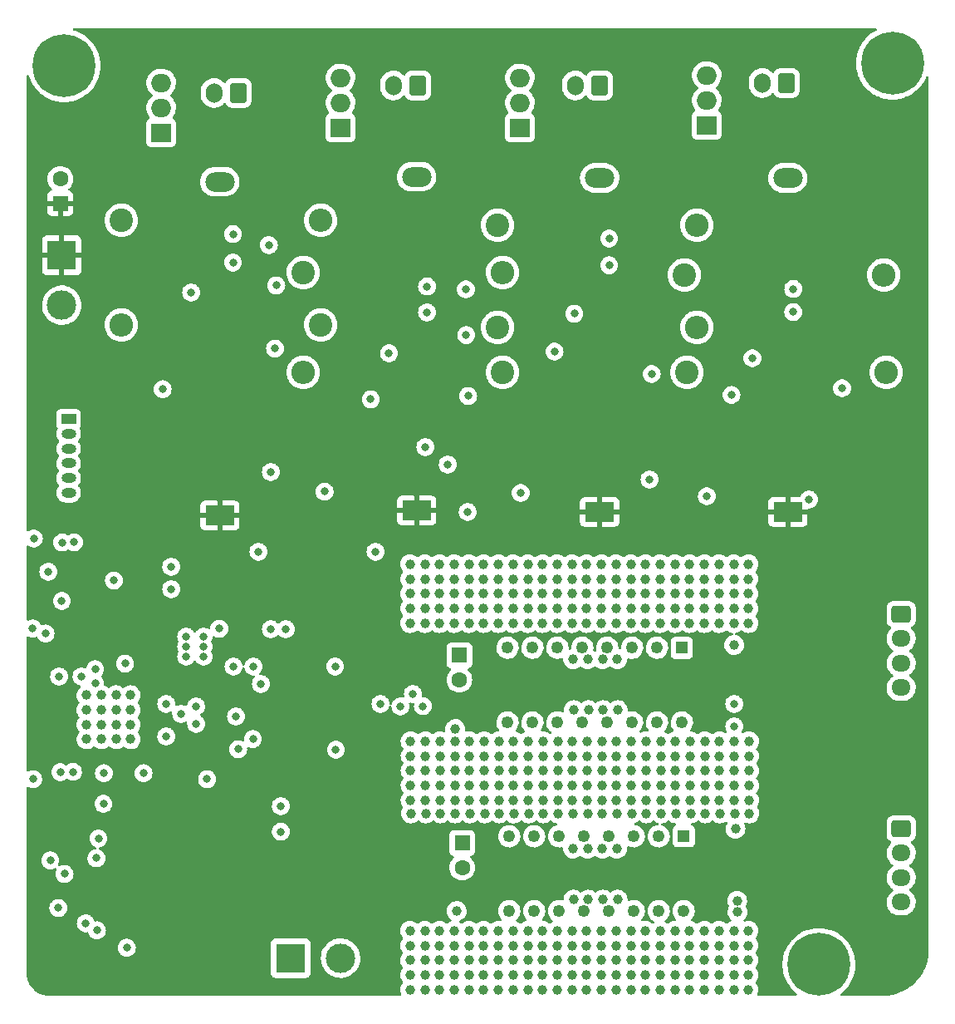
<source format=gbr>
%TF.GenerationSoftware,KiCad,Pcbnew,(6.0.2)*%
%TF.CreationDate,2022-05-13T11:42:35+02:00*%
%TF.ProjectId,shake-it-machine_pcb,7368616b-652d-4697-942d-6d616368696e,rev?*%
%TF.SameCoordinates,PXfad648a0PYf0f792d2*%
%TF.FileFunction,Copper,L3,Inr*%
%TF.FilePolarity,Positive*%
%FSLAX46Y46*%
G04 Gerber Fmt 4.6, Leading zero omitted, Abs format (unit mm)*
G04 Created by KiCad (PCBNEW (6.0.2)) date 2022-05-13 11:42:35*
%MOMM*%
%LPD*%
G01*
G04 APERTURE LIST*
G04 Aperture macros list*
%AMRoundRect*
0 Rectangle with rounded corners*
0 $1 Rounding radius*
0 $2 $3 $4 $5 $6 $7 $8 $9 X,Y pos of 4 corners*
0 Add a 4 corners polygon primitive as box body*
4,1,4,$2,$3,$4,$5,$6,$7,$8,$9,$2,$3,0*
0 Add four circle primitives for the rounded corners*
1,1,$1+$1,$2,$3*
1,1,$1+$1,$4,$5*
1,1,$1+$1,$6,$7*
1,1,$1+$1,$8,$9*
0 Add four rect primitives between the rounded corners*
20,1,$1+$1,$2,$3,$4,$5,0*
20,1,$1+$1,$4,$5,$6,$7,0*
20,1,$1+$1,$6,$7,$8,$9,0*
20,1,$1+$1,$8,$9,$2,$3,0*%
G04 Aperture macros list end*
%TA.AperFunction,ComponentPad*%
%ADD10R,1.248000X1.248000*%
%TD*%
%TA.AperFunction,ComponentPad*%
%ADD11C,1.248000*%
%TD*%
%TA.AperFunction,ComponentPad*%
%ADD12RoundRect,0.250000X0.600000X0.750000X-0.600000X0.750000X-0.600000X-0.750000X0.600000X-0.750000X0*%
%TD*%
%TA.AperFunction,ComponentPad*%
%ADD13O,1.700000X2.000000*%
%TD*%
%TA.AperFunction,ComponentPad*%
%ADD14R,3.000000X2.000000*%
%TD*%
%TA.AperFunction,ComponentPad*%
%ADD15O,3.000000X2.000000*%
%TD*%
%TA.AperFunction,ComponentPad*%
%ADD16R,2.000000X1.905000*%
%TD*%
%TA.AperFunction,ComponentPad*%
%ADD17O,2.000000X1.905000*%
%TD*%
%TA.AperFunction,ComponentPad*%
%ADD18R,1.600000X1.600000*%
%TD*%
%TA.AperFunction,ComponentPad*%
%ADD19C,1.600000*%
%TD*%
%TA.AperFunction,ComponentPad*%
%ADD20RoundRect,0.250000X-0.725000X0.600000X-0.725000X-0.600000X0.725000X-0.600000X0.725000X0.600000X0*%
%TD*%
%TA.AperFunction,ComponentPad*%
%ADD21O,1.950000X1.700000*%
%TD*%
%TA.AperFunction,ComponentPad*%
%ADD22R,3.000000X3.000000*%
%TD*%
%TA.AperFunction,ComponentPad*%
%ADD23C,3.000000*%
%TD*%
%TA.AperFunction,ComponentPad*%
%ADD24R,1.500000X1.000000*%
%TD*%
%TA.AperFunction,ComponentPad*%
%ADD25O,1.500000X1.000000*%
%TD*%
%TA.AperFunction,ComponentPad*%
%ADD26C,0.800000*%
%TD*%
%TA.AperFunction,ComponentPad*%
%ADD27C,6.400000*%
%TD*%
%TA.AperFunction,ComponentPad*%
%ADD28C,2.400000*%
%TD*%
%TA.AperFunction,ComponentPad*%
%ADD29O,2.400000X2.400000*%
%TD*%
%TA.AperFunction,ViaPad*%
%ADD30C,1.000000*%
%TD*%
%TA.AperFunction,ViaPad*%
%ADD31C,0.800000*%
%TD*%
G04 APERTURE END LIST*
D10*
%TO.N,Net-(R1-Pad2)*%
%TO.C,U1*%
X67316000Y35952522D03*
D11*
%TO.N,STEPPER_1_A*%
X64776000Y35952522D03*
%TO.N,STEPPER_1_A_OUT*%
X62236000Y35952522D03*
%TO.N,GND*%
X59696000Y35952522D03*
X57156000Y35952522D03*
%TO.N,STEPPER_1_B_OUT*%
X54616000Y35952522D03*
%TO.N,STEPPER_1_B*%
X52076000Y35952522D03*
%TO.N,+5V*%
X49536000Y35952522D03*
%TO.N,Net-(R12-Pad2)*%
X49536000Y28332522D03*
%TO.N,STEPPER_1_C*%
X52076000Y28332522D03*
%TO.N,STEPPER_1_C_OUT*%
X54616000Y28332522D03*
%TO.N,GND*%
X57156000Y28332522D03*
X59696000Y28332522D03*
%TO.N,STEPPER_1_D_OUT*%
X62236000Y28332522D03*
%TO.N,STEPPER_1_D*%
X64776000Y28332522D03*
%TO.N,+5V*%
X67316000Y28332522D03*
%TD*%
D12*
%TO.N,MOTOR_4+*%
%TO.C,J9*%
X77984000Y93483522D03*
D13*
%TO.N,MOTOR_4-*%
X75484000Y93483522D03*
%TD*%
D14*
%TO.N,+12V*%
%TO.C,F1*%
X78111000Y49795522D03*
D15*
%TO.N,MOTOR_4+*%
X78111000Y83813522D03*
%TD*%
D14*
%TO.N,+12V*%
%TO.C,F2*%
X58934000Y49795522D03*
D15*
%TO.N,MOTOR_3+*%
X58934000Y83813522D03*
%TD*%
D14*
%TO.N,+12V*%
%TO.C,F3*%
X40265000Y49922522D03*
D15*
%TO.N,MOTOR_2+*%
X40265000Y83940522D03*
%TD*%
D14*
%TO.N,+12V*%
%TO.C,F4*%
X20199000Y49414522D03*
D15*
%TO.N,MOTOR_1+*%
X20199000Y83432522D03*
%TD*%
D16*
%TO.N,Net-(D9-Pad1)*%
%TO.C,Q20*%
X14230000Y88403522D03*
D17*
%TO.N,MOTOR_1-*%
X14230000Y90943522D03*
%TO.N,GND*%
X14230000Y93483522D03*
%TD*%
D12*
%TO.N,MOTOR_3+*%
%TO.C,J8*%
X58934000Y93229522D03*
D13*
%TO.N,MOTOR_3-*%
X56434000Y93229522D03*
%TD*%
D18*
%TO.N,+5V*%
%TO.C,C2*%
X44913200Y16064322D03*
D19*
%TO.N,GND*%
X44913200Y13564322D03*
%TD*%
D18*
%TO.N,+5V*%
%TO.C,C8*%
X44633800Y35190522D03*
D19*
%TO.N,GND*%
X44633800Y32690522D03*
%TD*%
D20*
%TO.N,STEPPER_1_A_OUT*%
%TO.C,J2*%
X89668000Y39381522D03*
D21*
%TO.N,STEPPER_1_B_OUT*%
X89668000Y36881522D03*
%TO.N,STEPPER_1_C_OUT*%
X89668000Y34381522D03*
%TO.N,STEPPER_1_D_OUT*%
X89668000Y31881522D03*
%TD*%
D20*
%TO.N,STEPPER_2_A_OUT*%
%TO.C,J3*%
X89668000Y17537522D03*
D21*
%TO.N,STEPPER_2_B_OUT*%
X89668000Y15037522D03*
%TO.N,STEPPER_2_C_OUT*%
X89668000Y12537522D03*
%TO.N,STEPPER_2_D_OUT*%
X89668000Y10037522D03*
%TD*%
D12*
%TO.N,MOTOR_1+*%
%TO.C,J5*%
X22104000Y92467522D03*
D13*
%TO.N,MOTOR_1-*%
X19604000Y92467522D03*
%TD*%
D12*
%TO.N,MOTOR_2+*%
%TO.C,J7*%
X40392000Y93229522D03*
D13*
%TO.N,MOTOR_2-*%
X37892000Y93229522D03*
%TD*%
D16*
%TO.N,Net-(D3-Pad1)*%
%TO.C,Q9*%
X69856000Y89165522D03*
D17*
%TO.N,MOTOR_4-*%
X69856000Y91705522D03*
%TO.N,GND*%
X69856000Y94245522D03*
%TD*%
D16*
%TO.N,Net-(D4-Pad1)*%
%TO.C,Q10*%
X50806000Y88911522D03*
D17*
%TO.N,MOTOR_3-*%
X50806000Y91451522D03*
%TO.N,GND*%
X50806000Y93991522D03*
%TD*%
D16*
%TO.N,Net-(D7-Pad1)*%
%TO.C,Q19*%
X32518000Y88911522D03*
D17*
%TO.N,MOTOR_2-*%
X32518000Y91451522D03*
%TO.N,GND*%
X32518000Y93991522D03*
%TD*%
D10*
%TO.N,Net-(R24-Pad2)*%
%TO.C,U2*%
X67493800Y16750122D03*
D11*
%TO.N,STEPPER_2_A*%
X64953800Y16750122D03*
%TO.N,STEPPER_2_A_OUT*%
X62413800Y16750122D03*
%TO.N,GND*%
X59873800Y16750122D03*
X57333800Y16750122D03*
%TO.N,STEPPER_2_B_OUT*%
X54793800Y16750122D03*
%TO.N,STEPPER_2_B*%
X52253800Y16750122D03*
%TO.N,+5V*%
X49713800Y16750122D03*
%TO.N,Net-(R25-Pad2)*%
X49713800Y9130122D03*
%TO.N,STEPPER_2_C*%
X52253800Y9130122D03*
%TO.N,STEPPER_2_C_OUT*%
X54793800Y9130122D03*
%TO.N,GND*%
X57333800Y9130122D03*
X59873800Y9130122D03*
%TO.N,STEPPER_2_D_OUT*%
X62413800Y9130122D03*
%TO.N,STEPPER_2_D*%
X64953800Y9130122D03*
%TO.N,+5V*%
X67493800Y9130122D03*
%TD*%
D22*
%TO.N,+12V*%
%TO.C,J1*%
X4095400Y75932122D03*
D23*
%TO.N,GND*%
X4095400Y70852122D03*
%TD*%
D18*
%TO.N,+12V*%
%TO.C,C16*%
X3943000Y81215322D03*
D19*
%TO.N,GND*%
X3943000Y83715322D03*
%TD*%
D24*
%TO.N,+5V*%
%TO.C,J10*%
X4781200Y59251322D03*
D25*
X4781200Y57751322D03*
%TO.N,TS_RX*%
X4781200Y56251322D03*
%TO.N,TS_TX*%
X4781200Y54751322D03*
%TO.N,GND*%
X4781200Y53251322D03*
X4781200Y51751322D03*
%TD*%
D22*
%TO.N,+5V*%
%TO.C,J4*%
X27438000Y4329522D03*
D23*
%TO.N,GND*%
X32518000Y4329522D03*
%TD*%
D26*
%TO.N,GND*%
%TO.C,H2*%
X86379000Y95504000D03*
D27*
X88779000Y95504000D03*
D26*
X90476056Y93806944D03*
X87081944Y97201056D03*
X88779000Y93104000D03*
X87081944Y93806944D03*
X88779000Y97904000D03*
X90476056Y97201056D03*
X91179000Y95504000D03*
%TD*%
%TO.N,GND*%
%TO.C,H3*%
X6021056Y96947056D03*
X2626944Y93552944D03*
X4324000Y97650000D03*
X1924000Y95250000D03*
D27*
X4324000Y95250000D03*
D26*
X2626944Y96947056D03*
X4324000Y92850000D03*
X6724000Y95250000D03*
X6021056Y93552944D03*
%TD*%
%TO.N,GND*%
%TO.C,H4*%
X81286000Y1283000D03*
X81286000Y6083000D03*
X82983056Y5380056D03*
X79588944Y5380056D03*
X82983056Y1985944D03*
X78886000Y3683000D03*
X79588944Y1985944D03*
D27*
X81286000Y3683000D03*
D26*
X83686000Y3683000D03*
%TD*%
D28*
%TO.N,Net-(Q5-Pad1)*%
%TO.C,R18*%
X67824000Y64019522D03*
D29*
%TO.N,Net-(R16-Pad1)*%
X88144000Y64019522D03*
%TD*%
D28*
%TO.N,Net-(D3-Pad1)*%
%TO.C,R20*%
X67570000Y73925522D03*
D29*
%TO.N,Net-(Q5-Pad2)*%
X87890000Y73925522D03*
%TD*%
D28*
%TO.N,Net-(Q15-Pad1)*%
%TO.C,R34*%
X49028000Y64019522D03*
D29*
%TO.N,Net-(R32-Pad1)*%
X28708000Y64019522D03*
%TD*%
D28*
%TO.N,Net-(D7-Pad1)*%
%TO.C,R36*%
X28708000Y74179522D03*
D29*
%TO.N,Net-(Q15-Pad2)*%
X49028000Y74179522D03*
%TD*%
D28*
%TO.N,Net-(D9-Pad1)*%
%TO.C,R37*%
X10166000Y79513522D03*
D29*
%TO.N,Net-(Q17-Pad2)*%
X30486000Y79513522D03*
%TD*%
D28*
%TO.N,Net-(Q17-Pad1)*%
%TO.C,R35*%
X30486000Y68845522D03*
D29*
%TO.N,Net-(R33-Pad1)*%
X10166000Y68845522D03*
%TD*%
D28*
%TO.N,Net-(D4-Pad1)*%
%TO.C,R21*%
X48520000Y79005522D03*
D29*
%TO.N,Net-(Q7-Pad2)*%
X68840000Y79005522D03*
%TD*%
D28*
%TO.N,Net-(Q7-Pad1)*%
%TO.C,R19*%
X48520000Y68591522D03*
D29*
%TO.N,Net-(R17-Pad1)*%
X68840000Y68591522D03*
%TD*%
D30*
%TO.N,GND*%
X8110000Y31126522D03*
X9610000Y31126522D03*
X11110000Y31126522D03*
X6610000Y29626522D03*
X8110000Y29626522D03*
X9610000Y29626522D03*
X11110000Y29626522D03*
X6610000Y28126522D03*
X8110000Y28126522D03*
X9610000Y28126522D03*
X11110000Y28126522D03*
X6610000Y26626522D03*
X8110000Y26626522D03*
X9610000Y26626522D03*
X11110000Y26626522D03*
X41104600Y44461522D03*
X42604600Y44461522D03*
X44104600Y44461522D03*
X45604600Y44461522D03*
X47104600Y44461522D03*
X48604600Y44461522D03*
X50104600Y44461522D03*
X51604600Y44461522D03*
X53104600Y44461522D03*
X54604600Y44461522D03*
X56104600Y44461522D03*
X57604600Y44461522D03*
X59104600Y44461522D03*
X60604600Y44461522D03*
X62104600Y44461522D03*
X63604600Y44461522D03*
X65104600Y44461522D03*
X66604600Y44461522D03*
X68104600Y44461522D03*
X69604600Y44461522D03*
X71104600Y44461522D03*
X72604600Y44461522D03*
X74104600Y44461522D03*
X39604600Y42961522D03*
X41104600Y42961522D03*
X42604600Y42961522D03*
X44104600Y42961522D03*
X45604600Y42961522D03*
X47104600Y42961522D03*
X48604600Y42961522D03*
X50104600Y42961522D03*
X51604600Y42961522D03*
X53104600Y42961522D03*
X54604600Y42961522D03*
X56104600Y42961522D03*
X57604600Y42961522D03*
X59104600Y42961522D03*
X60604600Y42961522D03*
X62104600Y42961522D03*
X63604600Y42961522D03*
X65104600Y42961522D03*
X66604600Y42961522D03*
X68104600Y42961522D03*
X69604600Y42961522D03*
X71104600Y42961522D03*
X72604600Y42961522D03*
X74104600Y42961522D03*
X39604600Y41461522D03*
X41104600Y41461522D03*
X42604600Y41461522D03*
X44104600Y41461522D03*
X45604600Y41461522D03*
X47104600Y41461522D03*
X48604600Y41461522D03*
X50104600Y41461522D03*
X51604600Y41461522D03*
X53104600Y41461522D03*
X54604600Y41461522D03*
X56104600Y41461522D03*
X57604600Y41461522D03*
X59104600Y41461522D03*
X60604600Y41461522D03*
X62104600Y41461522D03*
X63604600Y41461522D03*
X65104600Y41461522D03*
X66604600Y41461522D03*
X68104600Y41461522D03*
X69604600Y41461522D03*
X71104600Y41461522D03*
X72604600Y41461522D03*
X74104600Y41461522D03*
X39604600Y39961522D03*
X41104600Y39961522D03*
X42604600Y39961522D03*
X44104600Y39961522D03*
X45604600Y39961522D03*
X47104600Y39961522D03*
X48604600Y39961522D03*
X50104600Y39961522D03*
X51604600Y39961522D03*
X53104600Y39961522D03*
X54604600Y39961522D03*
X56104600Y39961522D03*
X57604600Y39961522D03*
X59104600Y39961522D03*
X60604600Y39961522D03*
X62104600Y39961522D03*
X63604600Y39961522D03*
X65104600Y39961522D03*
X66604600Y39961522D03*
X68104600Y39961522D03*
X69604600Y39961522D03*
X71104600Y39961522D03*
X72604600Y39961522D03*
X74104600Y39961522D03*
X39604600Y38461522D03*
X41104600Y38461522D03*
X42604600Y38461522D03*
X44104600Y38461522D03*
X45604600Y38461522D03*
X47104600Y38461522D03*
X48604600Y38461522D03*
X50104600Y38461522D03*
X51604600Y38461522D03*
X53104600Y38461522D03*
X54604600Y38461522D03*
X56104600Y38461522D03*
X57604600Y38461522D03*
X59104600Y38461522D03*
X60604600Y38461522D03*
X62104600Y38461522D03*
X63604600Y38461522D03*
X65104600Y38461522D03*
X66604600Y38461522D03*
X68104600Y38461522D03*
X69604600Y38461522D03*
X71104600Y38461522D03*
X72604600Y38461522D03*
X74104600Y38461522D03*
X74155400Y23427522D03*
X39655400Y21927522D03*
X41155400Y21927522D03*
X48655400Y21927522D03*
X53155400Y21927522D03*
X54655400Y21927522D03*
X56155400Y21927522D03*
X72655400Y23427522D03*
X44155400Y21927522D03*
X47155400Y21927522D03*
X51655400Y21927522D03*
X57655400Y21927522D03*
X42655400Y21927522D03*
X50155400Y21927522D03*
X59155400Y21927522D03*
X71155400Y23427522D03*
X45655400Y21927522D03*
X45655400Y26427522D03*
X66655400Y26427522D03*
X44155400Y26427522D03*
X44155400Y24927522D03*
X47155400Y24927522D03*
X69655400Y26427522D03*
X50155400Y26427522D03*
X53155400Y24927522D03*
X56155400Y24927522D03*
X74155400Y26427522D03*
X51655400Y26427522D03*
X62155400Y24927522D03*
X65155400Y26427522D03*
X65155400Y24927522D03*
X66655400Y24927522D03*
X68155400Y24927522D03*
X69655400Y24927522D03*
X72655400Y24927522D03*
X57655400Y26427522D03*
X74155400Y24927522D03*
X41155400Y23427522D03*
X42655400Y23427522D03*
X47155400Y23427522D03*
X68155400Y26427522D03*
X51655400Y24927522D03*
X45655400Y24927522D03*
X44155400Y23427522D03*
X50155400Y23427522D03*
X54655400Y24927522D03*
X48655400Y23427522D03*
X48655400Y26427522D03*
X45655400Y23427522D03*
X57655400Y24927522D03*
X71155400Y26427522D03*
X60655400Y26427522D03*
X71155400Y24927522D03*
X39655400Y23427522D03*
X51655400Y23427522D03*
X42655400Y24927522D03*
X41155400Y26427522D03*
X62155400Y26427522D03*
X72655400Y26427522D03*
X39655400Y24927522D03*
X48655400Y24927522D03*
X59155400Y26427522D03*
X42655400Y26427522D03*
X41155400Y24927522D03*
X56155400Y26427522D03*
X54655400Y26427522D03*
X50155400Y24927522D03*
X60655400Y24927522D03*
X47155400Y26427522D03*
X53155400Y26427522D03*
X59155400Y24927522D03*
X63655400Y24927522D03*
X63655400Y26427522D03*
X53155400Y23427522D03*
X57655400Y23427522D03*
X56155400Y23427522D03*
X63655400Y23427522D03*
X69655400Y23427522D03*
X68155400Y23427522D03*
X60655400Y23427522D03*
X54655400Y23427522D03*
X65155400Y23427522D03*
X66655400Y23427522D03*
X62155400Y23427522D03*
X59155400Y23427522D03*
X39655400Y26427522D03*
X57655400Y20427522D03*
X65155400Y20427522D03*
X66655400Y20427522D03*
X54655400Y20427522D03*
X65155400Y21927522D03*
X62155400Y20427522D03*
X44155400Y20427522D03*
X51655400Y20427522D03*
X53155400Y20427522D03*
X66655400Y21927522D03*
X71155400Y21927522D03*
X63655400Y21927522D03*
X60655400Y20427522D03*
X63655400Y20427522D03*
X68155400Y20427522D03*
X62155400Y21927522D03*
X39655400Y20427522D03*
X59155400Y20427522D03*
X74155400Y21927522D03*
X41155400Y20427522D03*
X45655400Y20427522D03*
X48655400Y20427522D03*
X71155400Y20427522D03*
X72655400Y20427522D03*
X56155400Y20427522D03*
X47155400Y20427522D03*
X74155400Y20427522D03*
X72655400Y21927522D03*
X42655400Y20427522D03*
X69655400Y20427522D03*
X50155400Y20427522D03*
X69655400Y21927522D03*
X60655400Y21927522D03*
X68155400Y21927522D03*
X60706200Y19081322D03*
X59206200Y19081322D03*
X41206200Y19081322D03*
X39706200Y19081322D03*
X57706200Y19081322D03*
X62206200Y19081322D03*
X63706200Y19081322D03*
X51706200Y19081322D03*
X44206200Y19081322D03*
X53206200Y19081322D03*
X68206200Y19081322D03*
X66706200Y19081322D03*
X54706200Y19081322D03*
X65206200Y19081322D03*
X45706200Y19081322D03*
X47206200Y19081322D03*
X48706200Y19081322D03*
X74206200Y19081322D03*
X71206200Y19081322D03*
X69706200Y19081322D03*
X50206200Y19081322D03*
X72706200Y19081322D03*
X56206200Y19081322D03*
X42706200Y19081322D03*
X57731600Y34803922D03*
X60731600Y34803922D03*
X59231600Y34803922D03*
X56231600Y34803922D03*
X57757000Y10292922D03*
X56257000Y10292922D03*
X59257000Y10292922D03*
X60706200Y15499922D03*
X59206200Y15499922D03*
X57706200Y15499922D03*
X60757000Y10292922D03*
X56206200Y15499922D03*
D31*
X6533800Y7885522D03*
D30*
X74104600Y2623522D03*
X71104600Y7123522D03*
X60604600Y1123522D03*
X62104600Y5623522D03*
D31*
X1250600Y47077722D03*
D30*
X47104600Y5623522D03*
X51604600Y4123522D03*
X59282400Y29596922D03*
X41104600Y5623522D03*
D31*
X1123600Y37908322D03*
D30*
X72604600Y7123522D03*
X41104600Y1123522D03*
X59104600Y1123522D03*
X57782400Y29596922D03*
X65104600Y5623522D03*
D31*
X7829200Y16521522D03*
D30*
X45604600Y4123522D03*
X54604600Y5623522D03*
X62104600Y7123522D03*
X53104600Y5623522D03*
X62104600Y2623522D03*
X63604600Y1123522D03*
X56282400Y29596922D03*
X50104600Y2623522D03*
X48604600Y7123522D03*
D31*
X72650000Y27951522D03*
D30*
X53104600Y2623522D03*
X45604600Y2623522D03*
X71104600Y4123522D03*
X65104600Y7123522D03*
X59104600Y7123522D03*
D31*
X41331800Y72757122D03*
D30*
X68104600Y4123522D03*
X42604600Y1123522D03*
X47104600Y2623522D03*
X60782400Y29596922D03*
D31*
X31959200Y34047522D03*
D30*
X39604600Y4123522D03*
X62104600Y4123522D03*
X72604600Y4123522D03*
D31*
X10724800Y5396322D03*
D30*
X56104600Y5623522D03*
X56104600Y4123522D03*
X54604600Y4123522D03*
X50104600Y7123522D03*
X50104600Y5623522D03*
D31*
X78669800Y72503122D03*
D30*
X69604600Y1123522D03*
X47104600Y7123522D03*
D31*
X41331800Y70115522D03*
D30*
X56104600Y7123522D03*
X65104600Y4123522D03*
X57604600Y2623522D03*
X39604600Y5623522D03*
X51604600Y1123522D03*
X57604600Y7123522D03*
X53104600Y1123522D03*
D31*
X18903600Y22566722D03*
D30*
X50104600Y4123522D03*
X44104600Y2623522D03*
X66604600Y1123522D03*
X48604600Y1123522D03*
X60604600Y2623522D03*
X63604600Y4123522D03*
D31*
X21545200Y78091122D03*
D30*
X51604600Y2623522D03*
X57604600Y5623522D03*
X57604600Y1123522D03*
X50104600Y1123522D03*
X54604600Y1123522D03*
X60604600Y5623522D03*
X72980200Y9053922D03*
D31*
X21545200Y75195522D03*
X7626000Y14514922D03*
X30892400Y51852922D03*
D30*
X68104600Y2623522D03*
X71104600Y1123522D03*
X68104600Y1123522D03*
X66604600Y4123522D03*
D31*
X78669800Y70140922D03*
D30*
X54604600Y2623522D03*
X48604600Y5623522D03*
X65104600Y1123522D03*
X48604600Y4123522D03*
X42604600Y5623522D03*
X44104600Y7123522D03*
X44104600Y4123522D03*
X45604600Y1123522D03*
X47104600Y4123522D03*
X47104600Y1123522D03*
D31*
X72650000Y30237522D03*
X2927000Y14286322D03*
D30*
X69604600Y7123522D03*
X39604600Y1123522D03*
X69604600Y2623522D03*
D31*
X69856000Y51395722D03*
D30*
X42604600Y4123522D03*
X41104600Y2623522D03*
X45604600Y7123522D03*
X71104600Y2623522D03*
X59104600Y5623522D03*
X56104600Y2623522D03*
X63604600Y2623522D03*
X69604600Y5623522D03*
X72954800Y10171522D03*
X44104600Y5623522D03*
X54604600Y7123522D03*
X72604600Y1123522D03*
X41104600Y7123522D03*
X42604600Y2623522D03*
X41104600Y4123522D03*
X63604600Y7123522D03*
X74104600Y4123522D03*
X44104600Y1123522D03*
X72604600Y5623522D03*
D31*
X1174400Y22566722D03*
D30*
X39604600Y44461522D03*
X66604600Y7123522D03*
X71104600Y5623522D03*
X56104600Y1123522D03*
X60604600Y7123522D03*
X69604600Y4123522D03*
D31*
X50882200Y51725922D03*
D30*
X66604600Y5623522D03*
X62104600Y1123522D03*
X53104600Y4123522D03*
X65104600Y2623522D03*
X39604600Y2623522D03*
X74104600Y7123522D03*
X57604600Y4123522D03*
X48604600Y2623522D03*
D31*
X32035400Y25563922D03*
D30*
X59104600Y4123522D03*
D31*
X59899200Y77633922D03*
D30*
X74104600Y5623522D03*
X60604600Y4123522D03*
X42604600Y7123522D03*
X74104600Y1123522D03*
X59104600Y2623522D03*
X45604600Y5623522D03*
X68104600Y7123522D03*
X53104600Y7123522D03*
X51604600Y5623522D03*
X39604600Y7123522D03*
X51604600Y7123522D03*
X6610000Y31126522D03*
X72604600Y2623522D03*
X68104600Y5623522D03*
X63604600Y5623522D03*
X66604600Y2623522D03*
D31*
X59899200Y74916122D03*
%TO.N,RESET_RESET-CONFIG*%
X10547000Y34338522D03*
X9404000Y42810522D03*
X7499000Y32306522D03*
X7499000Y33756522D03*
%TO.N,STEPPER_2_A*%
X16262000Y29221522D03*
X14738000Y30237522D03*
X26422000Y19823522D03*
X6102000Y33031522D03*
X26422000Y17213132D03*
X3816000Y33031522D03*
%TO.N,ESP_TX*%
X3739800Y9434922D03*
X3943000Y23277922D03*
%TO.N,ESP_RX*%
X4374800Y12914722D03*
X5238400Y23303322D03*
%TO.N,STEPPER_1_D*%
X16770000Y35063522D03*
X18548000Y35063522D03*
X40904653Y30006523D03*
X38614000Y29983522D03*
%TO.N,STEPPER_1_C*%
X18548000Y36079522D03*
X16770000Y36079522D03*
%TO.N,STEPPER_1_B*%
X18548000Y37095522D03*
X16770000Y37095522D03*
%TO.N,STATUS_1*%
X24390000Y32269522D03*
X20148200Y37882922D03*
%TO.N,ESP_BOOT*%
X8388000Y23176322D03*
X8337200Y20062022D03*
%TO.N,STATUS_0*%
X22078600Y25614722D03*
X23577200Y26656122D03*
%TO.N,MOTOR_4*%
X80270000Y51065522D03*
X15246000Y44207522D03*
X15246000Y41921522D03*
%TO.N,STEPPER_1_A*%
X39884000Y31253522D03*
X36582000Y30237522D03*
%TO.N,MOTOR_3*%
X24136000Y45731522D03*
X64014000Y53097522D03*
X36074000Y45731522D03*
%TO.N,MOTOR_1*%
X17786000Y28205522D03*
X25406000Y37857522D03*
X21596000Y34047522D03*
X17786000Y29983522D03*
X25406000Y53859522D03*
%TO.N,MOTOR_2*%
X14738000Y26935522D03*
X45472000Y49795522D03*
X21850000Y28967522D03*
X23628000Y34047522D03*
X26930000Y37857522D03*
%TO.N,+3V3*%
X7676800Y7174322D03*
X2723800Y43699522D03*
X2444400Y37400322D03*
%TO.N,+5V*%
X56343200Y69988522D03*
X35591400Y61250922D03*
X25837800Y66432522D03*
D30*
X72777000Y17512122D03*
D31*
X17278000Y72147522D03*
X72370600Y61708122D03*
X64242600Y63841722D03*
X74504200Y65441922D03*
X14382400Y62292322D03*
X83648200Y62393922D03*
D30*
X44202000Y27672122D03*
X72650000Y36231922D03*
D31*
X54336600Y66127722D03*
X37445600Y65949922D03*
D30*
X44354400Y9130122D03*
D31*
X45522800Y61606522D03*
%TO.N,+12V*%
X39503000Y88403522D03*
X76841000Y88530522D03*
X57537000Y88276522D03*
X20707000Y88276522D03*
%TO.N,Net-(Q15-Pad1)*%
X45294200Y72477722D03*
X45319600Y67804122D03*
%TO.N,Net-(Q17-Pad1)*%
X25202800Y76973522D03*
X25964800Y72858722D03*
%TO.N,TS_TX*%
X4146200Y46674522D03*
X4095400Y40724522D03*
%TO.N,TS_RX*%
X5340000Y46696722D03*
X12426600Y23176322D03*
%TO.N,unconnected-(Q11-Pad2)*%
X41154000Y56399522D03*
X43440000Y54621522D03*
%TD*%
%TA.AperFunction,Conductor*%
%TO.N,+12V*%
G36*
X87155277Y99051520D02*
G01*
X87201770Y98997864D01*
X87211874Y98927590D01*
X87182380Y98863010D01*
X87144359Y98833255D01*
X86925147Y98721561D01*
X86925140Y98721557D01*
X86922206Y98720062D01*
X86919440Y98718266D01*
X86919437Y98718264D01*
X86800513Y98641034D01*
X86596207Y98508357D01*
X86294124Y98263734D01*
X86019266Y97988876D01*
X85774643Y97686793D01*
X85562938Y97360794D01*
X85561443Y97357860D01*
X85561439Y97357853D01*
X85434929Y97109563D01*
X85386468Y97014453D01*
X85247167Y96651562D01*
X85146562Y96276099D01*
X85085754Y95892176D01*
X85065411Y95504000D01*
X85085754Y95115824D01*
X85086267Y95112584D01*
X85086268Y95112576D01*
X85107446Y94978867D01*
X85146562Y94731901D01*
X85247167Y94356438D01*
X85248352Y94353350D01*
X85248353Y94353348D01*
X85284137Y94260129D01*
X85386468Y93993547D01*
X85387966Y93990607D01*
X85547543Y93677421D01*
X85562938Y93647206D01*
X85564734Y93644440D01*
X85564736Y93644437D01*
X85772848Y93323971D01*
X85774643Y93321207D01*
X85835781Y93245708D01*
X86013635Y93026078D01*
X86019266Y93019124D01*
X86294124Y92744266D01*
X86296682Y92742194D01*
X86296686Y92742191D01*
X86385282Y92670447D01*
X86596207Y92499643D01*
X86598970Y92497848D01*
X86598971Y92497848D01*
X86886699Y92310996D01*
X86922205Y92287938D01*
X86925139Y92286443D01*
X86925146Y92286439D01*
X87226037Y92133128D01*
X87268547Y92111468D01*
X87363781Y92074911D01*
X87623123Y91975359D01*
X87631438Y91972167D01*
X88006901Y91871562D01*
X88184171Y91843485D01*
X88387576Y91811268D01*
X88387584Y91811267D01*
X88390824Y91810754D01*
X88779000Y91790411D01*
X89167176Y91810754D01*
X89170416Y91811267D01*
X89170424Y91811268D01*
X89373829Y91843485D01*
X89551099Y91871562D01*
X89926562Y91972167D01*
X89934878Y91975359D01*
X90194219Y92074911D01*
X90289453Y92111468D01*
X90331963Y92133128D01*
X90632854Y92286439D01*
X90632861Y92286443D01*
X90635795Y92287938D01*
X90671302Y92310996D01*
X90959029Y92497848D01*
X90959030Y92497848D01*
X90961793Y92499643D01*
X91172718Y92670447D01*
X91261314Y92742191D01*
X91261318Y92742194D01*
X91263876Y92744266D01*
X91538734Y93019124D01*
X91544366Y93026078D01*
X91722219Y93245708D01*
X91783357Y93321207D01*
X91785152Y93323971D01*
X91993264Y93644437D01*
X91993266Y93644440D01*
X91995062Y93647206D01*
X92010458Y93677421D01*
X92170034Y93990607D01*
X92171532Y93993547D01*
X92218369Y94115563D01*
X92261455Y94171990D01*
X92328208Y94196166D01*
X92397436Y94180415D01*
X92447157Y94129737D01*
X92462000Y94070407D01*
X92462000Y5379077D01*
X92461313Y5365934D01*
X92457141Y5326157D01*
X92460779Y5306164D01*
X92462812Y5284242D01*
X92464638Y4914309D01*
X92464184Y4902976D01*
X92430166Y4504234D01*
X92428694Y4492989D01*
X92358963Y4098935D01*
X92356486Y4087868D01*
X92251603Y3701679D01*
X92248143Y3690884D01*
X92174166Y3491468D01*
X92108954Y3315680D01*
X92104535Y3305236D01*
X92101136Y3298114D01*
X91966087Y3015130D01*
X91932182Y2944086D01*
X91926844Y2934084D01*
X91741716Y2621937D01*
X91722700Y2589873D01*
X91716483Y2580391D01*
X91684026Y2535438D01*
X91482224Y2255944D01*
X91475178Y2247057D01*
X91212688Y1944983D01*
X91204871Y1936766D01*
X90936432Y1678877D01*
X90916289Y1659526D01*
X90907768Y1652048D01*
X90721642Y1502971D01*
X90595428Y1401881D01*
X90586266Y1395196D01*
X90252683Y1174121D01*
X90242957Y1168288D01*
X89890861Y978112D01*
X89880649Y973177D01*
X89512868Y815427D01*
X89502254Y811429D01*
X89121780Y687390D01*
X89110850Y684364D01*
X88720767Y595040D01*
X88709632Y593012D01*
X88313067Y539123D01*
X88301786Y538105D01*
X87939632Y521790D01*
X87914582Y523161D01*
X87911482Y523644D01*
X87911478Y523644D01*
X87902608Y525025D01*
X87893706Y523861D01*
X87893702Y523861D01*
X87871046Y520898D01*
X87854727Y519834D01*
X86577187Y519656D01*
X83627783Y519245D01*
X83559660Y539238D01*
X83513160Y592887D01*
X83503046Y663159D01*
X83532530Y727744D01*
X83548471Y743165D01*
X83768314Y921191D01*
X83768318Y921194D01*
X83770876Y923266D01*
X84045734Y1198124D01*
X84138341Y1312483D01*
X84210734Y1401881D01*
X84290357Y1500207D01*
X84292152Y1502971D01*
X84500264Y1823437D01*
X84500266Y1823440D01*
X84502062Y1826206D01*
X84507860Y1837584D01*
X84677034Y2169607D01*
X84678532Y2172547D01*
X84817833Y2535438D01*
X84918438Y2910901D01*
X84960882Y3178877D01*
X84978732Y3291576D01*
X84978734Y3291593D01*
X84979246Y3294824D01*
X84999589Y3683000D01*
X84979246Y4071176D01*
X84977613Y4081490D01*
X84940751Y4314221D01*
X84918438Y4455099D01*
X84817833Y4830562D01*
X84811311Y4847554D01*
X84726022Y5069738D01*
X84678532Y5193453D01*
X84621097Y5306175D01*
X84503561Y5536853D01*
X84503557Y5536860D01*
X84502062Y5539794D01*
X84476156Y5579687D01*
X84292152Y5863029D01*
X84292152Y5863030D01*
X84290357Y5865793D01*
X84126759Y6067819D01*
X84047809Y6165314D01*
X84047806Y6165318D01*
X84045734Y6167876D01*
X83770876Y6442734D01*
X83699706Y6500367D01*
X83601312Y6580045D01*
X83468793Y6687357D01*
X83142795Y6899062D01*
X83139861Y6900557D01*
X83139854Y6900561D01*
X82799393Y7074034D01*
X82796453Y7075532D01*
X82521994Y7180887D01*
X82436652Y7213647D01*
X82436650Y7213648D01*
X82433562Y7214833D01*
X82058099Y7315438D01*
X81812762Y7354296D01*
X81677424Y7375732D01*
X81677416Y7375733D01*
X81674176Y7376246D01*
X81286000Y7396589D01*
X80897824Y7376246D01*
X80894584Y7375733D01*
X80894576Y7375732D01*
X80759238Y7354296D01*
X80513901Y7315438D01*
X80138438Y7214833D01*
X80135350Y7213648D01*
X80135348Y7213647D01*
X80050006Y7180887D01*
X79775547Y7075532D01*
X79772607Y7074034D01*
X79432147Y6900561D01*
X79432140Y6900557D01*
X79429206Y6899062D01*
X79426440Y6897266D01*
X79426437Y6897264D01*
X79209523Y6756399D01*
X79103207Y6687357D01*
X78970688Y6580045D01*
X78872295Y6500367D01*
X78801124Y6442734D01*
X78526266Y6167876D01*
X78524194Y6165318D01*
X78524191Y6165314D01*
X78445241Y6067819D01*
X78281643Y5865793D01*
X78279848Y5863030D01*
X78279848Y5863029D01*
X78095845Y5579687D01*
X78069938Y5539794D01*
X78068443Y5536860D01*
X78068439Y5536853D01*
X77950903Y5306175D01*
X77893468Y5193453D01*
X77845978Y5069738D01*
X77760690Y4847554D01*
X77754167Y4830562D01*
X77653562Y4455099D01*
X77631249Y4314221D01*
X77594388Y4081490D01*
X77592754Y4071176D01*
X77572411Y3683000D01*
X77592754Y3294824D01*
X77593266Y3291593D01*
X77593268Y3291576D01*
X77611118Y3178877D01*
X77653562Y2910901D01*
X77754167Y2535438D01*
X77893468Y2172547D01*
X77894966Y2169607D01*
X78064141Y1837584D01*
X78069938Y1826206D01*
X78071734Y1823440D01*
X78071736Y1823437D01*
X78279848Y1502971D01*
X78281643Y1500207D01*
X78361266Y1401881D01*
X78433660Y1312483D01*
X78526266Y1198124D01*
X78801124Y923266D01*
X78803684Y921193D01*
X78803695Y921183D01*
X79024333Y742514D01*
X79064685Y684100D01*
X79067051Y613143D01*
X79030678Y552171D01*
X78967115Y520543D01*
X78945057Y518594D01*
X75137079Y518064D01*
X75068955Y538057D01*
X75022455Y591706D01*
X75012341Y661978D01*
X75025383Y700103D01*
X75024818Y700355D01*
X75027322Y705980D01*
X75030369Y711343D01*
X75092797Y899009D01*
X75117585Y1095227D01*
X75117980Y1123522D01*
X75098680Y1320355D01*
X75041516Y1509691D01*
X74948666Y1684318D01*
X74858826Y1794473D01*
X74831272Y1859904D01*
X74843467Y1929845D01*
X74861088Y1956439D01*
X74928649Y2034709D01*
X74928650Y2034711D01*
X74932678Y2039377D01*
X75030369Y2211343D01*
X75092797Y2399009D01*
X75117585Y2595227D01*
X75117980Y2623522D01*
X75098680Y2820355D01*
X75095534Y2830777D01*
X75072305Y2907712D01*
X75041516Y3009691D01*
X74948666Y3184318D01*
X74858826Y3294473D01*
X74831272Y3359904D01*
X74843467Y3429845D01*
X74861088Y3456439D01*
X74928649Y3534709D01*
X74928650Y3534711D01*
X74932678Y3539377D01*
X75030369Y3711343D01*
X75092797Y3899009D01*
X75117585Y4095227D01*
X75117980Y4123522D01*
X75098680Y4320355D01*
X75096663Y4327038D01*
X75057998Y4455099D01*
X75041516Y4509691D01*
X74948666Y4684318D01*
X74858826Y4794473D01*
X74831272Y4859904D01*
X74843467Y4929845D01*
X74861088Y4956439D01*
X74928649Y5034709D01*
X74928650Y5034711D01*
X74932678Y5039377D01*
X75030369Y5211343D01*
X75092797Y5399009D01*
X75117585Y5595227D01*
X75117830Y5612780D01*
X75117931Y5619999D01*
X75117931Y5620002D01*
X75117980Y5623522D01*
X75098680Y5820355D01*
X75084962Y5865793D01*
X75052663Y5972771D01*
X75041516Y6009691D01*
X74948666Y6184318D01*
X74937374Y6198164D01*
X74884958Y6262431D01*
X74858826Y6294473D01*
X74831272Y6359904D01*
X74843467Y6429845D01*
X74861088Y6456439D01*
X74928649Y6534709D01*
X74928650Y6534711D01*
X74932678Y6539377D01*
X75030369Y6711343D01*
X75092797Y6899009D01*
X75117585Y7095227D01*
X75117980Y7123522D01*
X75098680Y7320355D01*
X75081806Y7376246D01*
X75043297Y7503791D01*
X75041516Y7509691D01*
X74948666Y7684318D01*
X74854986Y7799181D01*
X74827560Y7832809D01*
X74827557Y7832812D01*
X74823665Y7837584D01*
X74817324Y7842830D01*
X74676025Y7959723D01*
X74676021Y7959725D01*
X74671275Y7963652D01*
X74497301Y8057720D01*
X74308368Y8116204D01*
X74302243Y8116848D01*
X74302242Y8116848D01*
X74117804Y8136233D01*
X74117802Y8136233D01*
X74111675Y8136877D01*
X74029176Y8129369D01*
X73920851Y8119511D01*
X73920848Y8119510D01*
X73914712Y8118952D01*
X73908806Y8117214D01*
X73908802Y8117213D01*
X73757277Y8072617D01*
X73686280Y8072573D01*
X73626530Y8110918D01*
X73596996Y8175481D01*
X73607055Y8245761D01*
X73644129Y8292780D01*
X73674191Y8316267D01*
X73679047Y8320061D01*
X73808278Y8469777D01*
X73905969Y8641743D01*
X73968397Y8829409D01*
X73993185Y9025627D01*
X73993580Y9053922D01*
X73974280Y9250755D01*
X73917116Y9440091D01*
X73844285Y9577068D01*
X73829966Y9646604D01*
X73845981Y9698457D01*
X73869382Y9739651D01*
X73880569Y9759343D01*
X73942997Y9947009D01*
X73962545Y10101748D01*
X88181102Y10101748D01*
X88181302Y10096419D01*
X88181302Y10096417D01*
X88183588Y10035526D01*
X88189751Y9871364D01*
X88190846Y9866145D01*
X88204684Y9800193D01*
X88237093Y9645731D01*
X88239051Y9640772D01*
X88239052Y9640770D01*
X88318305Y9440091D01*
X88321776Y9431301D01*
X88324543Y9426742D01*
X88324544Y9426739D01*
X88384504Y9327929D01*
X88441377Y9234205D01*
X88444874Y9230175D01*
X88580130Y9074306D01*
X88592477Y9060077D01*
X88596608Y9056690D01*
X88766627Y8917282D01*
X88766633Y8917278D01*
X88770755Y8913898D01*
X88775391Y8911259D01*
X88775394Y8911257D01*
X88835349Y8877129D01*
X88971114Y8799847D01*
X89187825Y8721185D01*
X89193074Y8720236D01*
X89193077Y8720235D01*
X89410608Y8680899D01*
X89410615Y8680898D01*
X89414692Y8680161D01*
X89432414Y8679325D01*
X89437356Y8679092D01*
X89437363Y8679092D01*
X89438844Y8679022D01*
X89850890Y8679022D01*
X89917809Y8684700D01*
X90017409Y8693151D01*
X90017413Y8693152D01*
X90022720Y8693602D01*
X90027875Y8694940D01*
X90027881Y8694941D01*
X90240703Y8750179D01*
X90240707Y8750180D01*
X90245872Y8751521D01*
X90250738Y8753713D01*
X90250741Y8753714D01*
X90451202Y8844015D01*
X90456075Y8846210D01*
X90647319Y8974963D01*
X90700429Y9025627D01*
X90736541Y9060077D01*
X90814135Y9134098D01*
X90868723Y9207466D01*
X90896644Y9244994D01*
X90951754Y9319064D01*
X90956262Y9327929D01*
X91013997Y9441487D01*
X91056240Y9524573D01*
X91068908Y9565368D01*
X91123024Y9739651D01*
X91124607Y9744749D01*
X91131727Y9798472D01*
X91154198Y9968011D01*
X91154198Y9968016D01*
X91154898Y9973296D01*
X91152678Y10032444D01*
X91148650Y10139723D01*
X91146249Y10203680D01*
X91098907Y10429313D01*
X91045374Y10564866D01*
X91016185Y10638778D01*
X91016184Y10638780D01*
X91014224Y10643743D01*
X90996355Y10673191D01*
X90897390Y10836279D01*
X90894623Y10840839D01*
X90877957Y10860045D01*
X90747023Y11010934D01*
X90747021Y11010936D01*
X90743523Y11014967D01*
X90701970Y11049038D01*
X90569373Y11157762D01*
X90569367Y11157766D01*
X90565245Y11161146D01*
X90533750Y11179074D01*
X90484445Y11230154D01*
X90470583Y11299784D01*
X90496566Y11365855D01*
X90525716Y11393095D01*
X90561642Y11417282D01*
X90647319Y11474963D01*
X90814135Y11634098D01*
X90951754Y11819064D01*
X91056240Y12024573D01*
X91086157Y12120919D01*
X91123024Y12239651D01*
X91124607Y12244749D01*
X91125476Y12251303D01*
X91154198Y12468011D01*
X91154198Y12468016D01*
X91154898Y12473296D01*
X91146249Y12703680D01*
X91098907Y12929313D01*
X91027512Y13110097D01*
X91016185Y13138778D01*
X91016184Y13138780D01*
X91014224Y13143743D01*
X90927732Y13286278D01*
X90897390Y13336279D01*
X90894623Y13340839D01*
X90861340Y13379194D01*
X90747023Y13510934D01*
X90747021Y13510936D01*
X90743523Y13514967D01*
X90676653Y13569797D01*
X90569373Y13657762D01*
X90569367Y13657766D01*
X90565245Y13661146D01*
X90533750Y13679074D01*
X90484445Y13730154D01*
X90470583Y13799784D01*
X90496566Y13865855D01*
X90525716Y13893095D01*
X90561642Y13917282D01*
X90647319Y13974963D01*
X90814135Y14134098D01*
X90951754Y14319064D01*
X91056240Y14524573D01*
X91065212Y14553465D01*
X91123024Y14739651D01*
X91124607Y14744749D01*
X91128050Y14770725D01*
X91154198Y14968011D01*
X91154198Y14968016D01*
X91154898Y14973296D01*
X91152919Y15026025D01*
X91149338Y15121387D01*
X91146249Y15203680D01*
X91098907Y15429313D01*
X91083580Y15468123D01*
X91016185Y15638778D01*
X91016184Y15638780D01*
X91014224Y15643743D01*
X91009605Y15651356D01*
X90913352Y15809975D01*
X90894623Y15840839D01*
X90861147Y15879417D01*
X90747023Y16010934D01*
X90747021Y16010936D01*
X90743523Y16014967D01*
X90707880Y16044192D01*
X90667886Y16102851D01*
X90665954Y16173821D01*
X90702698Y16234570D01*
X90721468Y16248770D01*
X90861120Y16335190D01*
X90867348Y16339044D01*
X90902029Y16373785D01*
X90948092Y16419929D01*
X90992305Y16464219D01*
X90997466Y16472591D01*
X91081275Y16608554D01*
X91081276Y16608556D01*
X91085115Y16614784D01*
X91115001Y16704887D01*
X91138632Y16776133D01*
X91138632Y16776135D01*
X91140797Y16782661D01*
X91143906Y16812999D01*
X91151172Y16883924D01*
X91151500Y16887122D01*
X91151500Y18187922D01*
X91145492Y18245826D01*
X91141238Y18286830D01*
X91141237Y18286834D01*
X91140526Y18293688D01*
X91084550Y18461468D01*
X90991478Y18611870D01*
X90866303Y18736827D01*
X90860072Y18740668D01*
X90721968Y18825797D01*
X90721966Y18825798D01*
X90715738Y18829637D01*
X90635995Y18856086D01*
X90554389Y18883154D01*
X90554387Y18883154D01*
X90547861Y18885319D01*
X90541025Y18886019D01*
X90541022Y18886020D01*
X90497969Y18890431D01*
X90443400Y18896022D01*
X88892600Y18896022D01*
X88889354Y18895685D01*
X88889350Y18895685D01*
X88793692Y18885760D01*
X88793688Y18885759D01*
X88786834Y18885048D01*
X88780298Y18882867D01*
X88780296Y18882867D01*
X88684651Y18850957D01*
X88619054Y18829072D01*
X88468652Y18736000D01*
X88343695Y18610825D01*
X88339855Y18604595D01*
X88339854Y18604594D01*
X88270764Y18492509D01*
X88250885Y18460260D01*
X88195203Y18292383D01*
X88184500Y18187922D01*
X88184500Y16887122D01*
X88184837Y16883876D01*
X88184837Y16883872D01*
X88192191Y16812999D01*
X88195474Y16781356D01*
X88197655Y16774820D01*
X88197655Y16774818D01*
X88220986Y16704887D01*
X88251450Y16613576D01*
X88344522Y16463174D01*
X88349704Y16458001D01*
X88373627Y16434120D01*
X88469697Y16338217D01*
X88615340Y16248441D01*
X88662832Y16195670D01*
X88674256Y16125598D01*
X88645982Y16060474D01*
X88636195Y16050012D01*
X88521865Y15940946D01*
X88384246Y15755980D01*
X88381830Y15751229D01*
X88381828Y15751225D01*
X88354002Y15696495D01*
X88279760Y15550471D01*
X88278178Y15545377D01*
X88278177Y15545374D01*
X88240310Y15423422D01*
X88211393Y15330295D01*
X88210692Y15325006D01*
X88183705Y15121387D01*
X88181102Y15101748D01*
X88181302Y15096419D01*
X88181302Y15096417D01*
X88182160Y15073559D01*
X88189751Y14871364D01*
X88190846Y14866145D01*
X88202510Y14810555D01*
X88237093Y14645731D01*
X88239051Y14640772D01*
X88239052Y14640770D01*
X88306617Y14469687D01*
X88321776Y14431301D01*
X88441377Y14234205D01*
X88444874Y14230175D01*
X88566411Y14090116D01*
X88592477Y14060077D01*
X88596608Y14056690D01*
X88766627Y13917282D01*
X88766633Y13917278D01*
X88770755Y13913898D01*
X88802250Y13895970D01*
X88851555Y13844890D01*
X88865417Y13775260D01*
X88839434Y13709189D01*
X88810284Y13681949D01*
X88688681Y13600081D01*
X88684824Y13596402D01*
X88684822Y13596400D01*
X88656935Y13569797D01*
X88521865Y13440946D01*
X88384246Y13255980D01*
X88279760Y13050471D01*
X88278178Y13045377D01*
X88278177Y13045374D01*
X88239647Y12921287D01*
X88211393Y12830295D01*
X88210692Y12825006D01*
X88195304Y12708899D01*
X88181102Y12601748D01*
X88189751Y12371364D01*
X88237093Y12145731D01*
X88321776Y11931301D01*
X88441377Y11734205D01*
X88444874Y11730175D01*
X88531438Y11630419D01*
X88592477Y11560077D01*
X88596608Y11556690D01*
X88766627Y11417282D01*
X88766633Y11417278D01*
X88770755Y11413898D01*
X88802250Y11395970D01*
X88851555Y11344890D01*
X88865417Y11275260D01*
X88839434Y11209189D01*
X88810284Y11181949D01*
X88688681Y11100081D01*
X88521865Y10940946D01*
X88384246Y10755980D01*
X88381830Y10751229D01*
X88381828Y10751225D01*
X88347919Y10684530D01*
X88279760Y10550471D01*
X88278178Y10545377D01*
X88278177Y10545374D01*
X88229338Y10388086D01*
X88211393Y10330295D01*
X88210692Y10325006D01*
X88182047Y10108877D01*
X88181102Y10101748D01*
X73962545Y10101748D01*
X73967785Y10143227D01*
X73968180Y10171522D01*
X73948880Y10368355D01*
X73891716Y10557691D01*
X73798866Y10732318D01*
X73710358Y10840839D01*
X73677760Y10880809D01*
X73677757Y10880812D01*
X73673865Y10885584D01*
X73667524Y10890830D01*
X73526225Y11007723D01*
X73526221Y11007725D01*
X73521475Y11011652D01*
X73347501Y11105720D01*
X73158568Y11164204D01*
X73152443Y11164848D01*
X73152442Y11164848D01*
X72968004Y11184233D01*
X72968002Y11184233D01*
X72961875Y11184877D01*
X72898089Y11179072D01*
X72771051Y11167511D01*
X72771048Y11167510D01*
X72764912Y11166952D01*
X72759006Y11165214D01*
X72759002Y11165213D01*
X72686026Y11143735D01*
X72575181Y11111112D01*
X72569723Y11108259D01*
X72569719Y11108257D01*
X72478947Y11060802D01*
X72399910Y11019482D01*
X72245775Y10895554D01*
X72118646Y10744048D01*
X72115679Y10738650D01*
X72115675Y10738645D01*
X72036895Y10595342D01*
X72023367Y10570735D01*
X72021506Y10564868D01*
X72021505Y10564866D01*
X71965427Y10388086D01*
X71963565Y10382216D01*
X71941519Y10185671D01*
X71942035Y10179527D01*
X71954715Y10028525D01*
X71958068Y9988588D01*
X71964503Y9966148D01*
X71998349Y9848113D01*
X72012583Y9798472D01*
X72015402Y9792987D01*
X72091170Y9645559D01*
X72104518Y9575828D01*
X72089519Y9527264D01*
X72048767Y9453135D01*
X72046906Y9447268D01*
X72046905Y9447266D01*
X72012050Y9337388D01*
X71988965Y9264616D01*
X71966919Y9068071D01*
X71967435Y9061927D01*
X71981614Y8893070D01*
X71983468Y8870988D01*
X71993636Y8835529D01*
X72034333Y8693602D01*
X72037983Y8680872D01*
X72128387Y8504966D01*
X72251235Y8349969D01*
X72255928Y8345975D01*
X72255929Y8345974D01*
X72317472Y8293597D01*
X72356385Y8234214D01*
X72357016Y8163220D01*
X72319164Y8103156D01*
X72271384Y8076769D01*
X72266464Y8075321D01*
X72224981Y8063112D01*
X72219523Y8060259D01*
X72219519Y8060257D01*
X72160588Y8029448D01*
X72049710Y7971482D01*
X71934476Y7878831D01*
X71933083Y7877711D01*
X71867461Y7850614D01*
X71797606Y7863297D01*
X71773818Y7878821D01*
X71676025Y7959723D01*
X71676024Y7959724D01*
X71671275Y7963652D01*
X71497301Y8057720D01*
X71308368Y8116204D01*
X71302243Y8116848D01*
X71302242Y8116848D01*
X71117804Y8136233D01*
X71117802Y8136233D01*
X71111675Y8136877D01*
X71029176Y8129369D01*
X70920851Y8119511D01*
X70920848Y8119510D01*
X70914712Y8118952D01*
X70908806Y8117214D01*
X70908802Y8117213D01*
X70803676Y8086273D01*
X70724981Y8063112D01*
X70719523Y8060259D01*
X70719519Y8060257D01*
X70660588Y8029448D01*
X70549710Y7971482D01*
X70434476Y7878831D01*
X70433083Y7877711D01*
X70367461Y7850614D01*
X70297606Y7863297D01*
X70273818Y7878821D01*
X70176025Y7959723D01*
X70176024Y7959724D01*
X70171275Y7963652D01*
X69997301Y8057720D01*
X69808368Y8116204D01*
X69802243Y8116848D01*
X69802242Y8116848D01*
X69617804Y8136233D01*
X69617802Y8136233D01*
X69611675Y8136877D01*
X69529176Y8129369D01*
X69420851Y8119511D01*
X69420848Y8119510D01*
X69414712Y8118952D01*
X69408806Y8117214D01*
X69408802Y8117213D01*
X69303676Y8086273D01*
X69224981Y8063112D01*
X69219523Y8060259D01*
X69219519Y8060257D01*
X69160588Y8029448D01*
X69049710Y7971482D01*
X68934476Y7878831D01*
X68933083Y7877711D01*
X68867461Y7850614D01*
X68797606Y7863297D01*
X68773818Y7878821D01*
X68676025Y7959723D01*
X68676024Y7959724D01*
X68671275Y7963652D01*
X68497301Y8057720D01*
X68339011Y8106718D01*
X68279853Y8145969D01*
X68251305Y8210973D01*
X68262433Y8281092D01*
X68290441Y8317177D01*
X68289504Y8318114D01*
X68293597Y8322207D01*
X68298029Y8325893D01*
X68378106Y8422174D01*
X68427428Y8481477D01*
X68427430Y8481480D01*
X68431122Y8485919D01*
X68521666Y8647596D01*
X68529999Y8662476D01*
X68530000Y8662478D01*
X68532823Y8667519D01*
X68534679Y8672986D01*
X68534681Y8672991D01*
X68597871Y8859143D01*
X68597872Y8859148D01*
X68599727Y8864612D01*
X68629593Y9070598D01*
X68631152Y9130122D01*
X68612107Y9337388D01*
X68608424Y9350449D01*
X68592335Y9407495D01*
X68555610Y9537713D01*
X68545083Y9559061D01*
X68466106Y9719208D01*
X68463552Y9724387D01*
X68339017Y9891159D01*
X68186176Y10032444D01*
X68010147Y10143510D01*
X67816825Y10220638D01*
X67714127Y10241066D01*
X67618354Y10260116D01*
X67618350Y10260116D01*
X67612686Y10261243D01*
X67606911Y10261319D01*
X67606907Y10261319D01*
X67502485Y10262686D01*
X67404564Y10263968D01*
X67398867Y10262989D01*
X67398866Y10262989D01*
X67205129Y10229699D01*
X67199432Y10228720D01*
X67004157Y10156679D01*
X66999196Y10153727D01*
X66999195Y10153727D01*
X66830249Y10053215D01*
X66830246Y10053213D01*
X66825281Y10050259D01*
X66820941Y10046453D01*
X66820937Y10046450D01*
X66673135Y9916830D01*
X66668794Y9913023D01*
X66665219Y9908488D01*
X66665218Y9908487D01*
X66579846Y9800193D01*
X66539936Y9749568D01*
X66537248Y9744459D01*
X66445713Y9570480D01*
X66445711Y9570475D01*
X66443024Y9565368D01*
X66431192Y9527263D01*
X66399728Y9425931D01*
X66381302Y9366591D01*
X66356838Y9159894D01*
X66370451Y8952201D01*
X66421685Y8750466D01*
X66508824Y8561446D01*
X66512155Y8556733D01*
X66512156Y8556731D01*
X66625566Y8396261D01*
X66628951Y8391471D01*
X66670493Y8351002D01*
X66705330Y8289142D01*
X66701193Y8218266D01*
X66659394Y8160878D01*
X66593991Y8135268D01*
X66420851Y8119511D01*
X66420848Y8119510D01*
X66414712Y8118952D01*
X66408806Y8117214D01*
X66408802Y8117213D01*
X66303676Y8086273D01*
X66224981Y8063112D01*
X66219523Y8060259D01*
X66219519Y8060257D01*
X66160588Y8029448D01*
X66049710Y7971482D01*
X65934476Y7878831D01*
X65933083Y7877711D01*
X65867461Y7850614D01*
X65797606Y7863297D01*
X65773818Y7878821D01*
X65676025Y7959723D01*
X65676024Y7959724D01*
X65671275Y7963652D01*
X65623759Y7989344D01*
X65573350Y8039339D01*
X65557973Y8108651D01*
X65582509Y8175273D01*
X65603118Y8197054D01*
X65718215Y8292780D01*
X65758029Y8325893D01*
X65838106Y8422174D01*
X65887428Y8481477D01*
X65887430Y8481480D01*
X65891122Y8485919D01*
X65981666Y8647596D01*
X65989999Y8662476D01*
X65990000Y8662478D01*
X65992823Y8667519D01*
X65994679Y8672986D01*
X65994681Y8672991D01*
X66057871Y8859143D01*
X66057872Y8859148D01*
X66059727Y8864612D01*
X66089593Y9070598D01*
X66091152Y9130122D01*
X66072107Y9337388D01*
X66068424Y9350449D01*
X66052335Y9407495D01*
X66015610Y9537713D01*
X66005083Y9559061D01*
X65926106Y9719208D01*
X65923552Y9724387D01*
X65799017Y9891159D01*
X65646176Y10032444D01*
X65470147Y10143510D01*
X65276825Y10220638D01*
X65174127Y10241066D01*
X65078354Y10260116D01*
X65078350Y10260116D01*
X65072686Y10261243D01*
X65066911Y10261319D01*
X65066907Y10261319D01*
X64962485Y10262686D01*
X64864564Y10263968D01*
X64858867Y10262989D01*
X64858866Y10262989D01*
X64665129Y10229699D01*
X64659432Y10228720D01*
X64464157Y10156679D01*
X64459196Y10153727D01*
X64459195Y10153727D01*
X64290249Y10053215D01*
X64290246Y10053213D01*
X64285281Y10050259D01*
X64280941Y10046453D01*
X64280937Y10046450D01*
X64133135Y9916830D01*
X64128794Y9913023D01*
X64125219Y9908488D01*
X64125218Y9908487D01*
X64039846Y9800193D01*
X63999936Y9749568D01*
X63997248Y9744459D01*
X63905713Y9570480D01*
X63905711Y9570475D01*
X63903024Y9565368D01*
X63891192Y9527263D01*
X63859728Y9425931D01*
X63841302Y9366591D01*
X63816838Y9159894D01*
X63830451Y8952201D01*
X63881685Y8750466D01*
X63968824Y8561446D01*
X63972155Y8556733D01*
X63972156Y8556731D01*
X64085566Y8396261D01*
X64088951Y8391471D01*
X64093087Y8387442D01*
X64213948Y8269704D01*
X64238041Y8246233D01*
X64242844Y8243024D01*
X64242845Y8243023D01*
X64279897Y8218266D01*
X64411103Y8130598D01*
X64416407Y8128319D01*
X64416413Y8128316D01*
X64437940Y8119067D01*
X64492633Y8073799D01*
X64514169Y8006147D01*
X64495711Y7937592D01*
X64467157Y7905107D01*
X64433080Y7877709D01*
X64367461Y7850614D01*
X64297606Y7863297D01*
X64273818Y7878821D01*
X64176025Y7959723D01*
X64176024Y7959724D01*
X64171275Y7963652D01*
X63997301Y8057720D01*
X63808368Y8116204D01*
X63802243Y8116848D01*
X63802242Y8116848D01*
X63617804Y8136233D01*
X63617802Y8136233D01*
X63611675Y8136877D01*
X63529176Y8129369D01*
X63420851Y8119511D01*
X63420848Y8119510D01*
X63414712Y8118952D01*
X63408802Y8117212D01*
X63408799Y8117212D01*
X63310175Y8088186D01*
X63239179Y8088142D01*
X63179428Y8126488D01*
X63149895Y8191050D01*
X63159954Y8261330D01*
X63194032Y8305934D01*
X63213592Y8322202D01*
X63213597Y8322207D01*
X63218029Y8325893D01*
X63298106Y8422174D01*
X63347428Y8481477D01*
X63347430Y8481480D01*
X63351122Y8485919D01*
X63441666Y8647596D01*
X63449999Y8662476D01*
X63450000Y8662478D01*
X63452823Y8667519D01*
X63454679Y8672986D01*
X63454681Y8672991D01*
X63517871Y8859143D01*
X63517872Y8859148D01*
X63519727Y8864612D01*
X63549593Y9070598D01*
X63551152Y9130122D01*
X63532107Y9337388D01*
X63528424Y9350449D01*
X63512335Y9407495D01*
X63475610Y9537713D01*
X63465083Y9559061D01*
X63386106Y9719208D01*
X63383552Y9724387D01*
X63259017Y9891159D01*
X63106176Y10032444D01*
X62930147Y10143510D01*
X62736825Y10220638D01*
X62634127Y10241066D01*
X62538354Y10260116D01*
X62538350Y10260116D01*
X62532686Y10261243D01*
X62526911Y10261319D01*
X62526907Y10261319D01*
X62422485Y10262686D01*
X62324564Y10263968D01*
X62318867Y10262989D01*
X62318866Y10262989D01*
X62125129Y10229699D01*
X62119432Y10228720D01*
X61939832Y10162462D01*
X61869000Y10157650D01*
X61806809Y10191897D01*
X61773007Y10254330D01*
X61770234Y10282428D01*
X61770331Y10289395D01*
X61770331Y10289399D01*
X61770380Y10292922D01*
X61751080Y10489755D01*
X61693916Y10679091D01*
X61601066Y10853718D01*
X61507386Y10968581D01*
X61479960Y11002209D01*
X61479957Y11002212D01*
X61476065Y11006984D01*
X61471316Y11010913D01*
X61328425Y11129123D01*
X61328421Y11129125D01*
X61323675Y11133052D01*
X61149701Y11227120D01*
X60960768Y11285604D01*
X60954643Y11286248D01*
X60954642Y11286248D01*
X60770204Y11305633D01*
X60770202Y11305633D01*
X60764075Y11306277D01*
X60693421Y11299847D01*
X60573251Y11288911D01*
X60573248Y11288910D01*
X60567112Y11288352D01*
X60561206Y11286614D01*
X60561202Y11286613D01*
X60522414Y11275197D01*
X60377381Y11232512D01*
X60371923Y11229659D01*
X60371919Y11229657D01*
X60332768Y11209189D01*
X60202110Y11140882D01*
X60151364Y11100081D01*
X60085483Y11047111D01*
X60019861Y11020014D01*
X59950006Y11032697D01*
X59926218Y11048221D01*
X59863530Y11100081D01*
X59828426Y11129122D01*
X59828424Y11129124D01*
X59823675Y11133052D01*
X59649701Y11227120D01*
X59460768Y11285604D01*
X59454643Y11286248D01*
X59454642Y11286248D01*
X59270204Y11305633D01*
X59270202Y11305633D01*
X59264075Y11306277D01*
X59193421Y11299847D01*
X59073251Y11288911D01*
X59073248Y11288910D01*
X59067112Y11288352D01*
X59061206Y11286614D01*
X59061202Y11286613D01*
X59022414Y11275197D01*
X58877381Y11232512D01*
X58871923Y11229659D01*
X58871919Y11229657D01*
X58832768Y11209189D01*
X58702110Y11140882D01*
X58651364Y11100081D01*
X58585483Y11047111D01*
X58519861Y11020014D01*
X58450006Y11032697D01*
X58426218Y11048221D01*
X58363530Y11100081D01*
X58328426Y11129122D01*
X58328424Y11129124D01*
X58323675Y11133052D01*
X58149701Y11227120D01*
X57960768Y11285604D01*
X57954643Y11286248D01*
X57954642Y11286248D01*
X57770204Y11305633D01*
X57770202Y11305633D01*
X57764075Y11306277D01*
X57693421Y11299847D01*
X57573251Y11288911D01*
X57573248Y11288910D01*
X57567112Y11288352D01*
X57561206Y11286614D01*
X57561202Y11286613D01*
X57522414Y11275197D01*
X57377381Y11232512D01*
X57371923Y11229659D01*
X57371919Y11229657D01*
X57332768Y11209189D01*
X57202110Y11140882D01*
X57151364Y11100081D01*
X57085483Y11047111D01*
X57019861Y11020014D01*
X56950006Y11032697D01*
X56926218Y11048221D01*
X56863530Y11100081D01*
X56828426Y11129122D01*
X56828424Y11129124D01*
X56823675Y11133052D01*
X56649701Y11227120D01*
X56460768Y11285604D01*
X56454643Y11286248D01*
X56454642Y11286248D01*
X56270204Y11305633D01*
X56270202Y11305633D01*
X56264075Y11306277D01*
X56193421Y11299847D01*
X56073251Y11288911D01*
X56073248Y11288910D01*
X56067112Y11288352D01*
X56061206Y11286614D01*
X56061202Y11286613D01*
X56022414Y11275197D01*
X55877381Y11232512D01*
X55871923Y11229659D01*
X55871919Y11229657D01*
X55832768Y11209189D01*
X55702110Y11140882D01*
X55547975Y11016954D01*
X55420846Y10865448D01*
X55417879Y10860050D01*
X55417875Y10860045D01*
X55407317Y10840839D01*
X55325567Y10692135D01*
X55323706Y10686268D01*
X55323705Y10686266D01*
X55311663Y10648305D01*
X55265765Y10503616D01*
X55263522Y10483621D01*
X55246753Y10334124D01*
X55219282Y10268657D01*
X55160778Y10228435D01*
X55096957Y10224590D01*
X54918354Y10260116D01*
X54918350Y10260116D01*
X54912686Y10261243D01*
X54906911Y10261319D01*
X54906907Y10261319D01*
X54802485Y10262686D01*
X54704564Y10263968D01*
X54698867Y10262989D01*
X54698866Y10262989D01*
X54505129Y10229699D01*
X54499432Y10228720D01*
X54304157Y10156679D01*
X54299196Y10153727D01*
X54299195Y10153727D01*
X54130249Y10053215D01*
X54130246Y10053213D01*
X54125281Y10050259D01*
X54120941Y10046453D01*
X54120937Y10046450D01*
X53973135Y9916830D01*
X53968794Y9913023D01*
X53965219Y9908488D01*
X53965218Y9908487D01*
X53879846Y9800193D01*
X53839936Y9749568D01*
X53837248Y9744459D01*
X53745713Y9570480D01*
X53745711Y9570475D01*
X53743024Y9565368D01*
X53731192Y9527263D01*
X53699728Y9425931D01*
X53681302Y9366591D01*
X53656838Y9159894D01*
X53670451Y8952201D01*
X53721685Y8750466D01*
X53808824Y8561446D01*
X53812155Y8556733D01*
X53812156Y8556731D01*
X53925566Y8396261D01*
X53928951Y8391471D01*
X53933087Y8387442D01*
X54053948Y8269704D01*
X54078041Y8246233D01*
X54082844Y8243024D01*
X54082845Y8243023D01*
X54119679Y8218412D01*
X54165207Y8163935D01*
X54174056Y8093492D01*
X54143415Y8029448D01*
X54108054Y8001985D01*
X54055176Y7974340D01*
X54055173Y7974338D01*
X54049710Y7971482D01*
X53934476Y7878831D01*
X53933083Y7877711D01*
X53867461Y7850614D01*
X53797606Y7863297D01*
X53773818Y7878821D01*
X53676025Y7959723D01*
X53676024Y7959724D01*
X53671275Y7963652D01*
X53497301Y8057720D01*
X53308368Y8116204D01*
X53302243Y8116848D01*
X53302242Y8116848D01*
X53223955Y8125076D01*
X53152215Y8132616D01*
X53086558Y8159629D01*
X53045928Y8217851D01*
X53043225Y8288796D01*
X53068511Y8338496D01*
X53187428Y8481477D01*
X53187430Y8481480D01*
X53191122Y8485919D01*
X53281666Y8647596D01*
X53289999Y8662476D01*
X53290000Y8662478D01*
X53292823Y8667519D01*
X53294679Y8672986D01*
X53294681Y8672991D01*
X53357871Y8859143D01*
X53357872Y8859148D01*
X53359727Y8864612D01*
X53389593Y9070598D01*
X53391152Y9130122D01*
X53372107Y9337388D01*
X53368424Y9350449D01*
X53352335Y9407495D01*
X53315610Y9537713D01*
X53305083Y9559061D01*
X53226106Y9719208D01*
X53223552Y9724387D01*
X53099017Y9891159D01*
X52946176Y10032444D01*
X52770147Y10143510D01*
X52576825Y10220638D01*
X52474127Y10241066D01*
X52378354Y10260116D01*
X52378350Y10260116D01*
X52372686Y10261243D01*
X52366911Y10261319D01*
X52366907Y10261319D01*
X52262485Y10262686D01*
X52164564Y10263968D01*
X52158867Y10262989D01*
X52158866Y10262989D01*
X51965129Y10229699D01*
X51959432Y10228720D01*
X51764157Y10156679D01*
X51759196Y10153727D01*
X51759195Y10153727D01*
X51590249Y10053215D01*
X51590246Y10053213D01*
X51585281Y10050259D01*
X51580941Y10046453D01*
X51580937Y10046450D01*
X51433135Y9916830D01*
X51428794Y9913023D01*
X51425219Y9908488D01*
X51425218Y9908487D01*
X51339846Y9800193D01*
X51299936Y9749568D01*
X51297248Y9744459D01*
X51205713Y9570480D01*
X51205711Y9570475D01*
X51203024Y9565368D01*
X51191192Y9527263D01*
X51159728Y9425931D01*
X51141302Y9366591D01*
X51116838Y9159894D01*
X51130451Y8952201D01*
X51181685Y8750466D01*
X51268824Y8561446D01*
X51272155Y8556733D01*
X51272156Y8556731D01*
X51385566Y8396261D01*
X51388951Y8391471D01*
X51430492Y8351004D01*
X51455471Y8326670D01*
X51490308Y8264808D01*
X51486171Y8193933D01*
X51444372Y8136545D01*
X51403124Y8115542D01*
X51297428Y8084434D01*
X51224981Y8063112D01*
X51219523Y8060259D01*
X51219519Y8060257D01*
X51160588Y8029448D01*
X51049710Y7971482D01*
X50934476Y7878831D01*
X50933083Y7877711D01*
X50867461Y7850614D01*
X50797606Y7863297D01*
X50773818Y7878821D01*
X50676025Y7959723D01*
X50676024Y7959724D01*
X50671275Y7963652D01*
X50623759Y7989344D01*
X50502717Y8054792D01*
X50502713Y8054794D01*
X50497301Y8057720D01*
X50491420Y8059541D01*
X50487593Y8061149D01*
X50432546Y8105986D01*
X50410477Y8173465D01*
X50428395Y8242164D01*
X50455849Y8274178D01*
X50513596Y8322206D01*
X50513597Y8322207D01*
X50518029Y8325893D01*
X50598106Y8422174D01*
X50647428Y8481477D01*
X50647430Y8481480D01*
X50651122Y8485919D01*
X50741666Y8647596D01*
X50749999Y8662476D01*
X50750000Y8662478D01*
X50752823Y8667519D01*
X50754679Y8672986D01*
X50754681Y8672991D01*
X50817871Y8859143D01*
X50817872Y8859148D01*
X50819727Y8864612D01*
X50849593Y9070598D01*
X50851152Y9130122D01*
X50832107Y9337388D01*
X50828424Y9350449D01*
X50812335Y9407495D01*
X50775610Y9537713D01*
X50765083Y9559061D01*
X50686106Y9719208D01*
X50683552Y9724387D01*
X50559017Y9891159D01*
X50406176Y10032444D01*
X50230147Y10143510D01*
X50036825Y10220638D01*
X49934127Y10241066D01*
X49838354Y10260116D01*
X49838350Y10260116D01*
X49832686Y10261243D01*
X49826911Y10261319D01*
X49826907Y10261319D01*
X49722485Y10262686D01*
X49624564Y10263968D01*
X49618867Y10262989D01*
X49618866Y10262989D01*
X49425129Y10229699D01*
X49419432Y10228720D01*
X49224157Y10156679D01*
X49219196Y10153727D01*
X49219195Y10153727D01*
X49050249Y10053215D01*
X49050246Y10053213D01*
X49045281Y10050259D01*
X49040941Y10046453D01*
X49040937Y10046450D01*
X48893135Y9916830D01*
X48888794Y9913023D01*
X48885219Y9908488D01*
X48885218Y9908487D01*
X48799846Y9800193D01*
X48759936Y9749568D01*
X48757248Y9744459D01*
X48665713Y9570480D01*
X48665711Y9570475D01*
X48663024Y9565368D01*
X48651192Y9527263D01*
X48619728Y9425931D01*
X48601302Y9366591D01*
X48576838Y9159894D01*
X48590451Y8952201D01*
X48641685Y8750466D01*
X48728824Y8561446D01*
X48732155Y8556733D01*
X48732156Y8556731D01*
X48845566Y8396261D01*
X48848951Y8391471D01*
X48853087Y8387442D01*
X48910445Y8331566D01*
X48945282Y8269704D01*
X48941145Y8198828D01*
X48899346Y8141441D01*
X48833156Y8115761D01*
X48808474Y8117217D01*
X48808368Y8116204D01*
X48617804Y8136233D01*
X48617802Y8136233D01*
X48611675Y8136877D01*
X48529176Y8129369D01*
X48420851Y8119511D01*
X48420848Y8119510D01*
X48414712Y8118952D01*
X48408806Y8117214D01*
X48408802Y8117213D01*
X48303676Y8086273D01*
X48224981Y8063112D01*
X48219523Y8060259D01*
X48219519Y8060257D01*
X48160588Y8029448D01*
X48049710Y7971482D01*
X47934476Y7878831D01*
X47933083Y7877711D01*
X47867461Y7850614D01*
X47797606Y7863297D01*
X47773818Y7878821D01*
X47676025Y7959723D01*
X47676024Y7959724D01*
X47671275Y7963652D01*
X47497301Y8057720D01*
X47308368Y8116204D01*
X47302243Y8116848D01*
X47302242Y8116848D01*
X47117804Y8136233D01*
X47117802Y8136233D01*
X47111675Y8136877D01*
X47029176Y8129369D01*
X46920851Y8119511D01*
X46920848Y8119510D01*
X46914712Y8118952D01*
X46908806Y8117214D01*
X46908802Y8117213D01*
X46803676Y8086273D01*
X46724981Y8063112D01*
X46719523Y8060259D01*
X46719519Y8060257D01*
X46660588Y8029448D01*
X46549710Y7971482D01*
X46434476Y7878831D01*
X46433083Y7877711D01*
X46367461Y7850614D01*
X46297606Y7863297D01*
X46273818Y7878821D01*
X46176025Y7959723D01*
X46176024Y7959724D01*
X46171275Y7963652D01*
X45997301Y8057720D01*
X45808368Y8116204D01*
X45802243Y8116848D01*
X45802242Y8116848D01*
X45617804Y8136233D01*
X45617802Y8136233D01*
X45611675Y8136877D01*
X45529176Y8129369D01*
X45420851Y8119511D01*
X45420848Y8119510D01*
X45414712Y8118952D01*
X45408806Y8117214D01*
X45408802Y8117213D01*
X45303676Y8086273D01*
X45224981Y8063112D01*
X45219523Y8060259D01*
X45219519Y8060257D01*
X45160588Y8029448D01*
X45049710Y7971482D01*
X44934476Y7878831D01*
X44933083Y7877711D01*
X44867461Y7850614D01*
X44797606Y7863297D01*
X44773818Y7878821D01*
X44676026Y7959722D01*
X44671274Y7963653D01*
X44672605Y7965261D01*
X44633381Y8012614D01*
X44624841Y8083096D01*
X44655762Y8147005D01*
X44709630Y8180289D01*
X44709184Y8181440D01*
X44714920Y8183665D01*
X44720863Y8185324D01*
X44726367Y8188104D01*
X44726369Y8188105D01*
X44891895Y8271718D01*
X44891897Y8271719D01*
X44897396Y8274497D01*
X45053247Y8396261D01*
X45182478Y8545977D01*
X45280169Y8717943D01*
X45342597Y8905609D01*
X45367385Y9101827D01*
X45367780Y9130122D01*
X45348480Y9326955D01*
X45342954Y9345260D01*
X45324562Y9406175D01*
X45291316Y9516291D01*
X45198466Y9690918D01*
X45128109Y9777184D01*
X45077360Y9839409D01*
X45077357Y9839412D01*
X45073465Y9844184D01*
X45067124Y9849430D01*
X44925825Y9966323D01*
X44925821Y9966325D01*
X44921075Y9970252D01*
X44747101Y10064320D01*
X44558168Y10122804D01*
X44552043Y10123448D01*
X44552042Y10123448D01*
X44367604Y10142833D01*
X44367602Y10142833D01*
X44361475Y10143477D01*
X44278976Y10135969D01*
X44170651Y10126111D01*
X44170648Y10126110D01*
X44164512Y10125552D01*
X44158606Y10123814D01*
X44158602Y10123813D01*
X44065518Y10096417D01*
X43974781Y10069712D01*
X43969323Y10066859D01*
X43969319Y10066857D01*
X43903494Y10032444D01*
X43799510Y9978082D01*
X43645375Y9854154D01*
X43518246Y9702648D01*
X43515279Y9697250D01*
X43515275Y9697245D01*
X43442776Y9565368D01*
X43422967Y9529335D01*
X43421106Y9523468D01*
X43421105Y9523466D01*
X43373091Y9372106D01*
X43363165Y9340816D01*
X43341119Y9144271D01*
X43341635Y9138127D01*
X43356763Y8957969D01*
X43357668Y8947188D01*
X43367214Y8913898D01*
X43401588Y8794022D01*
X43412183Y8757072D01*
X43415002Y8751587D01*
X43452296Y8679022D01*
X43502587Y8581166D01*
X43625435Y8426169D01*
X43630128Y8422175D01*
X43630129Y8422174D01*
X43753501Y8317177D01*
X43776050Y8297986D01*
X43781427Y8294981D01*
X43783057Y8293848D01*
X43827578Y8238546D01*
X43835133Y8167952D01*
X43803323Y8104481D01*
X43746719Y8069510D01*
X43730899Y8064854D01*
X43730897Y8064853D01*
X43724981Y8063112D01*
X43719523Y8060259D01*
X43719519Y8060257D01*
X43660588Y8029448D01*
X43549710Y7971482D01*
X43434476Y7878831D01*
X43433083Y7877711D01*
X43367461Y7850614D01*
X43297606Y7863297D01*
X43273818Y7878821D01*
X43176025Y7959723D01*
X43176024Y7959724D01*
X43171275Y7963652D01*
X42997301Y8057720D01*
X42808368Y8116204D01*
X42802243Y8116848D01*
X42802242Y8116848D01*
X42617804Y8136233D01*
X42617802Y8136233D01*
X42611675Y8136877D01*
X42529176Y8129369D01*
X42420851Y8119511D01*
X42420848Y8119510D01*
X42414712Y8118952D01*
X42408806Y8117214D01*
X42408802Y8117213D01*
X42303676Y8086273D01*
X42224981Y8063112D01*
X42219523Y8060259D01*
X42219519Y8060257D01*
X42160588Y8029448D01*
X42049710Y7971482D01*
X41934476Y7878831D01*
X41933083Y7877711D01*
X41867461Y7850614D01*
X41797606Y7863297D01*
X41773818Y7878821D01*
X41676025Y7959723D01*
X41676024Y7959724D01*
X41671275Y7963652D01*
X41497301Y8057720D01*
X41308368Y8116204D01*
X41302243Y8116848D01*
X41302242Y8116848D01*
X41117804Y8136233D01*
X41117802Y8136233D01*
X41111675Y8136877D01*
X41029176Y8129369D01*
X40920851Y8119511D01*
X40920848Y8119510D01*
X40914712Y8118952D01*
X40908806Y8117214D01*
X40908802Y8117213D01*
X40803676Y8086273D01*
X40724981Y8063112D01*
X40719523Y8060259D01*
X40719519Y8060257D01*
X40660588Y8029448D01*
X40549710Y7971482D01*
X40434476Y7878831D01*
X40433083Y7877711D01*
X40367461Y7850614D01*
X40297606Y7863297D01*
X40273818Y7878821D01*
X40176025Y7959723D01*
X40176024Y7959724D01*
X40171275Y7963652D01*
X39997301Y8057720D01*
X39808368Y8116204D01*
X39802243Y8116848D01*
X39802242Y8116848D01*
X39617804Y8136233D01*
X39617802Y8136233D01*
X39611675Y8136877D01*
X39529176Y8129369D01*
X39420851Y8119511D01*
X39420848Y8119510D01*
X39414712Y8118952D01*
X39408806Y8117214D01*
X39408802Y8117213D01*
X39303676Y8086273D01*
X39224981Y8063112D01*
X39219523Y8060259D01*
X39219519Y8060257D01*
X39160588Y8029448D01*
X39049710Y7971482D01*
X38895575Y7847554D01*
X38768446Y7696048D01*
X38765479Y7690650D01*
X38765475Y7690645D01*
X38761997Y7684318D01*
X38673167Y7522735D01*
X38671306Y7516868D01*
X38671305Y7516866D01*
X38633151Y7396589D01*
X38613365Y7334216D01*
X38591319Y7137671D01*
X38591835Y7131527D01*
X38604809Y6977022D01*
X38607868Y6940588D01*
X38619791Y6899009D01*
X38645587Y6809048D01*
X38662383Y6750472D01*
X38752787Y6574566D01*
X38756610Y6569742D01*
X38756613Y6569738D01*
X38850843Y6450848D01*
X38877480Y6385038D01*
X38864309Y6315273D01*
X38848618Y6291593D01*
X38768446Y6196048D01*
X38765479Y6190650D01*
X38765475Y6190645D01*
X38721898Y6111377D01*
X38673167Y6022735D01*
X38671306Y6016868D01*
X38671305Y6016866D01*
X38623382Y5865793D01*
X38613365Y5834216D01*
X38591319Y5637671D01*
X38607868Y5440588D01*
X38621266Y5393865D01*
X38640681Y5326157D01*
X38662383Y5250472D01*
X38752787Y5074566D01*
X38756610Y5069742D01*
X38756613Y5069738D01*
X38850843Y4950848D01*
X38877480Y4885038D01*
X38864309Y4815273D01*
X38848618Y4791593D01*
X38768446Y4696048D01*
X38765479Y4690650D01*
X38765475Y4690645D01*
X38686695Y4547342D01*
X38673167Y4522735D01*
X38671306Y4516868D01*
X38671305Y4516866D01*
X38650677Y4451838D01*
X38613365Y4334216D01*
X38591319Y4137671D01*
X38591835Y4131527D01*
X38596037Y4081490D01*
X38607868Y3940588D01*
X38609567Y3934664D01*
X38645753Y3808469D01*
X38662383Y3750472D01*
X38752787Y3574566D01*
X38756610Y3569742D01*
X38756613Y3569738D01*
X38850843Y3450848D01*
X38877480Y3385038D01*
X38864309Y3315273D01*
X38848618Y3291593D01*
X38768446Y3196048D01*
X38765479Y3190650D01*
X38765475Y3190645D01*
X38706061Y3082569D01*
X38673167Y3022735D01*
X38671306Y3016868D01*
X38671305Y3016866D01*
X38648218Y2944086D01*
X38613365Y2834216D01*
X38591319Y2637671D01*
X38591835Y2631527D01*
X38602455Y2505057D01*
X38607868Y2440588D01*
X38609567Y2434664D01*
X38642708Y2319088D01*
X38662383Y2250472D01*
X38752787Y2074566D01*
X38756610Y2069742D01*
X38756613Y2069738D01*
X38850843Y1950848D01*
X38877480Y1885038D01*
X38864309Y1815273D01*
X38848618Y1791593D01*
X38768446Y1696048D01*
X38765479Y1690650D01*
X38765475Y1690645D01*
X38686695Y1547342D01*
X38673167Y1522735D01*
X38671306Y1516868D01*
X38671305Y1516866D01*
X38632709Y1395196D01*
X38613365Y1334216D01*
X38591319Y1137671D01*
X38591835Y1131527D01*
X38605132Y973177D01*
X38607868Y940588D01*
X38618036Y905129D01*
X38654274Y778753D01*
X38662383Y750472D01*
X38690084Y696573D01*
X38703432Y626843D01*
X38676963Y560965D01*
X38619079Y519856D01*
X38578036Y512978D01*
X30851638Y511903D01*
X2849295Y508007D01*
X2829904Y509507D01*
X2820491Y510972D01*
X2815142Y511805D01*
X2815140Y511805D01*
X2806270Y513186D01*
X2797369Y512022D01*
X2797364Y512022D01*
X2789331Y510971D01*
X2765227Y510147D01*
X2554479Y523161D01*
X2525102Y524975D01*
X2509693Y526884D01*
X2246603Y576124D01*
X2231542Y579917D01*
X1976519Y661147D01*
X1962039Y666764D01*
X1936254Y678643D01*
X1718945Y778755D01*
X1705269Y786109D01*
X1477806Y927154D01*
X1465137Y936135D01*
X1459613Y940588D01*
X1360943Y1020117D01*
X1256749Y1104099D01*
X1245281Y1114572D01*
X1059149Y1306888D01*
X1049055Y1318693D01*
X887989Y1532462D01*
X879425Y1545420D01*
X745891Y1777368D01*
X738986Y1791280D01*
X634998Y2037908D01*
X629858Y2052564D01*
X557007Y2310095D01*
X553708Y2325272D01*
X536914Y2434664D01*
X518296Y2555939D01*
X517151Y2581805D01*
X517074Y2582785D01*
X517646Y2591739D01*
X515682Y2600495D01*
X514978Y2609446D01*
X515385Y2609478D01*
X514005Y2621937D01*
X514015Y2781388D01*
X25429500Y2781388D01*
X25436255Y2719206D01*
X25487385Y2582817D01*
X25574739Y2466261D01*
X25691295Y2378907D01*
X25827684Y2327777D01*
X25889866Y2321022D01*
X28986134Y2321022D01*
X29048316Y2327777D01*
X29184705Y2378907D01*
X29301261Y2466261D01*
X29388615Y2582817D01*
X29439745Y2719206D01*
X29446500Y2781388D01*
X29446500Y4350604D01*
X30504917Y4350604D01*
X30520682Y4077202D01*
X30521507Y4072997D01*
X30521508Y4072989D01*
X30532966Y4014589D01*
X30573405Y3808469D01*
X30574792Y3804419D01*
X30574793Y3804414D01*
X30617493Y3679699D01*
X30662112Y3549378D01*
X30785160Y3304723D01*
X30787586Y3301194D01*
X30787589Y3301188D01*
X30871652Y3178877D01*
X30940274Y3079032D01*
X30943161Y3075859D01*
X30943162Y3075858D01*
X31096162Y2907712D01*
X31124582Y2876479D01*
X31127877Y2873724D01*
X31127878Y2873723D01*
X31184646Y2826258D01*
X31334675Y2700815D01*
X31338316Y2698531D01*
X31563024Y2557571D01*
X31563028Y2557569D01*
X31566664Y2555288D01*
X31677913Y2505057D01*
X31812345Y2444358D01*
X31812349Y2444356D01*
X31816257Y2442592D01*
X31843022Y2434664D01*
X32074723Y2366031D01*
X32074727Y2366030D01*
X32078836Y2364813D01*
X32083070Y2364165D01*
X32083075Y2364164D01*
X32345298Y2324039D01*
X32345300Y2324039D01*
X32349540Y2323390D01*
X32488912Y2321200D01*
X32619071Y2319155D01*
X32619077Y2319155D01*
X32623362Y2319088D01*
X32895235Y2351988D01*
X33160127Y2421481D01*
X33164087Y2423121D01*
X33164092Y2423123D01*
X33286631Y2473881D01*
X33413136Y2526281D01*
X33555456Y2609446D01*
X33645879Y2662285D01*
X33645880Y2662286D01*
X33649582Y2664449D01*
X33865089Y2833428D01*
X33906809Y2876479D01*
X34042853Y3016866D01*
X34055669Y3030091D01*
X34058202Y3033539D01*
X34058206Y3033544D01*
X34215257Y3247344D01*
X34217795Y3250799D01*
X34239935Y3291576D01*
X34346418Y3487692D01*
X34346419Y3487694D01*
X34348468Y3491468D01*
X34396868Y3619556D01*
X34443751Y3743627D01*
X34443752Y3743631D01*
X34445269Y3747645D01*
X34479936Y3899009D01*
X34505449Y4010405D01*
X34505450Y4010409D01*
X34506407Y4014589D01*
X34511458Y4071176D01*
X34530531Y4284895D01*
X34530531Y4284897D01*
X34530751Y4287361D01*
X34531193Y4329522D01*
X34521880Y4466133D01*
X34512859Y4598467D01*
X34512858Y4598473D01*
X34512567Y4602744D01*
X34496801Y4678877D01*
X34464748Y4833652D01*
X34457032Y4870910D01*
X34365617Y5129057D01*
X34279816Y5295294D01*
X34241978Y5368603D01*
X34241978Y5368604D01*
X34240013Y5372410D01*
X34235328Y5379077D01*
X34120428Y5542563D01*
X34082545Y5596465D01*
X33929099Y5761593D01*
X33899046Y5793934D01*
X33899043Y5793937D01*
X33896125Y5797077D01*
X33892810Y5799791D01*
X33892806Y5799794D01*
X33729735Y5933266D01*
X33684205Y5970532D01*
X33450704Y6113621D01*
X33446768Y6115349D01*
X33203873Y6221973D01*
X33203869Y6221974D01*
X33199945Y6223697D01*
X32936566Y6298722D01*
X32932324Y6299326D01*
X32932318Y6299327D01*
X32727387Y6328493D01*
X32665443Y6337309D01*
X32521589Y6338062D01*
X32395877Y6338720D01*
X32395871Y6338720D01*
X32391591Y6338742D01*
X32387347Y6338183D01*
X32387343Y6338183D01*
X32313741Y6328493D01*
X32120078Y6302997D01*
X32115938Y6301864D01*
X32115936Y6301864D01*
X32078392Y6291593D01*
X31855928Y6230734D01*
X31851980Y6229050D01*
X31607982Y6124976D01*
X31607978Y6124974D01*
X31604030Y6123290D01*
X31584125Y6111377D01*
X31372725Y5984858D01*
X31372721Y5984855D01*
X31369043Y5982654D01*
X31155318Y5811428D01*
X31043964Y5694086D01*
X30973659Y5619999D01*
X30966808Y5612780D01*
X30807002Y5390386D01*
X30678857Y5148361D01*
X30677385Y5144338D01*
X30677383Y5144334D01*
X30589058Y4902976D01*
X30584743Y4891185D01*
X30526404Y4623615D01*
X30504917Y4350604D01*
X29446500Y4350604D01*
X29446500Y5877656D01*
X29439745Y5939838D01*
X29388615Y6076227D01*
X29301261Y6192783D01*
X29184705Y6280137D01*
X29048316Y6331267D01*
X28986134Y6338022D01*
X25889866Y6338022D01*
X25827684Y6331267D01*
X25691295Y6280137D01*
X25574739Y6192783D01*
X25487385Y6076227D01*
X25436255Y5939838D01*
X25429500Y5877656D01*
X25429500Y2781388D01*
X514015Y2781388D01*
X514179Y5396322D01*
X9811296Y5396322D01*
X9811986Y5389757D01*
X9830123Y5217196D01*
X9831258Y5206394D01*
X9890273Y5024766D01*
X9985760Y4859378D01*
X9990178Y4854471D01*
X9990179Y4854470D01*
X10046794Y4791593D01*
X10113547Y4717456D01*
X10166646Y4678877D01*
X10248585Y4619345D01*
X10268048Y4605204D01*
X10274076Y4602520D01*
X10274078Y4602519D01*
X10436481Y4530213D01*
X10442512Y4527528D01*
X10526428Y4509691D01*
X10622856Y4489194D01*
X10622861Y4489194D01*
X10629313Y4487822D01*
X10820287Y4487822D01*
X10826739Y4489194D01*
X10826744Y4489194D01*
X10923172Y4509691D01*
X11007088Y4527528D01*
X11013119Y4530213D01*
X11175522Y4602519D01*
X11175524Y4602520D01*
X11181552Y4605204D01*
X11201016Y4619345D01*
X11282954Y4678877D01*
X11336053Y4717456D01*
X11402806Y4791593D01*
X11459421Y4854470D01*
X11459422Y4854471D01*
X11463840Y4859378D01*
X11559327Y5024766D01*
X11618342Y5206394D01*
X11619478Y5217196D01*
X11637614Y5389757D01*
X11638304Y5396322D01*
X11618342Y5586250D01*
X11559327Y5767878D01*
X11463840Y5933266D01*
X11451261Y5947237D01*
X11340475Y6070277D01*
X11340474Y6070278D01*
X11336053Y6075188D01*
X11212006Y6165314D01*
X11186894Y6183559D01*
X11186893Y6183560D01*
X11181552Y6187440D01*
X11175524Y6190124D01*
X11175522Y6190125D01*
X11013119Y6262431D01*
X11013118Y6262431D01*
X11007088Y6265116D01*
X10913687Y6284969D01*
X10826744Y6303450D01*
X10826739Y6303450D01*
X10820287Y6304822D01*
X10629313Y6304822D01*
X10622861Y6303450D01*
X10622856Y6303450D01*
X10535913Y6284969D01*
X10442512Y6265116D01*
X10436482Y6262431D01*
X10436481Y6262431D01*
X10274078Y6190125D01*
X10274076Y6190124D01*
X10268048Y6187440D01*
X10262707Y6183560D01*
X10262706Y6183559D01*
X10237594Y6165314D01*
X10113547Y6075188D01*
X10109126Y6070278D01*
X10109125Y6070277D01*
X9998340Y5947237D01*
X9985760Y5933266D01*
X9890273Y5767878D01*
X9831258Y5586250D01*
X9811296Y5396322D01*
X514179Y5396322D01*
X514335Y7885522D01*
X5620296Y7885522D01*
X5640258Y7695594D01*
X5699273Y7513966D01*
X5702576Y7508244D01*
X5702577Y7508243D01*
X5736486Y7449512D01*
X5794760Y7348578D01*
X5799178Y7343671D01*
X5799179Y7343670D01*
X5915184Y7214833D01*
X5922547Y7206656D01*
X6077048Y7094404D01*
X6083076Y7091720D01*
X6083078Y7091719D01*
X6245481Y7019413D01*
X6251512Y7016728D01*
X6344912Y6996875D01*
X6431856Y6978394D01*
X6431861Y6978394D01*
X6438313Y6977022D01*
X6629287Y6977022D01*
X6635742Y6978394D01*
X6635751Y6978395D01*
X6664579Y6984523D01*
X6735370Y6979122D01*
X6792003Y6936306D01*
X6810610Y6900214D01*
X6842273Y6802766D01*
X6937760Y6637378D01*
X7065547Y6495456D01*
X7138112Y6442734D01*
X7211161Y6389661D01*
X7220048Y6383204D01*
X7226076Y6380520D01*
X7226078Y6380519D01*
X7372624Y6315273D01*
X7394512Y6305528D01*
X7460071Y6291593D01*
X7574856Y6267194D01*
X7574861Y6267194D01*
X7581313Y6265822D01*
X7772287Y6265822D01*
X7778739Y6267194D01*
X7778744Y6267194D01*
X7893529Y6291593D01*
X7959088Y6305528D01*
X7980976Y6315273D01*
X8127522Y6380519D01*
X8127524Y6380520D01*
X8133552Y6383204D01*
X8142440Y6389661D01*
X8215488Y6442734D01*
X8288053Y6495456D01*
X8415840Y6637378D01*
X8511327Y6802766D01*
X8570342Y6984394D01*
X8573741Y7016728D01*
X8589614Y7167757D01*
X8590304Y7174322D01*
X8575418Y7315954D01*
X8571032Y7357687D01*
X8571032Y7357689D01*
X8570342Y7364250D01*
X8511327Y7545878D01*
X8415840Y7711266D01*
X8288053Y7853188D01*
X8133552Y7965440D01*
X8127524Y7968124D01*
X8127522Y7968125D01*
X7965119Y8040431D01*
X7965118Y8040431D01*
X7959088Y8043116D01*
X7856829Y8064852D01*
X7778744Y8081450D01*
X7778739Y8081450D01*
X7772287Y8082822D01*
X7581313Y8082822D01*
X7574858Y8081450D01*
X7574849Y8081449D01*
X7546021Y8075321D01*
X7475230Y8080722D01*
X7418597Y8123538D01*
X7399990Y8159630D01*
X7368327Y8257078D01*
X7361038Y8269704D01*
X7287969Y8396261D01*
X7272840Y8422466D01*
X7193624Y8510445D01*
X7149475Y8559477D01*
X7149474Y8559478D01*
X7145053Y8564388D01*
X7035747Y8643804D01*
X6995894Y8672759D01*
X6995893Y8672760D01*
X6990552Y8676640D01*
X6984524Y8679324D01*
X6984522Y8679325D01*
X6822119Y8751631D01*
X6822118Y8751631D01*
X6816088Y8754316D01*
X6722687Y8774169D01*
X6635744Y8792650D01*
X6635739Y8792650D01*
X6629287Y8794022D01*
X6438313Y8794022D01*
X6431861Y8792650D01*
X6431856Y8792650D01*
X6344913Y8774169D01*
X6251512Y8754316D01*
X6245482Y8751631D01*
X6245481Y8751631D01*
X6083078Y8679325D01*
X6083076Y8679324D01*
X6077048Y8676640D01*
X6071707Y8672760D01*
X6071706Y8672759D01*
X6031853Y8643804D01*
X5922547Y8564388D01*
X5918126Y8559478D01*
X5918125Y8559477D01*
X5873977Y8510445D01*
X5794760Y8422466D01*
X5779631Y8396261D01*
X5706563Y8269704D01*
X5699273Y8257078D01*
X5640258Y8075450D01*
X5639568Y8068889D01*
X5639568Y8068887D01*
X5629367Y7971831D01*
X5620296Y7885522D01*
X514335Y7885522D01*
X514339Y7952868D01*
X514432Y9434922D01*
X2826296Y9434922D01*
X2826986Y9428357D01*
X2845163Y9255416D01*
X2846258Y9244994D01*
X2905273Y9063366D01*
X2908576Y9057644D01*
X2908577Y9057643D01*
X2925027Y9029151D01*
X3000760Y8897978D01*
X3005178Y8893071D01*
X3005179Y8893070D01*
X3124125Y8760967D01*
X3128547Y8756056D01*
X3283048Y8643804D01*
X3289076Y8641120D01*
X3289078Y8641119D01*
X3451481Y8568813D01*
X3457512Y8566128D01*
X3550913Y8546275D01*
X3637856Y8527794D01*
X3637861Y8527794D01*
X3644313Y8526422D01*
X3835287Y8526422D01*
X3841739Y8527794D01*
X3841744Y8527794D01*
X3928687Y8546275D01*
X4022088Y8566128D01*
X4028119Y8568813D01*
X4190522Y8641119D01*
X4190524Y8641120D01*
X4196552Y8643804D01*
X4351053Y8756056D01*
X4355475Y8760967D01*
X4474421Y8893070D01*
X4474422Y8893071D01*
X4478840Y8897978D01*
X4554573Y9029151D01*
X4571023Y9057643D01*
X4571024Y9057644D01*
X4574327Y9063366D01*
X4633342Y9244994D01*
X4634438Y9255416D01*
X4652614Y9428357D01*
X4653304Y9434922D01*
X4648015Y9485242D01*
X4634032Y9618287D01*
X4634032Y9618289D01*
X4633342Y9624850D01*
X4574327Y9806478D01*
X4478840Y9971866D01*
X4472753Y9978627D01*
X4355475Y10108877D01*
X4355474Y10108878D01*
X4351053Y10113788D01*
X4227328Y10203680D01*
X4201894Y10222159D01*
X4201893Y10222160D01*
X4196552Y10226040D01*
X4190524Y10228724D01*
X4190522Y10228725D01*
X4028119Y10301031D01*
X4028118Y10301031D01*
X4022088Y10303716D01*
X3921927Y10325006D01*
X3841744Y10342050D01*
X3841739Y10342050D01*
X3835287Y10343422D01*
X3644313Y10343422D01*
X3637861Y10342050D01*
X3637856Y10342050D01*
X3557673Y10325006D01*
X3457512Y10303716D01*
X3451482Y10301031D01*
X3451481Y10301031D01*
X3289078Y10228725D01*
X3289076Y10228724D01*
X3283048Y10226040D01*
X3277707Y10222160D01*
X3277706Y10222159D01*
X3252272Y10203680D01*
X3128547Y10113788D01*
X3124126Y10108878D01*
X3124125Y10108877D01*
X3006848Y9978627D01*
X3000760Y9971866D01*
X2905273Y9806478D01*
X2846258Y9624850D01*
X2845568Y9618289D01*
X2845568Y9618287D01*
X2831585Y9485242D01*
X2826296Y9434922D01*
X514432Y9434922D01*
X514736Y14286322D01*
X2013496Y14286322D01*
X2014186Y14279757D01*
X2029123Y14137643D01*
X2033458Y14096394D01*
X2092473Y13914766D01*
X2187960Y13749378D01*
X2192378Y13744471D01*
X2192379Y13744470D01*
X2282162Y13644756D01*
X2315747Y13607456D01*
X2334835Y13593588D01*
X2448598Y13510934D01*
X2470248Y13495204D01*
X2476276Y13492520D01*
X2476278Y13492519D01*
X2638681Y13420213D01*
X2644712Y13417528D01*
X2738113Y13397675D01*
X2825056Y13379194D01*
X2825061Y13379194D01*
X2831513Y13377822D01*
X3022487Y13377822D01*
X3028939Y13379194D01*
X3028944Y13379194D01*
X3115887Y13397675D01*
X3209288Y13417528D01*
X3215319Y13420213D01*
X3377724Y13492520D01*
X3377725Y13492521D01*
X3383752Y13495204D01*
X3389094Y13499085D01*
X3392918Y13501293D01*
X3461913Y13518033D01*
X3529005Y13494815D01*
X3572894Y13439009D01*
X3579645Y13368334D01*
X3565040Y13329176D01*
X3540273Y13286278D01*
X3481258Y13104650D01*
X3480568Y13098089D01*
X3480568Y13098087D01*
X3475028Y13045374D01*
X3461296Y12914722D01*
X3461986Y12908157D01*
X3470170Y12830295D01*
X3481258Y12724794D01*
X3540273Y12543166D01*
X3635760Y12377778D01*
X3640178Y12372871D01*
X3640179Y12372870D01*
X3749638Y12251303D01*
X3763547Y12235856D01*
X3918048Y12123604D01*
X3924076Y12120920D01*
X3924078Y12120919D01*
X4086481Y12048613D01*
X4092512Y12045928D01*
X4185912Y12026075D01*
X4272856Y12007594D01*
X4272861Y12007594D01*
X4279313Y12006222D01*
X4470287Y12006222D01*
X4476739Y12007594D01*
X4476744Y12007594D01*
X4563688Y12026075D01*
X4657088Y12045928D01*
X4663119Y12048613D01*
X4825522Y12120919D01*
X4825524Y12120920D01*
X4831552Y12123604D01*
X4986053Y12235856D01*
X4999962Y12251303D01*
X5109421Y12372870D01*
X5109422Y12372871D01*
X5113840Y12377778D01*
X5209327Y12543166D01*
X5268342Y12724794D01*
X5279431Y12830295D01*
X5287614Y12908157D01*
X5288304Y12914722D01*
X5274572Y13045374D01*
X5269032Y13098087D01*
X5269032Y13098089D01*
X5268342Y13104650D01*
X5209327Y13286278D01*
X5113840Y13451666D01*
X5012405Y13564322D01*
X43599702Y13564322D01*
X43619657Y13336235D01*
X43621081Y13330922D01*
X43621081Y13330920D01*
X43642436Y13251225D01*
X43678916Y13115079D01*
X43681239Y13110098D01*
X43681239Y13110097D01*
X43773351Y12912560D01*
X43773354Y12912555D01*
X43775677Y12907573D01*
X43778834Y12903065D01*
X43903661Y12724794D01*
X43907002Y12720022D01*
X44068900Y12558124D01*
X44073408Y12554967D01*
X44073411Y12554965D01*
X44081286Y12549451D01*
X44256451Y12426799D01*
X44261433Y12424476D01*
X44261438Y12424473D01*
X44458975Y12332361D01*
X44463957Y12330038D01*
X44469265Y12328616D01*
X44469267Y12328615D01*
X44679798Y12272203D01*
X44679800Y12272203D01*
X44685113Y12270779D01*
X44913200Y12250824D01*
X45141287Y12270779D01*
X45146600Y12272203D01*
X45146602Y12272203D01*
X45357133Y12328615D01*
X45357135Y12328616D01*
X45362443Y12330038D01*
X45367425Y12332361D01*
X45564962Y12424473D01*
X45564967Y12424476D01*
X45569949Y12426799D01*
X45745114Y12549451D01*
X45752989Y12554965D01*
X45752992Y12554967D01*
X45757500Y12558124D01*
X45919398Y12720022D01*
X45922740Y12724794D01*
X46047566Y12903065D01*
X46050723Y12907573D01*
X46053046Y12912555D01*
X46053049Y12912560D01*
X46145161Y13110097D01*
X46145161Y13110098D01*
X46147484Y13115079D01*
X46183965Y13251225D01*
X46205319Y13330920D01*
X46205319Y13330922D01*
X46206743Y13336235D01*
X46226698Y13564322D01*
X46206743Y13792409D01*
X46158335Y13973070D01*
X46148907Y14008255D01*
X46148906Y14008257D01*
X46147484Y14013565D01*
X46111788Y14090116D01*
X46053049Y14216084D01*
X46053046Y14216089D01*
X46050723Y14221071D01*
X45919398Y14408622D01*
X45773698Y14554322D01*
X45739672Y14616634D01*
X45744737Y14687449D01*
X45787284Y14744285D01*
X45823937Y14761454D01*
X45823516Y14762577D01*
X45951497Y14810555D01*
X45959905Y14813707D01*
X46076461Y14901061D01*
X46163815Y15017617D01*
X46214945Y15154006D01*
X46221700Y15216188D01*
X46221700Y16912456D01*
X46214945Y16974638D01*
X46163815Y17111027D01*
X46076461Y17227583D01*
X45959905Y17314937D01*
X45823516Y17366067D01*
X45761334Y17372822D01*
X44065066Y17372822D01*
X44002884Y17366067D01*
X43866495Y17314937D01*
X43749939Y17227583D01*
X43662585Y17111027D01*
X43611455Y16974638D01*
X43604700Y16912456D01*
X43604700Y15216188D01*
X43611455Y15154006D01*
X43662585Y15017617D01*
X43749939Y14901061D01*
X43866495Y14813707D01*
X43874903Y14810555D01*
X44002884Y14762577D01*
X44002154Y14760631D01*
X44054405Y14730777D01*
X44087221Y14667819D01*
X44080791Y14597115D01*
X44052702Y14554322D01*
X43907002Y14408622D01*
X43775677Y14221071D01*
X43773354Y14216089D01*
X43773351Y14216084D01*
X43714612Y14090116D01*
X43678916Y14013565D01*
X43677494Y14008257D01*
X43677493Y14008255D01*
X43668065Y13973070D01*
X43619657Y13792409D01*
X43599702Y13564322D01*
X5012405Y13564322D01*
X5007475Y13569797D01*
X4990475Y13588677D01*
X4990474Y13588678D01*
X4986053Y13593588D01*
X4831552Y13705840D01*
X4825524Y13708524D01*
X4825522Y13708525D01*
X4663119Y13780831D01*
X4663118Y13780831D01*
X4657088Y13783516D01*
X4563687Y13803369D01*
X4476744Y13821850D01*
X4476739Y13821850D01*
X4470287Y13823222D01*
X4279313Y13823222D01*
X4272861Y13821850D01*
X4272856Y13821850D01*
X4185913Y13803369D01*
X4092512Y13783516D01*
X4086482Y13780831D01*
X4086481Y13780831D01*
X3924079Y13708525D01*
X3918048Y13705840D01*
X3912707Y13701960D01*
X3908882Y13699751D01*
X3839887Y13683011D01*
X3772795Y13706229D01*
X3728906Y13762035D01*
X3722155Y13832710D01*
X3736760Y13871868D01*
X3758223Y13909043D01*
X3758224Y13909044D01*
X3761527Y13914766D01*
X3820542Y14096394D01*
X3824878Y14137643D01*
X3839814Y14279757D01*
X3840504Y14286322D01*
X3825266Y14431301D01*
X3821232Y14469687D01*
X3821232Y14469689D01*
X3820542Y14476250D01*
X3807977Y14514922D01*
X6712496Y14514922D01*
X6713186Y14508357D01*
X6724143Y14404111D01*
X6732458Y14324994D01*
X6791473Y14143366D01*
X6886960Y13977978D01*
X7014747Y13836056D01*
X7098425Y13775260D01*
X7134049Y13749378D01*
X7169248Y13723804D01*
X7175276Y13721120D01*
X7175278Y13721119D01*
X7317581Y13657762D01*
X7343712Y13646128D01*
X7437113Y13626275D01*
X7524056Y13607794D01*
X7524061Y13607794D01*
X7530513Y13606422D01*
X7721487Y13606422D01*
X7727939Y13607794D01*
X7727944Y13607794D01*
X7814887Y13626275D01*
X7908288Y13646128D01*
X7934419Y13657762D01*
X8076722Y13721119D01*
X8076724Y13721120D01*
X8082752Y13723804D01*
X8117952Y13749378D01*
X8153575Y13775260D01*
X8237253Y13836056D01*
X8365040Y13977978D01*
X8460527Y14143366D01*
X8519542Y14324994D01*
X8527858Y14404111D01*
X8538814Y14508357D01*
X8539504Y14514922D01*
X8533779Y14569394D01*
X8520232Y14698287D01*
X8520232Y14698289D01*
X8519542Y14704850D01*
X8460527Y14886478D01*
X8452108Y14901061D01*
X8412842Y14969071D01*
X8365040Y15051866D01*
X8315368Y15107033D01*
X8241675Y15188877D01*
X8241674Y15188878D01*
X8237253Y15193788D01*
X8082752Y15306040D01*
X8076724Y15308724D01*
X8076722Y15308725D01*
X7919247Y15378837D01*
X7865151Y15424817D01*
X7844502Y15492744D01*
X7863854Y15561053D01*
X7917065Y15608054D01*
X7944296Y15617190D01*
X8111488Y15652728D01*
X8117519Y15655413D01*
X8279922Y15727719D01*
X8279924Y15727720D01*
X8285952Y15730404D01*
X8440453Y15842656D01*
X8465311Y15870264D01*
X8563821Y15979670D01*
X8563822Y15979671D01*
X8568240Y15984578D01*
X8663727Y16149966D01*
X8722742Y16331594D01*
X8724049Y16344024D01*
X8742014Y16514957D01*
X8742704Y16521522D01*
X8737598Y16570105D01*
X8723432Y16704887D01*
X8723432Y16704889D01*
X8722742Y16711450D01*
X8663727Y16893078D01*
X8568240Y17058466D01*
X8490326Y17144999D01*
X8444875Y17195477D01*
X8444874Y17195478D01*
X8440453Y17200388D01*
X8422912Y17213132D01*
X25508496Y17213132D01*
X25509186Y17206567D01*
X25520393Y17099943D01*
X25528458Y17023204D01*
X25587473Y16841576D01*
X25590776Y16835854D01*
X25590777Y16835853D01*
X25609067Y16804174D01*
X25682960Y16676188D01*
X25687378Y16671281D01*
X25687379Y16671280D01*
X25781634Y16566599D01*
X25810747Y16534266D01*
X25886617Y16479143D01*
X25948586Y16434120D01*
X25965248Y16422014D01*
X25971276Y16419330D01*
X25971278Y16419329D01*
X26092812Y16365219D01*
X26139712Y16344338D01*
X26229203Y16325316D01*
X26320056Y16306004D01*
X26320061Y16306004D01*
X26326513Y16304632D01*
X26517487Y16304632D01*
X26523939Y16306004D01*
X26523944Y16306004D01*
X26614797Y16325316D01*
X26704288Y16344338D01*
X26751188Y16365219D01*
X26872722Y16419329D01*
X26872724Y16419330D01*
X26878752Y16422014D01*
X26895415Y16434120D01*
X26957383Y16479143D01*
X27033253Y16534266D01*
X27062366Y16566599D01*
X27156621Y16671280D01*
X27156622Y16671281D01*
X27161040Y16676188D01*
X27234933Y16804174D01*
X27253223Y16835853D01*
X27253224Y16835854D01*
X27256527Y16841576D01*
X27315542Y17023204D01*
X27323608Y17099943D01*
X27334814Y17206567D01*
X27335504Y17213132D01*
X27325370Y17309551D01*
X27316232Y17396497D01*
X27316232Y17396499D01*
X27315542Y17403060D01*
X27256527Y17584688D01*
X27240517Y17612419D01*
X27180311Y17716697D01*
X27161040Y17750076D01*
X27074022Y17846720D01*
X27037675Y17887087D01*
X27037674Y17887088D01*
X27033253Y17891998D01*
X26891020Y17995337D01*
X26884094Y18000369D01*
X26884093Y18000370D01*
X26878752Y18004250D01*
X26872724Y18006934D01*
X26872722Y18006935D01*
X26710319Y18079241D01*
X26710318Y18079241D01*
X26704288Y18081926D01*
X26605590Y18102905D01*
X26523944Y18120260D01*
X26523939Y18120260D01*
X26517487Y18121632D01*
X26326513Y18121632D01*
X26320061Y18120260D01*
X26320056Y18120260D01*
X26238410Y18102905D01*
X26139712Y18081926D01*
X26133682Y18079241D01*
X26133681Y18079241D01*
X25971278Y18006935D01*
X25971276Y18006934D01*
X25965248Y18004250D01*
X25959907Y18000370D01*
X25959906Y18000369D01*
X25952980Y17995337D01*
X25810747Y17891998D01*
X25806326Y17887088D01*
X25806325Y17887087D01*
X25769979Y17846720D01*
X25682960Y17750076D01*
X25663689Y17716697D01*
X25603484Y17612419D01*
X25587473Y17584688D01*
X25528458Y17403060D01*
X25527768Y17396499D01*
X25527768Y17396497D01*
X25518630Y17309551D01*
X25508496Y17213132D01*
X8422912Y17213132D01*
X8285952Y17312640D01*
X8279924Y17315324D01*
X8279922Y17315325D01*
X8117519Y17387631D01*
X8117518Y17387631D01*
X8111488Y17390316D01*
X8018088Y17410169D01*
X7931144Y17428650D01*
X7931139Y17428650D01*
X7924687Y17430022D01*
X7733713Y17430022D01*
X7727261Y17428650D01*
X7727256Y17428650D01*
X7640312Y17410169D01*
X7546912Y17390316D01*
X7540882Y17387631D01*
X7540881Y17387631D01*
X7378478Y17315325D01*
X7378476Y17315324D01*
X7372448Y17312640D01*
X7217947Y17200388D01*
X7213526Y17195478D01*
X7213525Y17195477D01*
X7168075Y17144999D01*
X7090160Y17058466D01*
X6994673Y16893078D01*
X6935658Y16711450D01*
X6934968Y16704889D01*
X6934968Y16704887D01*
X6920802Y16570105D01*
X6915696Y16521522D01*
X6916386Y16514957D01*
X6934352Y16344024D01*
X6935658Y16331594D01*
X6994673Y16149966D01*
X7090160Y15984578D01*
X7094578Y15979671D01*
X7094579Y15979670D01*
X7193089Y15870264D01*
X7217947Y15842656D01*
X7372448Y15730404D01*
X7378476Y15727720D01*
X7378478Y15727719D01*
X7535953Y15657607D01*
X7590049Y15611627D01*
X7610698Y15543700D01*
X7591346Y15475391D01*
X7538135Y15428390D01*
X7510904Y15419254D01*
X7343712Y15383716D01*
X7337682Y15381031D01*
X7337681Y15381031D01*
X7175278Y15308725D01*
X7175276Y15308724D01*
X7169248Y15306040D01*
X7014747Y15193788D01*
X7010326Y15188878D01*
X7010325Y15188877D01*
X6936633Y15107033D01*
X6886960Y15051866D01*
X6839158Y14969071D01*
X6799893Y14901061D01*
X6791473Y14886478D01*
X6732458Y14704850D01*
X6731768Y14698289D01*
X6731768Y14698287D01*
X6718221Y14569394D01*
X6712496Y14514922D01*
X3807977Y14514922D01*
X3761527Y14657878D01*
X3666040Y14823266D01*
X3622733Y14871364D01*
X3542675Y14960277D01*
X3542674Y14960278D01*
X3538253Y14965188D01*
X3426822Y15046148D01*
X3389094Y15073559D01*
X3389093Y15073560D01*
X3383752Y15077440D01*
X3377724Y15080124D01*
X3377722Y15080125D01*
X3215319Y15152431D01*
X3215318Y15152431D01*
X3209288Y15155116D01*
X3115888Y15174969D01*
X3028944Y15193450D01*
X3028939Y15193450D01*
X3022487Y15194822D01*
X2831513Y15194822D01*
X2825061Y15193450D01*
X2825056Y15193450D01*
X2738112Y15174969D01*
X2644712Y15155116D01*
X2638682Y15152431D01*
X2638681Y15152431D01*
X2476278Y15080125D01*
X2476276Y15080124D01*
X2470248Y15077440D01*
X2464907Y15073560D01*
X2464906Y15073559D01*
X2427178Y15046148D01*
X2315747Y14965188D01*
X2311326Y14960278D01*
X2311325Y14960277D01*
X2231268Y14871364D01*
X2187960Y14823266D01*
X2092473Y14657878D01*
X2033458Y14476250D01*
X2032768Y14469689D01*
X2032768Y14469687D01*
X2028734Y14431301D01*
X2013496Y14286322D01*
X514736Y14286322D01*
X515098Y20062022D01*
X7423696Y20062022D01*
X7443658Y19872094D01*
X7502673Y19690466D01*
X7598160Y19525078D01*
X7602578Y19520171D01*
X7602579Y19520170D01*
X7655324Y19461591D01*
X7725947Y19383156D01*
X7825043Y19311158D01*
X7858875Y19286578D01*
X7880448Y19270904D01*
X7886476Y19268220D01*
X7886478Y19268219D01*
X8048881Y19195913D01*
X8054912Y19193228D01*
X8148313Y19173375D01*
X8235256Y19154894D01*
X8235261Y19154894D01*
X8241713Y19153522D01*
X8432687Y19153522D01*
X8439139Y19154894D01*
X8439144Y19154894D01*
X8526087Y19173375D01*
X8619488Y19193228D01*
X8625519Y19195913D01*
X8787922Y19268219D01*
X8787924Y19268220D01*
X8793952Y19270904D01*
X8815526Y19286578D01*
X8849357Y19311158D01*
X8948453Y19383156D01*
X9019076Y19461591D01*
X9071821Y19520170D01*
X9071822Y19520171D01*
X9076240Y19525078D01*
X9171727Y19690466D01*
X9214960Y19823522D01*
X25508496Y19823522D01*
X25509186Y19816957D01*
X25522481Y19690466D01*
X25528458Y19633594D01*
X25587473Y19451966D01*
X25682960Y19286578D01*
X25687378Y19281671D01*
X25687379Y19281670D01*
X25768248Y19191856D01*
X25810747Y19144656D01*
X25965248Y19032404D01*
X25971276Y19029720D01*
X25971278Y19029719D01*
X26133681Y18957413D01*
X26139712Y18954728D01*
X26233112Y18934875D01*
X26320056Y18916394D01*
X26320061Y18916394D01*
X26326513Y18915022D01*
X26517487Y18915022D01*
X26523939Y18916394D01*
X26523944Y18916394D01*
X26610888Y18934875D01*
X26704288Y18954728D01*
X26710319Y18957413D01*
X26872722Y19029719D01*
X26872724Y19029720D01*
X26878752Y19032404D01*
X27033253Y19144656D01*
X27075752Y19191856D01*
X27156621Y19281670D01*
X27156622Y19281671D01*
X27161040Y19286578D01*
X27256527Y19451966D01*
X27315542Y19633594D01*
X27321520Y19690466D01*
X27334814Y19816957D01*
X27335504Y19823522D01*
X27315542Y20013450D01*
X27256527Y20195078D01*
X27161040Y20360466D01*
X27129295Y20395723D01*
X27087923Y20441671D01*
X38642119Y20441671D01*
X38642635Y20435527D01*
X38658050Y20251950D01*
X38658668Y20244588D01*
X38660367Y20238664D01*
X38709136Y20068587D01*
X38713183Y20054472D01*
X38803587Y19878566D01*
X38827788Y19848032D01*
X38864484Y19801732D01*
X38891121Y19735922D01*
X38877950Y19666158D01*
X38872058Y19656246D01*
X38870046Y19653848D01*
X38774767Y19480535D01*
X38772906Y19474668D01*
X38772905Y19474666D01*
X38767698Y19458251D01*
X38714965Y19292016D01*
X38692919Y19095471D01*
X38693435Y19089327D01*
X38704512Y18957413D01*
X38709468Y18898388D01*
X38713919Y18882867D01*
X38757278Y18731656D01*
X38763983Y18708272D01*
X38854387Y18532366D01*
X38977235Y18377369D01*
X38981928Y18373375D01*
X38981929Y18373374D01*
X39077094Y18292383D01*
X39127850Y18249186D01*
X39300494Y18152698D01*
X39488592Y18091582D01*
X39684977Y18068164D01*
X39691112Y18068636D01*
X39691114Y18068636D01*
X39876030Y18082865D01*
X39876034Y18082866D01*
X39882172Y18083338D01*
X40072663Y18136524D01*
X40078167Y18139304D01*
X40078169Y18139305D01*
X40243695Y18222918D01*
X40243697Y18222919D01*
X40249196Y18225697D01*
X40380028Y18327914D01*
X40446022Y18354092D01*
X40515693Y18340434D01*
X40539260Y18324581D01*
X40627850Y18249186D01*
X40800494Y18152698D01*
X40988592Y18091582D01*
X41184977Y18068164D01*
X41191112Y18068636D01*
X41191114Y18068636D01*
X41376030Y18082865D01*
X41376034Y18082866D01*
X41382172Y18083338D01*
X41572663Y18136524D01*
X41578167Y18139304D01*
X41578169Y18139305D01*
X41743695Y18222918D01*
X41743697Y18222919D01*
X41749196Y18225697D01*
X41880028Y18327914D01*
X41946022Y18354092D01*
X42015693Y18340434D01*
X42039260Y18324581D01*
X42127850Y18249186D01*
X42300494Y18152698D01*
X42488592Y18091582D01*
X42684977Y18068164D01*
X42691112Y18068636D01*
X42691114Y18068636D01*
X42876030Y18082865D01*
X42876034Y18082866D01*
X42882172Y18083338D01*
X43072663Y18136524D01*
X43078167Y18139304D01*
X43078169Y18139305D01*
X43243695Y18222918D01*
X43243697Y18222919D01*
X43249196Y18225697D01*
X43380028Y18327914D01*
X43446022Y18354092D01*
X43515693Y18340434D01*
X43539260Y18324581D01*
X43627850Y18249186D01*
X43800494Y18152698D01*
X43988592Y18091582D01*
X44184977Y18068164D01*
X44191112Y18068636D01*
X44191114Y18068636D01*
X44376030Y18082865D01*
X44376034Y18082866D01*
X44382172Y18083338D01*
X44572663Y18136524D01*
X44578167Y18139304D01*
X44578169Y18139305D01*
X44743695Y18222918D01*
X44743697Y18222919D01*
X44749196Y18225697D01*
X44880028Y18327914D01*
X44946022Y18354092D01*
X45015693Y18340434D01*
X45039260Y18324581D01*
X45127850Y18249186D01*
X45300494Y18152698D01*
X45488592Y18091582D01*
X45684977Y18068164D01*
X45691112Y18068636D01*
X45691114Y18068636D01*
X45876030Y18082865D01*
X45876034Y18082866D01*
X45882172Y18083338D01*
X46072663Y18136524D01*
X46078167Y18139304D01*
X46078169Y18139305D01*
X46243695Y18222918D01*
X46243697Y18222919D01*
X46249196Y18225697D01*
X46380028Y18327914D01*
X46446022Y18354092D01*
X46515693Y18340434D01*
X46539260Y18324581D01*
X46627850Y18249186D01*
X46800494Y18152698D01*
X46988592Y18091582D01*
X47184977Y18068164D01*
X47191112Y18068636D01*
X47191114Y18068636D01*
X47376030Y18082865D01*
X47376034Y18082866D01*
X47382172Y18083338D01*
X47572663Y18136524D01*
X47578167Y18139304D01*
X47578169Y18139305D01*
X47743695Y18222918D01*
X47743697Y18222919D01*
X47749196Y18225697D01*
X47880028Y18327914D01*
X47946022Y18354092D01*
X48015693Y18340434D01*
X48039260Y18324581D01*
X48127850Y18249186D01*
X48300494Y18152698D01*
X48488592Y18091582D01*
X48684977Y18068164D01*
X48691112Y18068636D01*
X48691114Y18068636D01*
X48876030Y18082865D01*
X48876034Y18082866D01*
X48882172Y18083338D01*
X49072663Y18136524D01*
X49078167Y18139304D01*
X49078169Y18139305D01*
X49243695Y18222918D01*
X49243697Y18222919D01*
X49249196Y18225697D01*
X49380028Y18327914D01*
X49446022Y18354092D01*
X49515693Y18340434D01*
X49539260Y18324581D01*
X49627850Y18249186D01*
X49800494Y18152698D01*
X49841714Y18139305D01*
X49882308Y18126115D01*
X49940914Y18086042D01*
X49968551Y18020645D01*
X49956444Y17950688D01*
X49908438Y17898382D01*
X49839774Y17880333D01*
X49835989Y17880586D01*
X49832686Y17881243D01*
X49826915Y17881319D01*
X49826911Y17881319D01*
X49713999Y17882797D01*
X49624564Y17883968D01*
X49618867Y17882989D01*
X49618866Y17882989D01*
X49425129Y17849699D01*
X49419432Y17848720D01*
X49224157Y17776679D01*
X49219196Y17773727D01*
X49219195Y17773727D01*
X49050249Y17673215D01*
X49050246Y17673213D01*
X49045281Y17670259D01*
X49040941Y17666453D01*
X49040937Y17666450D01*
X48979327Y17612419D01*
X48888794Y17533023D01*
X48885219Y17528488D01*
X48885218Y17528487D01*
X48774176Y17387631D01*
X48759936Y17369568D01*
X48757248Y17364459D01*
X48665713Y17190480D01*
X48665711Y17190475D01*
X48663024Y17185368D01*
X48638316Y17105796D01*
X48612671Y17023204D01*
X48601302Y16986591D01*
X48576838Y16779894D01*
X48590451Y16572201D01*
X48641685Y16370466D01*
X48728824Y16181446D01*
X48732155Y16176733D01*
X48732156Y16176731D01*
X48825827Y16044191D01*
X48848951Y16011471D01*
X48998041Y15866233D01*
X49171103Y15750598D01*
X49176405Y15748320D01*
X49176407Y15748319D01*
X49267363Y15709241D01*
X49362339Y15668436D01*
X49471466Y15643743D01*
X49544792Y15627151D01*
X49565346Y15622500D01*
X49571117Y15622273D01*
X49571119Y15622273D01*
X49640759Y15619537D01*
X49773324Y15614329D01*
X49979310Y15644195D01*
X49984774Y15646050D01*
X49984779Y15646051D01*
X50170931Y15709241D01*
X50170936Y15709243D01*
X50176403Y15711099D01*
X50358003Y15812800D01*
X50386234Y15836279D01*
X50513597Y15942207D01*
X50518029Y15945893D01*
X50599783Y16044191D01*
X50647428Y16101477D01*
X50647430Y16101480D01*
X50651122Y16105919D01*
X50730939Y16248442D01*
X50749999Y16282476D01*
X50750000Y16282478D01*
X50752823Y16287519D01*
X50754679Y16292986D01*
X50754681Y16292991D01*
X50817871Y16479143D01*
X50817872Y16479148D01*
X50819727Y16484612D01*
X50849593Y16690598D01*
X50851152Y16750122D01*
X50848416Y16779894D01*
X51116838Y16779894D01*
X51130451Y16572201D01*
X51181685Y16370466D01*
X51268824Y16181446D01*
X51272155Y16176733D01*
X51272156Y16176731D01*
X51365827Y16044191D01*
X51388951Y16011471D01*
X51538041Y15866233D01*
X51711103Y15750598D01*
X51716405Y15748320D01*
X51716407Y15748319D01*
X51807363Y15709241D01*
X51902339Y15668436D01*
X52011466Y15643743D01*
X52084792Y15627151D01*
X52105346Y15622500D01*
X52111117Y15622273D01*
X52111119Y15622273D01*
X52180759Y15619537D01*
X52313324Y15614329D01*
X52519310Y15644195D01*
X52524774Y15646050D01*
X52524779Y15646051D01*
X52710931Y15709241D01*
X52710936Y15709243D01*
X52716403Y15711099D01*
X52898003Y15812800D01*
X52926234Y15836279D01*
X53053597Y15942207D01*
X53058029Y15945893D01*
X53139783Y16044191D01*
X53187428Y16101477D01*
X53187430Y16101480D01*
X53191122Y16105919D01*
X53270939Y16248442D01*
X53289999Y16282476D01*
X53290000Y16282478D01*
X53292823Y16287519D01*
X53294679Y16292986D01*
X53294681Y16292991D01*
X53357871Y16479143D01*
X53357872Y16479148D01*
X53359727Y16484612D01*
X53389593Y16690598D01*
X53391152Y16750122D01*
X53372107Y16957388D01*
X53370478Y16963166D01*
X53333415Y17094580D01*
X53315610Y17157713D01*
X53288281Y17213132D01*
X53226106Y17339208D01*
X53223552Y17344387D01*
X53116795Y17487351D01*
X53102470Y17506535D01*
X53102470Y17506536D01*
X53099017Y17511159D01*
X52980379Y17620827D01*
X52950416Y17648525D01*
X52950413Y17648527D01*
X52946176Y17652444D01*
X52770147Y17763510D01*
X52576825Y17840638D01*
X52474084Y17861074D01*
X52378354Y17880116D01*
X52378350Y17880116D01*
X52372686Y17881243D01*
X52366911Y17881319D01*
X52366907Y17881319D01*
X52262485Y17882686D01*
X52164564Y17883968D01*
X52158867Y17882989D01*
X52158866Y17882989D01*
X52131747Y17878329D01*
X52003826Y17856348D01*
X51963065Y17861074D01*
X51934164Y17839398D01*
X51764157Y17776679D01*
X51759196Y17773727D01*
X51759195Y17773727D01*
X51590249Y17673215D01*
X51590246Y17673213D01*
X51585281Y17670259D01*
X51580941Y17666453D01*
X51580937Y17666450D01*
X51519327Y17612419D01*
X51428794Y17533023D01*
X51425219Y17528488D01*
X51425218Y17528487D01*
X51314176Y17387631D01*
X51299936Y17369568D01*
X51297248Y17364459D01*
X51205713Y17190480D01*
X51205711Y17190475D01*
X51203024Y17185368D01*
X51178316Y17105796D01*
X51152671Y17023204D01*
X51141302Y16986591D01*
X51116838Y16779894D01*
X50848416Y16779894D01*
X50832107Y16957388D01*
X50830478Y16963166D01*
X50793415Y17094580D01*
X50775610Y17157713D01*
X50748281Y17213132D01*
X50686106Y17339208D01*
X50683552Y17344387D01*
X50576795Y17487351D01*
X50562470Y17506535D01*
X50562470Y17506536D01*
X50559017Y17511159D01*
X50440379Y17620827D01*
X50410416Y17648525D01*
X50410413Y17648527D01*
X50406176Y17652444D01*
X50230147Y17763510D01*
X50052190Y17834508D01*
X49996331Y17878329D01*
X49973031Y17945393D01*
X49989687Y18014409D01*
X50041012Y18063463D01*
X50113799Y18076652D01*
X50184977Y18068164D01*
X50191112Y18068636D01*
X50191114Y18068636D01*
X50376030Y18082865D01*
X50376034Y18082866D01*
X50382172Y18083338D01*
X50572663Y18136524D01*
X50578167Y18139304D01*
X50578169Y18139305D01*
X50743695Y18222918D01*
X50743697Y18222919D01*
X50749196Y18225697D01*
X50880028Y18327914D01*
X50946022Y18354092D01*
X51015693Y18340434D01*
X51039260Y18324581D01*
X51127850Y18249186D01*
X51300494Y18152698D01*
X51488592Y18091582D01*
X51684977Y18068164D01*
X51691112Y18068636D01*
X51691114Y18068636D01*
X51880886Y18083239D01*
X51909110Y18077259D01*
X51927030Y18093666D01*
X51948605Y18101886D01*
X52066719Y18134864D01*
X52066723Y18134865D01*
X52072663Y18136524D01*
X52078167Y18139304D01*
X52078169Y18139305D01*
X52243695Y18222918D01*
X52243697Y18222919D01*
X52249196Y18225697D01*
X52380028Y18327914D01*
X52446022Y18354092D01*
X52515693Y18340434D01*
X52539260Y18324581D01*
X52627850Y18249186D01*
X52800494Y18152698D01*
X52988592Y18091582D01*
X53184977Y18068164D01*
X53191112Y18068636D01*
X53191114Y18068636D01*
X53376030Y18082865D01*
X53376034Y18082866D01*
X53382172Y18083338D01*
X53572663Y18136524D01*
X53578167Y18139304D01*
X53578169Y18139305D01*
X53743695Y18222918D01*
X53743697Y18222919D01*
X53749196Y18225697D01*
X53880028Y18327914D01*
X53946022Y18354092D01*
X54015693Y18340434D01*
X54039260Y18324581D01*
X54127850Y18249186D01*
X54300494Y18152698D01*
X54306354Y18150794D01*
X54482728Y18093487D01*
X54482731Y18093486D01*
X54488592Y18091582D01*
X54491086Y18091285D01*
X54552213Y18057726D01*
X54586097Y17995337D01*
X54580872Y17924533D01*
X54538196Y17867794D01*
X54499339Y17848973D01*
X54499432Y17848720D01*
X54496851Y17847768D01*
X54496849Y17847767D01*
X54304157Y17776679D01*
X54299196Y17773727D01*
X54299195Y17773727D01*
X54130249Y17673215D01*
X54130246Y17673213D01*
X54125281Y17670259D01*
X54120941Y17666453D01*
X54120937Y17666450D01*
X54059327Y17612419D01*
X53968794Y17533023D01*
X53965219Y17528488D01*
X53965218Y17528487D01*
X53854176Y17387631D01*
X53839936Y17369568D01*
X53837248Y17364459D01*
X53745713Y17190480D01*
X53745711Y17190475D01*
X53743024Y17185368D01*
X53718316Y17105796D01*
X53692671Y17023204D01*
X53681302Y16986591D01*
X53656838Y16779894D01*
X53670451Y16572201D01*
X53721685Y16370466D01*
X53808824Y16181446D01*
X53812155Y16176733D01*
X53812156Y16176731D01*
X53905827Y16044191D01*
X53928951Y16011471D01*
X54078041Y15866233D01*
X54251103Y15750598D01*
X54256405Y15748320D01*
X54256407Y15748319D01*
X54347363Y15709241D01*
X54442339Y15668436D01*
X54551466Y15643743D01*
X54624792Y15627151D01*
X54645346Y15622500D01*
X54651117Y15622273D01*
X54651119Y15622273D01*
X54720759Y15619537D01*
X54853324Y15614329D01*
X54980374Y15632750D01*
X55049484Y15642770D01*
X55119770Y15632750D01*
X55173481Y15586320D01*
X55193278Y15517272D01*
X55192919Y15514071D01*
X55193435Y15507927D01*
X55208795Y15325006D01*
X55209468Y15316988D01*
X55213720Y15302159D01*
X55255491Y15156488D01*
X55263983Y15126872D01*
X55354387Y14950966D01*
X55477235Y14795969D01*
X55481928Y14791975D01*
X55481929Y14791974D01*
X55587831Y14701845D01*
X55627850Y14667786D01*
X55800494Y14571298D01*
X55988592Y14510182D01*
X56184977Y14486764D01*
X56191112Y14487236D01*
X56191114Y14487236D01*
X56376030Y14501465D01*
X56376034Y14501466D01*
X56382172Y14501938D01*
X56572663Y14555124D01*
X56578167Y14557904D01*
X56578169Y14557905D01*
X56743695Y14641518D01*
X56743697Y14641519D01*
X56749196Y14644297D01*
X56880028Y14746514D01*
X56946022Y14772692D01*
X57015693Y14759034D01*
X57039260Y14743181D01*
X57127850Y14667786D01*
X57300494Y14571298D01*
X57488592Y14510182D01*
X57684977Y14486764D01*
X57691112Y14487236D01*
X57691114Y14487236D01*
X57876030Y14501465D01*
X57876034Y14501466D01*
X57882172Y14501938D01*
X58072663Y14555124D01*
X58078167Y14557904D01*
X58078169Y14557905D01*
X58243695Y14641518D01*
X58243697Y14641519D01*
X58249196Y14644297D01*
X58380028Y14746514D01*
X58446022Y14772692D01*
X58515693Y14759034D01*
X58539260Y14743181D01*
X58627850Y14667786D01*
X58800494Y14571298D01*
X58988592Y14510182D01*
X59184977Y14486764D01*
X59191112Y14487236D01*
X59191114Y14487236D01*
X59376030Y14501465D01*
X59376034Y14501466D01*
X59382172Y14501938D01*
X59572663Y14555124D01*
X59578167Y14557904D01*
X59578169Y14557905D01*
X59743695Y14641518D01*
X59743697Y14641519D01*
X59749196Y14644297D01*
X59880028Y14746514D01*
X59946022Y14772692D01*
X60015693Y14759034D01*
X60039260Y14743181D01*
X60127850Y14667786D01*
X60300494Y14571298D01*
X60488592Y14510182D01*
X60684977Y14486764D01*
X60691112Y14487236D01*
X60691114Y14487236D01*
X60876030Y14501465D01*
X60876034Y14501466D01*
X60882172Y14501938D01*
X61072663Y14555124D01*
X61078167Y14557904D01*
X61078169Y14557905D01*
X61243695Y14641518D01*
X61243697Y14641519D01*
X61249196Y14644297D01*
X61405047Y14766061D01*
X61534278Y14915777D01*
X61631969Y15087743D01*
X61694397Y15275409D01*
X61719185Y15471627D01*
X61719580Y15499922D01*
X61708067Y15617336D01*
X61721326Y15687083D01*
X61770189Y15738590D01*
X61839141Y15755503D01*
X61883204Y15745399D01*
X62062339Y15668436D01*
X62171466Y15643743D01*
X62244792Y15627151D01*
X62265346Y15622500D01*
X62271117Y15622273D01*
X62271119Y15622273D01*
X62340759Y15619537D01*
X62473324Y15614329D01*
X62679310Y15644195D01*
X62684774Y15646050D01*
X62684779Y15646051D01*
X62870931Y15709241D01*
X62870936Y15709243D01*
X62876403Y15711099D01*
X63058003Y15812800D01*
X63086234Y15836279D01*
X63213597Y15942207D01*
X63218029Y15945893D01*
X63299783Y16044191D01*
X63347428Y16101477D01*
X63347430Y16101480D01*
X63351122Y16105919D01*
X63430939Y16248442D01*
X63449999Y16282476D01*
X63450000Y16282478D01*
X63452823Y16287519D01*
X63454679Y16292986D01*
X63454681Y16292991D01*
X63517871Y16479143D01*
X63517872Y16479148D01*
X63519727Y16484612D01*
X63549593Y16690598D01*
X63551152Y16750122D01*
X63532107Y16957388D01*
X63530478Y16963166D01*
X63493415Y17094580D01*
X63475610Y17157713D01*
X63448281Y17213132D01*
X63386106Y17339208D01*
X63383552Y17344387D01*
X63276795Y17487351D01*
X63262470Y17506535D01*
X63262470Y17506536D01*
X63259017Y17511159D01*
X63140379Y17620827D01*
X63110416Y17648525D01*
X63110413Y17648527D01*
X63106176Y17652444D01*
X62930147Y17763510D01*
X62736825Y17840638D01*
X62539828Y17879822D01*
X62476919Y17912729D01*
X62441787Y17974424D01*
X62445587Y18045319D01*
X62487112Y18102905D01*
X62530526Y18124759D01*
X62566719Y18134864D01*
X62566723Y18134865D01*
X62572663Y18136524D01*
X62578167Y18139304D01*
X62578169Y18139305D01*
X62743695Y18222918D01*
X62743697Y18222919D01*
X62749196Y18225697D01*
X62880028Y18327914D01*
X62946022Y18354092D01*
X63015693Y18340434D01*
X63039260Y18324581D01*
X63127850Y18249186D01*
X63300494Y18152698D01*
X63488592Y18091582D01*
X63684977Y18068164D01*
X63691112Y18068636D01*
X63691114Y18068636D01*
X63876030Y18082865D01*
X63876034Y18082866D01*
X63882172Y18083338D01*
X64072663Y18136524D01*
X64078167Y18139304D01*
X64078169Y18139305D01*
X64243695Y18222918D01*
X64243697Y18222919D01*
X64249196Y18225697D01*
X64380028Y18327914D01*
X64446022Y18354092D01*
X64515693Y18340434D01*
X64539260Y18324581D01*
X64627850Y18249186D01*
X64800494Y18152698D01*
X64874603Y18128619D01*
X64878502Y18127352D01*
X64937108Y18087279D01*
X64964745Y18021882D01*
X64952638Y17951926D01*
X64904633Y17899619D01*
X64860904Y17883339D01*
X64842147Y17880116D01*
X64703825Y17856348D01*
X64659432Y17848720D01*
X64464157Y17776679D01*
X64459196Y17773727D01*
X64459195Y17773727D01*
X64290249Y17673215D01*
X64290246Y17673213D01*
X64285281Y17670259D01*
X64280941Y17666453D01*
X64280937Y17666450D01*
X64219327Y17612419D01*
X64128794Y17533023D01*
X64125219Y17528488D01*
X64125218Y17528487D01*
X64014176Y17387631D01*
X63999936Y17369568D01*
X63997248Y17364459D01*
X63905713Y17190480D01*
X63905711Y17190475D01*
X63903024Y17185368D01*
X63878316Y17105796D01*
X63852671Y17023204D01*
X63841302Y16986591D01*
X63816838Y16779894D01*
X63830451Y16572201D01*
X63881685Y16370466D01*
X63968824Y16181446D01*
X63972155Y16176733D01*
X63972156Y16176731D01*
X64065827Y16044191D01*
X64088951Y16011471D01*
X64238041Y15866233D01*
X64411103Y15750598D01*
X64416405Y15748320D01*
X64416407Y15748319D01*
X64507363Y15709241D01*
X64602339Y15668436D01*
X64711466Y15643743D01*
X64784792Y15627151D01*
X64805346Y15622500D01*
X64811117Y15622273D01*
X64811119Y15622273D01*
X64880759Y15619537D01*
X65013324Y15614329D01*
X65219310Y15644195D01*
X65224774Y15646050D01*
X65224779Y15646051D01*
X65410931Y15709241D01*
X65410936Y15709243D01*
X65416403Y15711099D01*
X65598003Y15812800D01*
X65626234Y15836279D01*
X65753597Y15942207D01*
X65758029Y15945893D01*
X65839783Y16044191D01*
X65887428Y16101477D01*
X65887430Y16101480D01*
X65891122Y16105919D01*
X65970939Y16248442D01*
X65989999Y16282476D01*
X65990000Y16282478D01*
X65992823Y16287519D01*
X65994679Y16292986D01*
X65994681Y16292991D01*
X66057871Y16479143D01*
X66057872Y16479148D01*
X66059727Y16484612D01*
X66089593Y16690598D01*
X66091152Y16750122D01*
X66072107Y16957388D01*
X66070478Y16963166D01*
X66033415Y17094580D01*
X66015610Y17157713D01*
X65988281Y17213132D01*
X65926106Y17339208D01*
X65923552Y17344387D01*
X65816795Y17487351D01*
X65802470Y17506535D01*
X65802470Y17506536D01*
X65799017Y17511159D01*
X65680379Y17620827D01*
X65650416Y17648525D01*
X65650413Y17648527D01*
X65646176Y17652444D01*
X65470147Y17763510D01*
X65316681Y17824737D01*
X65287786Y17836265D01*
X65231926Y17880086D01*
X65208626Y17947150D01*
X65225282Y18016165D01*
X65276606Y18065220D01*
X65324809Y18078924D01*
X65376030Y18082865D01*
X65376034Y18082866D01*
X65382172Y18083338D01*
X65572663Y18136524D01*
X65578167Y18139304D01*
X65578169Y18139305D01*
X65743695Y18222918D01*
X65743697Y18222919D01*
X65749196Y18225697D01*
X65880028Y18327914D01*
X65946022Y18354092D01*
X66015693Y18340434D01*
X66039260Y18324581D01*
X66127850Y18249186D01*
X66300494Y18152698D01*
X66488592Y18091582D01*
X66535051Y18086042D01*
X66616461Y18076334D01*
X66681735Y18048406D01*
X66721547Y17989623D01*
X66723259Y17918647D01*
X66686326Y17858013D01*
X66645770Y17833238D01*
X66631507Y17827891D01*
X66631504Y17827889D01*
X66623095Y17824737D01*
X66506539Y17737383D01*
X66419185Y17620827D01*
X66368055Y17484438D01*
X66361300Y17422256D01*
X66361300Y16077988D01*
X66368055Y16015806D01*
X66419185Y15879417D01*
X66506539Y15762861D01*
X66623095Y15675507D01*
X66759484Y15624377D01*
X66821666Y15617622D01*
X68165934Y15617622D01*
X68228116Y15624377D01*
X68364505Y15675507D01*
X68481061Y15762861D01*
X68568415Y15879417D01*
X68619545Y16015806D01*
X68626300Y16077988D01*
X68626300Y17422256D01*
X68619545Y17484438D01*
X68568415Y17620827D01*
X68481061Y17737383D01*
X68364505Y17824737D01*
X68338441Y17834508D01*
X68328452Y17838253D01*
X68271687Y17880895D01*
X68246988Y17947457D01*
X68262196Y18016806D01*
X68312482Y18066924D01*
X68363016Y18081864D01*
X68364513Y18081979D01*
X68376029Y18082865D01*
X68376032Y18082866D01*
X68382172Y18083338D01*
X68572663Y18136524D01*
X68578167Y18139304D01*
X68578169Y18139305D01*
X68743695Y18222918D01*
X68743697Y18222919D01*
X68749196Y18225697D01*
X68880028Y18327914D01*
X68946022Y18354092D01*
X69015693Y18340434D01*
X69039260Y18324581D01*
X69127850Y18249186D01*
X69300494Y18152698D01*
X69488592Y18091582D01*
X69684977Y18068164D01*
X69691112Y18068636D01*
X69691114Y18068636D01*
X69876030Y18082865D01*
X69876034Y18082866D01*
X69882172Y18083338D01*
X70072663Y18136524D01*
X70078167Y18139304D01*
X70078169Y18139305D01*
X70243695Y18222918D01*
X70243697Y18222919D01*
X70249196Y18225697D01*
X70380028Y18327914D01*
X70446022Y18354092D01*
X70515693Y18340434D01*
X70539260Y18324581D01*
X70627850Y18249186D01*
X70800494Y18152698D01*
X70988592Y18091582D01*
X71184977Y18068164D01*
X71191112Y18068636D01*
X71191114Y18068636D01*
X71376030Y18082865D01*
X71376034Y18082866D01*
X71382172Y18083338D01*
X71572663Y18136524D01*
X71578167Y18139304D01*
X71578169Y18139305D01*
X71680848Y18191172D01*
X71749196Y18225697D01*
X71750421Y18226654D01*
X71817120Y18245826D01*
X71885125Y18225436D01*
X71931311Y18171516D01*
X71941014Y18101185D01*
X71926816Y18059128D01*
X71845567Y17911335D01*
X71843706Y17905468D01*
X71843705Y17905466D01*
X71792093Y17742764D01*
X71785765Y17722816D01*
X71763719Y17526271D01*
X71764235Y17520127D01*
X71779427Y17339208D01*
X71780268Y17329188D01*
X71785013Y17312640D01*
X71831034Y17152148D01*
X71834783Y17139072D01*
X71837602Y17133587D01*
X71915489Y16982037D01*
X71925187Y16963166D01*
X72048035Y16808169D01*
X72052728Y16804175D01*
X72052729Y16804174D01*
X72111899Y16753817D01*
X72198650Y16679986D01*
X72371294Y16583498D01*
X72559392Y16522382D01*
X72755777Y16498964D01*
X72761912Y16499436D01*
X72761914Y16499436D01*
X72946830Y16513665D01*
X72946834Y16513666D01*
X72952972Y16514138D01*
X73143463Y16567324D01*
X73148967Y16570104D01*
X73148969Y16570105D01*
X73314495Y16653718D01*
X73314497Y16653719D01*
X73319996Y16656497D01*
X73475847Y16778261D01*
X73605078Y16927977D01*
X73702769Y17099943D01*
X73765197Y17287609D01*
X73789985Y17483827D01*
X73790380Y17512122D01*
X73771080Y17708955D01*
X73760873Y17742764D01*
X73732643Y17836265D01*
X73713916Y17898291D01*
X73711024Y17903730D01*
X73711022Y17903735D01*
X73678724Y17964480D01*
X73664405Y18034017D01*
X73689953Y18100258D01*
X73747258Y18142170D01*
X73818126Y18146447D01*
X73828903Y18143468D01*
X73988592Y18091582D01*
X74184977Y18068164D01*
X74191112Y18068636D01*
X74191114Y18068636D01*
X74376030Y18082865D01*
X74376034Y18082866D01*
X74382172Y18083338D01*
X74572663Y18136524D01*
X74578167Y18139304D01*
X74578169Y18139305D01*
X74743695Y18222918D01*
X74743697Y18222919D01*
X74749196Y18225697D01*
X74905047Y18347461D01*
X75007790Y18466490D01*
X75030249Y18492509D01*
X75030250Y18492511D01*
X75034278Y18497177D01*
X75131969Y18669143D01*
X75194397Y18856809D01*
X75219185Y19053027D01*
X75219580Y19081322D01*
X75200280Y19278155D01*
X75143116Y19467491D01*
X75050266Y19642118D01*
X75041977Y19652282D01*
X74998035Y19706159D01*
X74970481Y19771590D01*
X74982676Y19841532D01*
X74986122Y19848032D01*
X74999792Y19872094D01*
X75023298Y19913472D01*
X75078123Y20009980D01*
X75078125Y20009985D01*
X75081169Y20015343D01*
X75143597Y20203009D01*
X75168385Y20399227D01*
X75168780Y20427522D01*
X75149480Y20624355D01*
X75092316Y20813691D01*
X74999466Y20988318D01*
X74909626Y21098473D01*
X74882072Y21163904D01*
X74894267Y21233845D01*
X74911888Y21260439D01*
X74979449Y21338709D01*
X74979450Y21338711D01*
X74983478Y21343377D01*
X75081169Y21515343D01*
X75143597Y21703009D01*
X75168385Y21899227D01*
X75168780Y21927522D01*
X75149480Y22124355D01*
X75092316Y22313691D01*
X74999466Y22488318D01*
X74909626Y22598473D01*
X74882072Y22663904D01*
X74894267Y22733845D01*
X74911888Y22760439D01*
X74979449Y22838709D01*
X74979450Y22838711D01*
X74983478Y22843377D01*
X75081169Y23015343D01*
X75143597Y23203009D01*
X75168385Y23399227D01*
X75168780Y23427522D01*
X75149480Y23624355D01*
X75143793Y23643193D01*
X75094097Y23807791D01*
X75092316Y23813691D01*
X74999466Y23988318D01*
X74909626Y24098473D01*
X74882072Y24163904D01*
X74894267Y24233845D01*
X74911888Y24260439D01*
X74979449Y24338709D01*
X74979450Y24338711D01*
X74983478Y24343377D01*
X75081169Y24515343D01*
X75143597Y24703009D01*
X75168385Y24899227D01*
X75168780Y24927522D01*
X75149480Y25124355D01*
X75092316Y25313691D01*
X74999466Y25488318D01*
X74909626Y25598473D01*
X74882072Y25663904D01*
X74894267Y25733845D01*
X74911888Y25760439D01*
X74979449Y25838709D01*
X74979450Y25838711D01*
X74983478Y25843377D01*
X75081169Y26015343D01*
X75143597Y26203009D01*
X75168385Y26399227D01*
X75168780Y26427522D01*
X75149480Y26624355D01*
X75092316Y26813691D01*
X74999466Y26988318D01*
X74905786Y27103181D01*
X74878360Y27136809D01*
X74878357Y27136812D01*
X74874465Y27141584D01*
X74868124Y27146830D01*
X74726825Y27263723D01*
X74726821Y27263725D01*
X74722075Y27267652D01*
X74548101Y27361720D01*
X74359168Y27420204D01*
X74353043Y27420848D01*
X74353042Y27420848D01*
X74168604Y27440233D01*
X74168602Y27440233D01*
X74162475Y27440877D01*
X74087986Y27434098D01*
X73971651Y27423511D01*
X73971648Y27423510D01*
X73965512Y27422952D01*
X73959606Y27421214D01*
X73959602Y27421213D01*
X73861044Y27392206D01*
X73775781Y27367112D01*
X73770323Y27364259D01*
X73770319Y27364257D01*
X73682361Y27318273D01*
X73600510Y27275482D01*
X73580652Y27259516D01*
X73515033Y27232419D01*
X73445178Y27245101D01*
X73393269Y27293537D01*
X73375786Y27362347D01*
X73392582Y27420712D01*
X73481223Y27574243D01*
X73481224Y27574244D01*
X73484527Y27579966D01*
X73543542Y27761594D01*
X73548177Y27805688D01*
X73562814Y27944957D01*
X73563504Y27951522D01*
X73552282Y28058291D01*
X73544232Y28134887D01*
X73544232Y28134889D01*
X73543542Y28141450D01*
X73484527Y28323078D01*
X73479075Y28332522D01*
X73404546Y28461609D01*
X73389040Y28488466D01*
X73362331Y28518130D01*
X73265675Y28625477D01*
X73265674Y28625478D01*
X73261253Y28630388D01*
X73152872Y28709132D01*
X73112094Y28738759D01*
X73112093Y28738760D01*
X73106752Y28742640D01*
X73100724Y28745324D01*
X73100722Y28745325D01*
X72938319Y28817631D01*
X72938318Y28817631D01*
X72932288Y28820316D01*
X72819721Y28844243D01*
X72751944Y28858650D01*
X72751939Y28858650D01*
X72745487Y28860022D01*
X72554513Y28860022D01*
X72548061Y28858650D01*
X72548056Y28858650D01*
X72480279Y28844243D01*
X72367712Y28820316D01*
X72361682Y28817631D01*
X72361681Y28817631D01*
X72199278Y28745325D01*
X72199276Y28745324D01*
X72193248Y28742640D01*
X72187907Y28738760D01*
X72187906Y28738759D01*
X72147128Y28709132D01*
X72038747Y28630388D01*
X72034326Y28625478D01*
X72034325Y28625477D01*
X71937670Y28518130D01*
X71910960Y28488466D01*
X71895454Y28461609D01*
X71820926Y28332522D01*
X71815473Y28323078D01*
X71756458Y28141450D01*
X71755768Y28134889D01*
X71755768Y28134887D01*
X71747718Y28058291D01*
X71736496Y27951522D01*
X71737186Y27944957D01*
X71751824Y27805688D01*
X71756458Y27761594D01*
X71815473Y27579966D01*
X71898167Y27436735D01*
X71914905Y27367742D01*
X71891685Y27300650D01*
X71835878Y27256763D01*
X71765203Y27250014D01*
X71722157Y27267804D01*
X71722075Y27267652D01*
X71720619Y27268439D01*
X71548101Y27361720D01*
X71359168Y27420204D01*
X71353043Y27420848D01*
X71353042Y27420848D01*
X71168604Y27440233D01*
X71168602Y27440233D01*
X71162475Y27440877D01*
X71087986Y27434098D01*
X70971651Y27423511D01*
X70971648Y27423510D01*
X70965512Y27422952D01*
X70959606Y27421214D01*
X70959602Y27421213D01*
X70861044Y27392206D01*
X70775781Y27367112D01*
X70770323Y27364259D01*
X70770319Y27364257D01*
X70682361Y27318273D01*
X70600510Y27275482D01*
X70485266Y27182823D01*
X70483883Y27181711D01*
X70418261Y27154614D01*
X70348406Y27167297D01*
X70324618Y27182821D01*
X70263749Y27233176D01*
X70226826Y27263722D01*
X70226824Y27263724D01*
X70222075Y27267652D01*
X70048101Y27361720D01*
X69859168Y27420204D01*
X69853043Y27420848D01*
X69853042Y27420848D01*
X69668604Y27440233D01*
X69668602Y27440233D01*
X69662475Y27440877D01*
X69587986Y27434098D01*
X69471651Y27423511D01*
X69471648Y27423510D01*
X69465512Y27422952D01*
X69459606Y27421214D01*
X69459602Y27421213D01*
X69361044Y27392206D01*
X69275781Y27367112D01*
X69270323Y27364259D01*
X69270319Y27364257D01*
X69182361Y27318273D01*
X69100510Y27275482D01*
X68985266Y27182823D01*
X68983883Y27181711D01*
X68918261Y27154614D01*
X68848406Y27167297D01*
X68824618Y27182821D01*
X68763749Y27233176D01*
X68726826Y27263722D01*
X68726824Y27263724D01*
X68722075Y27267652D01*
X68548101Y27361720D01*
X68359168Y27420204D01*
X68353043Y27420848D01*
X68353042Y27420848D01*
X68291206Y27427347D01*
X68225549Y27454360D01*
X68184919Y27512582D01*
X68182216Y27583527D01*
X68207502Y27633227D01*
X68249628Y27683877D01*
X68249630Y27683880D01*
X68253322Y27688319D01*
X68355023Y27869919D01*
X68356879Y27875386D01*
X68356881Y27875391D01*
X68420071Y28061543D01*
X68420072Y28061548D01*
X68421927Y28067012D01*
X68451793Y28272998D01*
X68453352Y28332522D01*
X68434307Y28539788D01*
X68377810Y28740113D01*
X68374230Y28747374D01*
X68288306Y28921608D01*
X68285752Y28926787D01*
X68176765Y29072738D01*
X68164670Y29088935D01*
X68164670Y29088936D01*
X68161217Y29093559D01*
X68049902Y29196458D01*
X68012616Y29230925D01*
X68012613Y29230927D01*
X68008376Y29234844D01*
X67832347Y29345910D01*
X67639025Y29423038D01*
X67521554Y29446404D01*
X67440554Y29462516D01*
X67440550Y29462516D01*
X67434886Y29463643D01*
X67429111Y29463719D01*
X67429107Y29463719D01*
X67324685Y29465086D01*
X67226764Y29466368D01*
X67221067Y29465389D01*
X67221066Y29465389D01*
X67027329Y29432099D01*
X67021632Y29431120D01*
X66826357Y29359079D01*
X66821396Y29356127D01*
X66821395Y29356127D01*
X66652449Y29255615D01*
X66652446Y29255613D01*
X66647481Y29252659D01*
X66643141Y29248853D01*
X66643137Y29248850D01*
X66495694Y29119545D01*
X66490994Y29115423D01*
X66487419Y29110888D01*
X66487418Y29110887D01*
X66368026Y28959439D01*
X66362136Y28951968D01*
X66359448Y28946859D01*
X66267913Y28772880D01*
X66267911Y28772875D01*
X66265224Y28767768D01*
X66255592Y28736748D01*
X66212654Y28598464D01*
X66203502Y28568991D01*
X66179038Y28362294D01*
X66192651Y28154601D01*
X66243885Y27952866D01*
X66331024Y27763846D01*
X66334355Y27759133D01*
X66334356Y27759131D01*
X66451151Y27593871D01*
X66449205Y27592496D01*
X66474027Y27537104D01*
X66463423Y27466904D01*
X66416550Y27413580D01*
X66384760Y27399186D01*
X66336081Y27384859D01*
X66275781Y27367112D01*
X66270323Y27364259D01*
X66270319Y27364257D01*
X66182361Y27318273D01*
X66100510Y27275482D01*
X65985266Y27182823D01*
X65983883Y27181711D01*
X65918261Y27154614D01*
X65848406Y27167297D01*
X65824618Y27182821D01*
X65763749Y27233176D01*
X65726826Y27263722D01*
X65726824Y27263724D01*
X65722075Y27267652D01*
X65609050Y27328765D01*
X65558642Y27378759D01*
X65543265Y27448070D01*
X65567801Y27514692D01*
X65577781Y27526257D01*
X65580229Y27528293D01*
X65626167Y27583527D01*
X65709628Y27683877D01*
X65709630Y27683880D01*
X65713322Y27688319D01*
X65815023Y27869919D01*
X65816879Y27875386D01*
X65816881Y27875391D01*
X65880071Y28061543D01*
X65880072Y28061548D01*
X65881927Y28067012D01*
X65911793Y28272998D01*
X65913352Y28332522D01*
X65894307Y28539788D01*
X65837810Y28740113D01*
X65834230Y28747374D01*
X65748306Y28921608D01*
X65745752Y28926787D01*
X65636765Y29072738D01*
X65624670Y29088935D01*
X65624670Y29088936D01*
X65621217Y29093559D01*
X65509902Y29196458D01*
X65472616Y29230925D01*
X65472613Y29230927D01*
X65468376Y29234844D01*
X65292347Y29345910D01*
X65099025Y29423038D01*
X64981554Y29446404D01*
X64900554Y29462516D01*
X64900550Y29462516D01*
X64894886Y29463643D01*
X64889111Y29463719D01*
X64889107Y29463719D01*
X64784685Y29465086D01*
X64686764Y29466368D01*
X64681067Y29465389D01*
X64681066Y29465389D01*
X64487329Y29432099D01*
X64481632Y29431120D01*
X64286357Y29359079D01*
X64281396Y29356127D01*
X64281395Y29356127D01*
X64112449Y29255615D01*
X64112446Y29255613D01*
X64107481Y29252659D01*
X64103141Y29248853D01*
X64103137Y29248850D01*
X63955694Y29119545D01*
X63950994Y29115423D01*
X63947419Y29110888D01*
X63947418Y29110887D01*
X63828026Y28959439D01*
X63822136Y28951968D01*
X63819448Y28946859D01*
X63727913Y28772880D01*
X63727911Y28772875D01*
X63725224Y28767768D01*
X63715592Y28736748D01*
X63672654Y28598464D01*
X63663502Y28568991D01*
X63639038Y28362294D01*
X63652651Y28154601D01*
X63703885Y27952866D01*
X63791024Y27763846D01*
X63794356Y27759132D01*
X63794359Y27759126D01*
X63887408Y27627465D01*
X63910389Y27560291D01*
X63893405Y27491356D01*
X63841847Y27442546D01*
X63771341Y27429435D01*
X63668604Y27440233D01*
X63668602Y27440233D01*
X63662475Y27440877D01*
X63587986Y27434098D01*
X63471651Y27423511D01*
X63471648Y27423510D01*
X63465512Y27422952D01*
X63459606Y27421214D01*
X63459602Y27421213D01*
X63361044Y27392206D01*
X63275781Y27367112D01*
X63270323Y27364259D01*
X63270319Y27364257D01*
X63168979Y27311277D01*
X63099343Y27297443D01*
X63033282Y27323453D01*
X62991770Y27381049D01*
X62987987Y27451944D01*
X63023133Y27513631D01*
X63030033Y27519813D01*
X63035796Y27524606D01*
X63035797Y27524607D01*
X63040229Y27528293D01*
X63086167Y27583527D01*
X63169628Y27683877D01*
X63169630Y27683880D01*
X63173322Y27688319D01*
X63275023Y27869919D01*
X63276879Y27875386D01*
X63276881Y27875391D01*
X63340071Y28061543D01*
X63340072Y28061548D01*
X63341927Y28067012D01*
X63371793Y28272998D01*
X63373352Y28332522D01*
X63354307Y28539788D01*
X63297810Y28740113D01*
X63294230Y28747374D01*
X63208306Y28921608D01*
X63205752Y28926787D01*
X63096765Y29072738D01*
X63084670Y29088935D01*
X63084670Y29088936D01*
X63081217Y29093559D01*
X62969902Y29196458D01*
X62932616Y29230925D01*
X62932613Y29230927D01*
X62928376Y29234844D01*
X62752347Y29345910D01*
X62559025Y29423038D01*
X62441554Y29446404D01*
X62360554Y29462516D01*
X62360550Y29462516D01*
X62354886Y29463643D01*
X62349111Y29463719D01*
X62349107Y29463719D01*
X62244685Y29465086D01*
X62146764Y29466368D01*
X62141067Y29465389D01*
X62141066Y29465389D01*
X61941905Y29431167D01*
X61871381Y29439344D01*
X61816473Y29484351D01*
X61794614Y29551899D01*
X61794874Y29564140D01*
X61794943Y29565130D01*
X61795385Y29568627D01*
X61795563Y29581385D01*
X61795731Y29593399D01*
X61795731Y29593402D01*
X61795780Y29596922D01*
X61776480Y29793755D01*
X61774548Y29800156D01*
X61747315Y29890353D01*
X61719316Y29983091D01*
X61626466Y30157718D01*
X61561380Y30237522D01*
X71736496Y30237522D01*
X71737186Y30230958D01*
X71737186Y30230957D01*
X71754585Y30065419D01*
X71756458Y30047594D01*
X71815473Y29865966D01*
X71818776Y29860244D01*
X71818777Y29860243D01*
X71840188Y29823158D01*
X71910960Y29700578D01*
X71915378Y29695671D01*
X71915379Y29695670D01*
X71997084Y29604927D01*
X72038747Y29558656D01*
X72106578Y29509374D01*
X72169521Y29463643D01*
X72193248Y29446404D01*
X72199276Y29443720D01*
X72199278Y29443719D01*
X72266471Y29413803D01*
X72367712Y29368728D01*
X72461113Y29348875D01*
X72548056Y29330394D01*
X72548061Y29330394D01*
X72554513Y29329022D01*
X72745487Y29329022D01*
X72751939Y29330394D01*
X72751944Y29330394D01*
X72838887Y29348875D01*
X72932288Y29368728D01*
X73033529Y29413803D01*
X73100722Y29443719D01*
X73100724Y29443720D01*
X73106752Y29446404D01*
X73130480Y29463643D01*
X73193422Y29509374D01*
X73261253Y29558656D01*
X73302916Y29604927D01*
X73384621Y29695670D01*
X73384622Y29695671D01*
X73389040Y29700578D01*
X73459812Y29823158D01*
X73481223Y29860243D01*
X73481224Y29860244D01*
X73484527Y29865966D01*
X73543542Y30047594D01*
X73545416Y30065419D01*
X73562814Y30230957D01*
X73562814Y30230958D01*
X73563504Y30237522D01*
X73554735Y30320954D01*
X73544232Y30420887D01*
X73544232Y30420889D01*
X73543542Y30427450D01*
X73484527Y30609078D01*
X73389040Y30774466D01*
X73345661Y30822644D01*
X73265675Y30911477D01*
X73265674Y30911478D01*
X73261253Y30916388D01*
X73161751Y30988681D01*
X73112094Y31024759D01*
X73112093Y31024760D01*
X73106752Y31028640D01*
X73100724Y31031324D01*
X73100722Y31031325D01*
X72938319Y31103631D01*
X72938318Y31103631D01*
X72932288Y31106316D01*
X72837227Y31126522D01*
X72751944Y31144650D01*
X72751939Y31144650D01*
X72745487Y31146022D01*
X72554513Y31146022D01*
X72548061Y31144650D01*
X72548056Y31144650D01*
X72462773Y31126522D01*
X72367712Y31106316D01*
X72361682Y31103631D01*
X72361681Y31103631D01*
X72199278Y31031325D01*
X72199276Y31031324D01*
X72193248Y31028640D01*
X72187907Y31024760D01*
X72187906Y31024759D01*
X72138249Y30988681D01*
X72038747Y30916388D01*
X72034326Y30911478D01*
X72034325Y30911477D01*
X71954340Y30822644D01*
X71910960Y30774466D01*
X71815473Y30609078D01*
X71756458Y30427450D01*
X71755768Y30420889D01*
X71755768Y30420887D01*
X71745265Y30320954D01*
X71736496Y30237522D01*
X61561380Y30237522D01*
X61546696Y30255526D01*
X61505360Y30306209D01*
X61505357Y30306212D01*
X61501465Y30310984D01*
X61492654Y30318273D01*
X61353825Y30433123D01*
X61353821Y30433125D01*
X61349075Y30437052D01*
X61175101Y30531120D01*
X60986168Y30589604D01*
X60980043Y30590248D01*
X60980042Y30590248D01*
X60795604Y30609633D01*
X60795602Y30609633D01*
X60789475Y30610277D01*
X60707240Y30602793D01*
X60598651Y30592911D01*
X60598648Y30592910D01*
X60592512Y30592352D01*
X60586606Y30590614D01*
X60586602Y30590613D01*
X60525868Y30572738D01*
X60402781Y30536512D01*
X60397323Y30533659D01*
X60397319Y30533657D01*
X60306547Y30486202D01*
X60227510Y30444882D01*
X60122935Y30360801D01*
X60110883Y30351111D01*
X60045261Y30324014D01*
X59975406Y30336697D01*
X59951618Y30352221D01*
X59860682Y30427450D01*
X59853826Y30433122D01*
X59853824Y30433124D01*
X59849075Y30437052D01*
X59675101Y30531120D01*
X59486168Y30589604D01*
X59480043Y30590248D01*
X59480042Y30590248D01*
X59295604Y30609633D01*
X59295602Y30609633D01*
X59289475Y30610277D01*
X59207240Y30602793D01*
X59098651Y30592911D01*
X59098648Y30592910D01*
X59092512Y30592352D01*
X59086606Y30590614D01*
X59086602Y30590613D01*
X59025868Y30572738D01*
X58902781Y30536512D01*
X58897323Y30533659D01*
X58897319Y30533657D01*
X58806547Y30486202D01*
X58727510Y30444882D01*
X58622935Y30360801D01*
X58610883Y30351111D01*
X58545261Y30324014D01*
X58475406Y30336697D01*
X58451618Y30352221D01*
X58360682Y30427450D01*
X58353826Y30433122D01*
X58353824Y30433124D01*
X58349075Y30437052D01*
X58175101Y30531120D01*
X57986168Y30589604D01*
X57980043Y30590248D01*
X57980042Y30590248D01*
X57795604Y30609633D01*
X57795602Y30609633D01*
X57789475Y30610277D01*
X57707240Y30602793D01*
X57598651Y30592911D01*
X57598648Y30592910D01*
X57592512Y30592352D01*
X57586606Y30590614D01*
X57586602Y30590613D01*
X57525868Y30572738D01*
X57402781Y30536512D01*
X57397323Y30533659D01*
X57397319Y30533657D01*
X57306547Y30486202D01*
X57227510Y30444882D01*
X57122935Y30360801D01*
X57110883Y30351111D01*
X57045261Y30324014D01*
X56975406Y30336697D01*
X56951618Y30352221D01*
X56860682Y30427450D01*
X56853826Y30433122D01*
X56853824Y30433124D01*
X56849075Y30437052D01*
X56675101Y30531120D01*
X56486168Y30589604D01*
X56480043Y30590248D01*
X56480042Y30590248D01*
X56295604Y30609633D01*
X56295602Y30609633D01*
X56289475Y30610277D01*
X56207240Y30602793D01*
X56098651Y30592911D01*
X56098648Y30592910D01*
X56092512Y30592352D01*
X56086606Y30590614D01*
X56086602Y30590613D01*
X56025868Y30572738D01*
X55902781Y30536512D01*
X55897323Y30533659D01*
X55897319Y30533657D01*
X55806547Y30486202D01*
X55727510Y30444882D01*
X55573375Y30320954D01*
X55446246Y30169448D01*
X55443279Y30164050D01*
X55443275Y30164045D01*
X55367240Y30025735D01*
X55350967Y29996135D01*
X55349106Y29990268D01*
X55349105Y29990266D01*
X55309675Y29865966D01*
X55291165Y29807616D01*
X55269119Y29611071D01*
X55269635Y29604927D01*
X55279843Y29483358D01*
X55265611Y29413803D01*
X55216034Y29362983D01*
X55146852Y29347034D01*
X55107595Y29355785D01*
X55099339Y29359079D01*
X54939025Y29423038D01*
X54821554Y29446404D01*
X54740554Y29462516D01*
X54740550Y29462516D01*
X54734886Y29463643D01*
X54729111Y29463719D01*
X54729107Y29463719D01*
X54624685Y29465086D01*
X54526764Y29466368D01*
X54521067Y29465389D01*
X54521066Y29465389D01*
X54327329Y29432099D01*
X54321632Y29431120D01*
X54126357Y29359079D01*
X54121396Y29356127D01*
X54121395Y29356127D01*
X53952449Y29255615D01*
X53952446Y29255613D01*
X53947481Y29252659D01*
X53943141Y29248853D01*
X53943137Y29248850D01*
X53795694Y29119545D01*
X53790994Y29115423D01*
X53787419Y29110888D01*
X53787418Y29110887D01*
X53668026Y28959439D01*
X53662136Y28951968D01*
X53659448Y28946859D01*
X53567913Y28772880D01*
X53567911Y28772875D01*
X53565224Y28767768D01*
X53555592Y28736748D01*
X53512654Y28598464D01*
X53503502Y28568991D01*
X53479038Y28362294D01*
X53492651Y28154601D01*
X53543885Y27952866D01*
X53631024Y27763846D01*
X53634355Y27759133D01*
X53634356Y27759131D01*
X53740122Y27609477D01*
X53751151Y27593871D01*
X53781176Y27564622D01*
X53882457Y27465958D01*
X53900241Y27448633D01*
X53905042Y27445425D01*
X53905047Y27445421D01*
X53984479Y27392347D01*
X54030006Y27337871D01*
X54038855Y27267427D01*
X54008214Y27203383D01*
X53993433Y27189389D01*
X53983881Y27181710D01*
X53918259Y27154614D01*
X53848405Y27167298D01*
X53824618Y27182821D01*
X53763749Y27233176D01*
X53726826Y27263722D01*
X53726824Y27263724D01*
X53722075Y27267652D01*
X53548101Y27361720D01*
X53359168Y27420204D01*
X53353043Y27420848D01*
X53353042Y27420848D01*
X53168604Y27440233D01*
X53168602Y27440233D01*
X53162475Y27440877D01*
X53156333Y27440318D01*
X53081025Y27433465D01*
X53011372Y27447211D01*
X52960208Y27496432D01*
X52943777Y27565501D01*
X52967296Y27632489D01*
X52972733Y27639516D01*
X53009623Y27683871D01*
X53009625Y27683874D01*
X53013322Y27688319D01*
X53115023Y27869919D01*
X53116879Y27875386D01*
X53116881Y27875391D01*
X53180071Y28061543D01*
X53180072Y28061548D01*
X53181927Y28067012D01*
X53211793Y28272998D01*
X53213352Y28332522D01*
X53194307Y28539788D01*
X53137810Y28740113D01*
X53134230Y28747374D01*
X53048306Y28921608D01*
X53045752Y28926787D01*
X52936765Y29072738D01*
X52924670Y29088935D01*
X52924670Y29088936D01*
X52921217Y29093559D01*
X52809902Y29196458D01*
X52772616Y29230925D01*
X52772613Y29230927D01*
X52768376Y29234844D01*
X52592347Y29345910D01*
X52399025Y29423038D01*
X52281554Y29446404D01*
X52200554Y29462516D01*
X52200550Y29462516D01*
X52194886Y29463643D01*
X52189111Y29463719D01*
X52189107Y29463719D01*
X52084685Y29465086D01*
X51986764Y29466368D01*
X51981067Y29465389D01*
X51981066Y29465389D01*
X51787329Y29432099D01*
X51781632Y29431120D01*
X51586357Y29359079D01*
X51581396Y29356127D01*
X51581395Y29356127D01*
X51412449Y29255615D01*
X51412446Y29255613D01*
X51407481Y29252659D01*
X51403141Y29248853D01*
X51403137Y29248850D01*
X51255694Y29119545D01*
X51250994Y29115423D01*
X51247419Y29110888D01*
X51247418Y29110887D01*
X51128026Y28959439D01*
X51122136Y28951968D01*
X51119448Y28946859D01*
X51027913Y28772880D01*
X51027911Y28772875D01*
X51025224Y28767768D01*
X51015592Y28736748D01*
X50972654Y28598464D01*
X50963502Y28568991D01*
X50939038Y28362294D01*
X50952651Y28154601D01*
X51003885Y27952866D01*
X51091024Y27763846D01*
X51094355Y27759133D01*
X51094356Y27759131D01*
X51200122Y27609477D01*
X51211151Y27593871D01*
X51215287Y27589842D01*
X51215293Y27589835D01*
X51260636Y27545663D01*
X51295474Y27483801D01*
X51291336Y27412926D01*
X51249536Y27355538D01*
X51231090Y27343748D01*
X51100510Y27275482D01*
X50985266Y27182823D01*
X50983883Y27181711D01*
X50918261Y27154614D01*
X50848406Y27167297D01*
X50824618Y27182821D01*
X50763749Y27233176D01*
X50726826Y27263722D01*
X50726824Y27263724D01*
X50722075Y27267652D01*
X50548101Y27361720D01*
X50452925Y27391182D01*
X50393767Y27430432D01*
X50365219Y27495436D01*
X50376347Y27565555D01*
X50393311Y27592115D01*
X50469624Y27683871D01*
X50469631Y27683881D01*
X50473322Y27688319D01*
X50575023Y27869919D01*
X50576879Y27875386D01*
X50576881Y27875391D01*
X50640071Y28061543D01*
X50640072Y28061548D01*
X50641927Y28067012D01*
X50671793Y28272998D01*
X50673352Y28332522D01*
X50654307Y28539788D01*
X50597810Y28740113D01*
X50594230Y28747374D01*
X50508306Y28921608D01*
X50505752Y28926787D01*
X50396765Y29072738D01*
X50384670Y29088935D01*
X50384670Y29088936D01*
X50381217Y29093559D01*
X50269902Y29196458D01*
X50232616Y29230925D01*
X50232613Y29230927D01*
X50228376Y29234844D01*
X50052347Y29345910D01*
X49859025Y29423038D01*
X49741554Y29446404D01*
X49660554Y29462516D01*
X49660550Y29462516D01*
X49654886Y29463643D01*
X49649111Y29463719D01*
X49649107Y29463719D01*
X49544685Y29465086D01*
X49446764Y29466368D01*
X49441067Y29465389D01*
X49441066Y29465389D01*
X49247329Y29432099D01*
X49241632Y29431120D01*
X49046357Y29359079D01*
X49041396Y29356127D01*
X49041395Y29356127D01*
X48872449Y29255615D01*
X48872446Y29255613D01*
X48867481Y29252659D01*
X48863141Y29248853D01*
X48863137Y29248850D01*
X48715694Y29119545D01*
X48710994Y29115423D01*
X48707419Y29110888D01*
X48707418Y29110887D01*
X48588026Y28959439D01*
X48582136Y28951968D01*
X48579448Y28946859D01*
X48487913Y28772880D01*
X48487911Y28772875D01*
X48485224Y28767768D01*
X48475592Y28736748D01*
X48432654Y28598464D01*
X48423502Y28568991D01*
X48399038Y28362294D01*
X48412651Y28154601D01*
X48463885Y27952866D01*
X48551024Y27763846D01*
X48554355Y27759133D01*
X48554360Y27759124D01*
X48646135Y27629267D01*
X48669117Y27562093D01*
X48652133Y27493157D01*
X48600576Y27444348D01*
X48554659Y27431065D01*
X48471651Y27423511D01*
X48471648Y27423510D01*
X48465512Y27422952D01*
X48459606Y27421214D01*
X48459602Y27421213D01*
X48361044Y27392206D01*
X48275781Y27367112D01*
X48270323Y27364259D01*
X48270319Y27364257D01*
X48182361Y27318273D01*
X48100510Y27275482D01*
X47985266Y27182823D01*
X47983883Y27181711D01*
X47918261Y27154614D01*
X47848406Y27167297D01*
X47824618Y27182821D01*
X47763749Y27233176D01*
X47726826Y27263722D01*
X47726824Y27263724D01*
X47722075Y27267652D01*
X47548101Y27361720D01*
X47359168Y27420204D01*
X47353043Y27420848D01*
X47353042Y27420848D01*
X47168604Y27440233D01*
X47168602Y27440233D01*
X47162475Y27440877D01*
X47087986Y27434098D01*
X46971651Y27423511D01*
X46971648Y27423510D01*
X46965512Y27422952D01*
X46959606Y27421214D01*
X46959602Y27421213D01*
X46861044Y27392206D01*
X46775781Y27367112D01*
X46770323Y27364259D01*
X46770319Y27364257D01*
X46682361Y27318273D01*
X46600510Y27275482D01*
X46485266Y27182823D01*
X46483883Y27181711D01*
X46418261Y27154614D01*
X46348406Y27167297D01*
X46324618Y27182821D01*
X46263749Y27233176D01*
X46226826Y27263722D01*
X46226824Y27263724D01*
X46222075Y27267652D01*
X46048101Y27361720D01*
X45859168Y27420204D01*
X45853043Y27420848D01*
X45853042Y27420848D01*
X45668604Y27440233D01*
X45668602Y27440233D01*
X45662475Y27440877D01*
X45587986Y27434098D01*
X45471651Y27423511D01*
X45471648Y27423510D01*
X45465512Y27422952D01*
X45459602Y27421212D01*
X45459599Y27421212D01*
X45361043Y27392206D01*
X45290047Y27392162D01*
X45230297Y27430508D01*
X45200763Y27495070D01*
X45200463Y27528872D01*
X45206004Y27572738D01*
X45214985Y27643827D01*
X45215380Y27672122D01*
X45196080Y27868955D01*
X45186101Y27902009D01*
X45151807Y28015594D01*
X45138916Y28058291D01*
X45046066Y28232918D01*
X44961817Y28336217D01*
X44924960Y28381409D01*
X44924957Y28381412D01*
X44921065Y28386184D01*
X44914724Y28391430D01*
X44773425Y28508323D01*
X44773421Y28508325D01*
X44768675Y28512252D01*
X44594701Y28606320D01*
X44405768Y28664804D01*
X44399643Y28665448D01*
X44399642Y28665448D01*
X44215204Y28684833D01*
X44215202Y28684833D01*
X44209075Y28685477D01*
X44145267Y28679670D01*
X44018251Y28668111D01*
X44018248Y28668110D01*
X44012112Y28667552D01*
X44006206Y28665814D01*
X44006202Y28665813D01*
X43933389Y28644383D01*
X43822381Y28611712D01*
X43816923Y28608859D01*
X43816919Y28608857D01*
X43740664Y28568991D01*
X43647110Y28520082D01*
X43492975Y28396154D01*
X43365846Y28244648D01*
X43362879Y28239250D01*
X43362875Y28239245D01*
X43305505Y28134887D01*
X43270567Y28071335D01*
X43268706Y28065468D01*
X43268705Y28065466D01*
X43254967Y28022157D01*
X43210765Y27882816D01*
X43188719Y27686271D01*
X43204744Y27495436D01*
X43204821Y27494515D01*
X43190589Y27424960D01*
X43141012Y27374140D01*
X43071830Y27358191D01*
X43042006Y27363607D01*
X42859168Y27420204D01*
X42853043Y27420848D01*
X42853042Y27420848D01*
X42668604Y27440233D01*
X42668602Y27440233D01*
X42662475Y27440877D01*
X42587986Y27434098D01*
X42471651Y27423511D01*
X42471648Y27423510D01*
X42465512Y27422952D01*
X42459606Y27421214D01*
X42459602Y27421213D01*
X42361044Y27392206D01*
X42275781Y27367112D01*
X42270323Y27364259D01*
X42270319Y27364257D01*
X42182361Y27318273D01*
X42100510Y27275482D01*
X41985266Y27182823D01*
X41983883Y27181711D01*
X41918261Y27154614D01*
X41848406Y27167297D01*
X41824618Y27182821D01*
X41763749Y27233176D01*
X41726826Y27263722D01*
X41726824Y27263724D01*
X41722075Y27267652D01*
X41548101Y27361720D01*
X41359168Y27420204D01*
X41353043Y27420848D01*
X41353042Y27420848D01*
X41168604Y27440233D01*
X41168602Y27440233D01*
X41162475Y27440877D01*
X41087986Y27434098D01*
X40971651Y27423511D01*
X40971648Y27423510D01*
X40965512Y27422952D01*
X40959606Y27421214D01*
X40959602Y27421213D01*
X40861044Y27392206D01*
X40775781Y27367112D01*
X40770323Y27364259D01*
X40770319Y27364257D01*
X40682361Y27318273D01*
X40600510Y27275482D01*
X40485266Y27182823D01*
X40483883Y27181711D01*
X40418261Y27154614D01*
X40348406Y27167297D01*
X40324618Y27182821D01*
X40263749Y27233176D01*
X40226826Y27263722D01*
X40226824Y27263724D01*
X40222075Y27267652D01*
X40048101Y27361720D01*
X39859168Y27420204D01*
X39853043Y27420848D01*
X39853042Y27420848D01*
X39668604Y27440233D01*
X39668602Y27440233D01*
X39662475Y27440877D01*
X39587986Y27434098D01*
X39471651Y27423511D01*
X39471648Y27423510D01*
X39465512Y27422952D01*
X39459606Y27421214D01*
X39459602Y27421213D01*
X39361044Y27392206D01*
X39275781Y27367112D01*
X39270323Y27364259D01*
X39270319Y27364257D01*
X39182361Y27318273D01*
X39100510Y27275482D01*
X38946375Y27151554D01*
X38819246Y27000048D01*
X38816279Y26994650D01*
X38816275Y26994645D01*
X38738037Y26852328D01*
X38723967Y26826735D01*
X38722106Y26820868D01*
X38722105Y26820866D01*
X38700309Y26752157D01*
X38664165Y26638216D01*
X38642119Y26441671D01*
X38642635Y26435527D01*
X38657981Y26252773D01*
X38658668Y26244588D01*
X38670591Y26203009D01*
X38709669Y26066728D01*
X38713183Y26054472D01*
X38730285Y26021196D01*
X38799955Y25885634D01*
X38803587Y25878566D01*
X38807410Y25873742D01*
X38807413Y25873738D01*
X38901643Y25754848D01*
X38928280Y25689038D01*
X38915109Y25619273D01*
X38899418Y25595593D01*
X38819246Y25500048D01*
X38816279Y25494650D01*
X38816275Y25494645D01*
X38753556Y25380557D01*
X38723967Y25326735D01*
X38722106Y25320868D01*
X38722105Y25320866D01*
X38699451Y25249451D01*
X38664165Y25138216D01*
X38642119Y24941671D01*
X38642635Y24935527D01*
X38656299Y24772804D01*
X38658668Y24744588D01*
X38713183Y24554472D01*
X38803587Y24378566D01*
X38807410Y24373742D01*
X38807413Y24373738D01*
X38901643Y24254848D01*
X38928280Y24189038D01*
X38915109Y24119273D01*
X38899418Y24095593D01*
X38819246Y24000048D01*
X38816279Y23994650D01*
X38816275Y23994645D01*
X38780192Y23929009D01*
X38723967Y23826735D01*
X38722106Y23820868D01*
X38722105Y23820866D01*
X38666027Y23644086D01*
X38664165Y23638216D01*
X38642119Y23441671D01*
X38642635Y23435527D01*
X38655318Y23284487D01*
X38658668Y23244588D01*
X38681306Y23165641D01*
X38703571Y23087994D01*
X38713183Y23054472D01*
X38716002Y23048987D01*
X38786070Y22912651D01*
X38803587Y22878566D01*
X38807410Y22873742D01*
X38807413Y22873738D01*
X38901643Y22754848D01*
X38928280Y22689038D01*
X38915109Y22619273D01*
X38899418Y22595593D01*
X38819246Y22500048D01*
X38816279Y22494650D01*
X38816275Y22494645D01*
X38768508Y22407756D01*
X38723967Y22326735D01*
X38722106Y22320868D01*
X38722105Y22320866D01*
X38684224Y22201451D01*
X38664165Y22138216D01*
X38642119Y21941671D01*
X38642635Y21935527D01*
X38656064Y21775604D01*
X38658668Y21744588D01*
X38713183Y21554472D01*
X38803587Y21378566D01*
X38807410Y21373742D01*
X38807413Y21373738D01*
X38901643Y21254848D01*
X38928280Y21189038D01*
X38915109Y21119273D01*
X38899418Y21095593D01*
X38819246Y21000048D01*
X38816279Y20994650D01*
X38816275Y20994645D01*
X38739959Y20855825D01*
X38723967Y20826735D01*
X38722106Y20820868D01*
X38722105Y20820866D01*
X38680475Y20689631D01*
X38664165Y20638216D01*
X38642119Y20441671D01*
X27087923Y20441671D01*
X27037675Y20497477D01*
X27037674Y20497478D01*
X27033253Y20502388D01*
X26934157Y20574386D01*
X26884094Y20610759D01*
X26884093Y20610760D01*
X26878752Y20614640D01*
X26872724Y20617324D01*
X26872722Y20617325D01*
X26710319Y20689631D01*
X26710318Y20689631D01*
X26704288Y20692316D01*
X26610887Y20712169D01*
X26523944Y20730650D01*
X26523939Y20730650D01*
X26517487Y20732022D01*
X26326513Y20732022D01*
X26320061Y20730650D01*
X26320056Y20730650D01*
X26233113Y20712169D01*
X26139712Y20692316D01*
X26133682Y20689631D01*
X26133681Y20689631D01*
X25971278Y20617325D01*
X25971276Y20617324D01*
X25965248Y20614640D01*
X25959907Y20610760D01*
X25959906Y20610759D01*
X25909843Y20574386D01*
X25810747Y20502388D01*
X25806326Y20497478D01*
X25806325Y20497477D01*
X25714706Y20395723D01*
X25682960Y20360466D01*
X25587473Y20195078D01*
X25528458Y20013450D01*
X25508496Y19823522D01*
X9214960Y19823522D01*
X9230742Y19872094D01*
X9250704Y20062022D01*
X9237380Y20188793D01*
X9231432Y20245387D01*
X9231432Y20245389D01*
X9230742Y20251950D01*
X9171727Y20433578D01*
X9167055Y20441671D01*
X9079541Y20593248D01*
X9076240Y20598966D01*
X8992188Y20692316D01*
X8952875Y20735977D01*
X8952874Y20735978D01*
X8948453Y20740888D01*
X8793952Y20853140D01*
X8787924Y20855824D01*
X8787922Y20855825D01*
X8625519Y20928131D01*
X8625518Y20928131D01*
X8619488Y20930816D01*
X8526088Y20950669D01*
X8439144Y20969150D01*
X8439139Y20969150D01*
X8432687Y20970522D01*
X8241713Y20970522D01*
X8235261Y20969150D01*
X8235256Y20969150D01*
X8148312Y20950669D01*
X8054912Y20930816D01*
X8048882Y20928131D01*
X8048881Y20928131D01*
X7886478Y20855825D01*
X7886476Y20855824D01*
X7880448Y20853140D01*
X7725947Y20740888D01*
X7721526Y20735978D01*
X7721525Y20735977D01*
X7682213Y20692316D01*
X7598160Y20598966D01*
X7594859Y20593248D01*
X7507346Y20441671D01*
X7502673Y20433578D01*
X7443658Y20251950D01*
X7442968Y20245389D01*
X7442968Y20245387D01*
X7437020Y20188793D01*
X7423696Y20062022D01*
X515098Y20062022D01*
X515199Y21675412D01*
X535205Y21743530D01*
X588864Y21790020D01*
X659138Y21800119D01*
X705687Y21781225D01*
X706589Y21782786D01*
X712307Y21779485D01*
X717648Y21775604D01*
X723676Y21772920D01*
X723678Y21772919D01*
X886081Y21700613D01*
X892112Y21697928D01*
X985513Y21678075D01*
X1072456Y21659594D01*
X1072461Y21659594D01*
X1078913Y21658222D01*
X1269887Y21658222D01*
X1276339Y21659594D01*
X1276344Y21659594D01*
X1363287Y21678075D01*
X1456688Y21697928D01*
X1462719Y21700613D01*
X1625122Y21772919D01*
X1625124Y21772920D01*
X1631152Y21775604D01*
X1785653Y21887856D01*
X1790075Y21892767D01*
X1909021Y22024870D01*
X1909022Y22024871D01*
X1913440Y22029778D01*
X2008927Y22195166D01*
X2067942Y22376794D01*
X2071341Y22409128D01*
X2087214Y22560157D01*
X2087904Y22566722D01*
X2083989Y22603967D01*
X2068632Y22750087D01*
X2068632Y22750089D01*
X2067942Y22756650D01*
X2008927Y22938278D01*
X1913440Y23103666D01*
X1853932Y23169757D01*
X1790075Y23240677D01*
X1790074Y23240678D01*
X1785653Y23245588D01*
X1741149Y23277922D01*
X3029496Y23277922D01*
X3030186Y23271357D01*
X3046099Y23119957D01*
X3049458Y23087994D01*
X3108473Y22906366D01*
X3203960Y22740978D01*
X3208378Y22736071D01*
X3208379Y22736070D01*
X3323436Y22608286D01*
X3331747Y22599056D01*
X3351881Y22584428D01*
X3477591Y22493094D01*
X3486248Y22486804D01*
X3492276Y22484120D01*
X3492278Y22484119D01*
X3603662Y22434528D01*
X3660712Y22409128D01*
X3754112Y22389275D01*
X3841056Y22370794D01*
X3841061Y22370794D01*
X3847513Y22369422D01*
X4038487Y22369422D01*
X4044939Y22370794D01*
X4044944Y22370794D01*
X4131888Y22389275D01*
X4225288Y22409128D01*
X4282338Y22434528D01*
X4393722Y22484119D01*
X4393724Y22484120D01*
X4399752Y22486804D01*
X4408410Y22493094D01*
X4534119Y22584428D01*
X4600986Y22608286D01*
X4670138Y22592206D01*
X4682237Y22584430D01*
X4781648Y22512204D01*
X4787676Y22509520D01*
X4787678Y22509519D01*
X4950081Y22437213D01*
X4956112Y22434528D01*
X5049513Y22414675D01*
X5136456Y22396194D01*
X5136461Y22396194D01*
X5142913Y22394822D01*
X5333887Y22394822D01*
X5340339Y22396194D01*
X5340344Y22396194D01*
X5427287Y22414675D01*
X5520688Y22434528D01*
X5526719Y22437213D01*
X5689122Y22509519D01*
X5689124Y22509520D01*
X5695152Y22512204D01*
X5849653Y22624456D01*
X5885172Y22663904D01*
X5973021Y22761470D01*
X5973022Y22761471D01*
X5977440Y22766378D01*
X6072927Y22931766D01*
X6131942Y23113394D01*
X6138556Y23176322D01*
X7474496Y23176322D01*
X7475186Y23169757D01*
X7483780Y23087994D01*
X7494458Y22986394D01*
X7553473Y22804766D01*
X7648960Y22639378D01*
X7653378Y22634471D01*
X7653379Y22634470D01*
X7714380Y22566722D01*
X7776747Y22497456D01*
X7859664Y22437213D01*
X7916122Y22396194D01*
X7931248Y22385204D01*
X7937276Y22382520D01*
X7937278Y22382519D01*
X8099681Y22310213D01*
X8105712Y22307528D01*
X8199112Y22287675D01*
X8286056Y22269194D01*
X8286061Y22269194D01*
X8292513Y22267822D01*
X8483487Y22267822D01*
X8489939Y22269194D01*
X8489944Y22269194D01*
X8576888Y22287675D01*
X8670288Y22307528D01*
X8676319Y22310213D01*
X8838722Y22382519D01*
X8838724Y22382520D01*
X8844752Y22385204D01*
X8859879Y22396194D01*
X8916336Y22437213D01*
X8999253Y22497456D01*
X9061620Y22566722D01*
X9122621Y22634470D01*
X9122622Y22634471D01*
X9127040Y22639378D01*
X9222527Y22804766D01*
X9281542Y22986394D01*
X9292221Y23087994D01*
X9300814Y23169757D01*
X9301504Y23176322D01*
X11513096Y23176322D01*
X11513786Y23169757D01*
X11522380Y23087994D01*
X11533058Y22986394D01*
X11592073Y22804766D01*
X11687560Y22639378D01*
X11691978Y22634471D01*
X11691979Y22634470D01*
X11752980Y22566722D01*
X11815347Y22497456D01*
X11898264Y22437213D01*
X11954722Y22396194D01*
X11969848Y22385204D01*
X11975876Y22382520D01*
X11975878Y22382519D01*
X12138281Y22310213D01*
X12144312Y22307528D01*
X12237712Y22287675D01*
X12324656Y22269194D01*
X12324661Y22269194D01*
X12331113Y22267822D01*
X12522087Y22267822D01*
X12528539Y22269194D01*
X12528544Y22269194D01*
X12615488Y22287675D01*
X12708888Y22307528D01*
X12714919Y22310213D01*
X12877322Y22382519D01*
X12877324Y22382520D01*
X12883352Y22385204D01*
X12898479Y22396194D01*
X12954936Y22437213D01*
X13037853Y22497456D01*
X13100220Y22566722D01*
X17990096Y22566722D01*
X17990786Y22560157D01*
X18006660Y22409128D01*
X18010058Y22376794D01*
X18069073Y22195166D01*
X18164560Y22029778D01*
X18168978Y22024871D01*
X18168979Y22024870D01*
X18287925Y21892767D01*
X18292347Y21887856D01*
X18446848Y21775604D01*
X18452876Y21772920D01*
X18452878Y21772919D01*
X18615281Y21700613D01*
X18621312Y21697928D01*
X18714713Y21678075D01*
X18801656Y21659594D01*
X18801661Y21659594D01*
X18808113Y21658222D01*
X18999087Y21658222D01*
X19005539Y21659594D01*
X19005544Y21659594D01*
X19092487Y21678075D01*
X19185888Y21697928D01*
X19191919Y21700613D01*
X19354322Y21772919D01*
X19354324Y21772920D01*
X19360352Y21775604D01*
X19514853Y21887856D01*
X19519275Y21892767D01*
X19638221Y22024870D01*
X19638222Y22024871D01*
X19642640Y22029778D01*
X19738127Y22195166D01*
X19797142Y22376794D01*
X19800541Y22409128D01*
X19816414Y22560157D01*
X19817104Y22566722D01*
X19813189Y22603967D01*
X19797832Y22750087D01*
X19797832Y22750089D01*
X19797142Y22756650D01*
X19738127Y22938278D01*
X19642640Y23103666D01*
X19583132Y23169757D01*
X19519275Y23240677D01*
X19519274Y23240678D01*
X19514853Y23245588D01*
X19360352Y23357840D01*
X19354324Y23360524D01*
X19354322Y23360525D01*
X19191919Y23432831D01*
X19191918Y23432831D01*
X19185888Y23435516D01*
X19064646Y23461287D01*
X19005544Y23473850D01*
X19005539Y23473850D01*
X18999087Y23475222D01*
X18808113Y23475222D01*
X18801661Y23473850D01*
X18801656Y23473850D01*
X18742554Y23461287D01*
X18621312Y23435516D01*
X18615282Y23432831D01*
X18615281Y23432831D01*
X18452878Y23360525D01*
X18452876Y23360524D01*
X18446848Y23357840D01*
X18292347Y23245588D01*
X18287926Y23240678D01*
X18287925Y23240677D01*
X18224069Y23169757D01*
X18164560Y23103666D01*
X18069073Y22938278D01*
X18010058Y22756650D01*
X18009368Y22750089D01*
X18009368Y22750087D01*
X17994011Y22603967D01*
X17990096Y22566722D01*
X13100220Y22566722D01*
X13161221Y22634470D01*
X13161222Y22634471D01*
X13165640Y22639378D01*
X13261127Y22804766D01*
X13320142Y22986394D01*
X13330821Y23087994D01*
X13339414Y23169757D01*
X13340104Y23176322D01*
X13320142Y23366250D01*
X13261127Y23547878D01*
X13165640Y23713266D01*
X13080530Y23807791D01*
X13042275Y23850277D01*
X13042274Y23850278D01*
X13037853Y23855188D01*
X12883352Y23967440D01*
X12877324Y23970124D01*
X12877322Y23970125D01*
X12714919Y24042431D01*
X12714918Y24042431D01*
X12708888Y24045116D01*
X12614594Y24065159D01*
X12528544Y24083450D01*
X12528539Y24083450D01*
X12522087Y24084822D01*
X12331113Y24084822D01*
X12324661Y24083450D01*
X12324656Y24083450D01*
X12238606Y24065159D01*
X12144312Y24045116D01*
X12138282Y24042431D01*
X12138281Y24042431D01*
X11975878Y23970125D01*
X11975876Y23970124D01*
X11969848Y23967440D01*
X11815347Y23855188D01*
X11810926Y23850278D01*
X11810925Y23850277D01*
X11772671Y23807791D01*
X11687560Y23713266D01*
X11592073Y23547878D01*
X11533058Y23366250D01*
X11513096Y23176322D01*
X9301504Y23176322D01*
X9281542Y23366250D01*
X9222527Y23547878D01*
X9127040Y23713266D01*
X9041930Y23807791D01*
X9003675Y23850277D01*
X9003674Y23850278D01*
X8999253Y23855188D01*
X8844752Y23967440D01*
X8838724Y23970124D01*
X8838722Y23970125D01*
X8676319Y24042431D01*
X8676318Y24042431D01*
X8670288Y24045116D01*
X8575994Y24065159D01*
X8489944Y24083450D01*
X8489939Y24083450D01*
X8483487Y24084822D01*
X8292513Y24084822D01*
X8286061Y24083450D01*
X8286056Y24083450D01*
X8200006Y24065159D01*
X8105712Y24045116D01*
X8099682Y24042431D01*
X8099681Y24042431D01*
X7937278Y23970125D01*
X7937276Y23970124D01*
X7931248Y23967440D01*
X7776747Y23855188D01*
X7772326Y23850278D01*
X7772325Y23850277D01*
X7734071Y23807791D01*
X7648960Y23713266D01*
X7553473Y23547878D01*
X7494458Y23366250D01*
X7474496Y23176322D01*
X6138556Y23176322D01*
X6151904Y23303322D01*
X6141824Y23399227D01*
X6132632Y23486687D01*
X6132632Y23486689D01*
X6131942Y23493250D01*
X6072927Y23674878D01*
X5977440Y23840266D01*
X5849653Y23982188D01*
X5730112Y24069040D01*
X5700494Y24090559D01*
X5700493Y24090560D01*
X5695152Y24094440D01*
X5689124Y24097124D01*
X5689122Y24097125D01*
X5526719Y24169431D01*
X5526718Y24169431D01*
X5520688Y24172116D01*
X5427288Y24191969D01*
X5340344Y24210450D01*
X5340339Y24210450D01*
X5333887Y24211822D01*
X5142913Y24211822D01*
X5136461Y24210450D01*
X5136456Y24210450D01*
X5049512Y24191969D01*
X4956112Y24172116D01*
X4950082Y24169431D01*
X4950081Y24169431D01*
X4787678Y24097125D01*
X4787676Y24097124D01*
X4781648Y24094440D01*
X4776307Y24090560D01*
X4776306Y24090559D01*
X4746688Y24069040D01*
X4658236Y24004775D01*
X4647281Y23996816D01*
X4580414Y23972958D01*
X4511262Y23989038D01*
X4499159Y23996816D01*
X4405094Y24065159D01*
X4405093Y24065160D01*
X4399752Y24069040D01*
X4393724Y24071724D01*
X4393722Y24071725D01*
X4231319Y24144031D01*
X4231318Y24144031D01*
X4225288Y24146716D01*
X4118423Y24169431D01*
X4044944Y24185050D01*
X4044939Y24185050D01*
X4038487Y24186422D01*
X3847513Y24186422D01*
X3841061Y24185050D01*
X3841056Y24185050D01*
X3767577Y24169431D01*
X3660712Y24146716D01*
X3654682Y24144031D01*
X3654681Y24144031D01*
X3492278Y24071725D01*
X3492276Y24071724D01*
X3486248Y24069040D01*
X3480907Y24065160D01*
X3480906Y24065159D01*
X3449624Y24042431D01*
X3331747Y23956788D01*
X3327326Y23951878D01*
X3327325Y23951877D01*
X3219505Y23832130D01*
X3203960Y23814866D01*
X3108473Y23649478D01*
X3049458Y23467850D01*
X3048768Y23461289D01*
X3048768Y23461287D01*
X3035214Y23332328D01*
X3029496Y23277922D01*
X1741149Y23277922D01*
X1631152Y23357840D01*
X1625124Y23360524D01*
X1625122Y23360525D01*
X1462719Y23432831D01*
X1462718Y23432831D01*
X1456688Y23435516D01*
X1335446Y23461287D01*
X1276344Y23473850D01*
X1276339Y23473850D01*
X1269887Y23475222D01*
X1078913Y23475222D01*
X1072461Y23473850D01*
X1072456Y23473850D01*
X1013354Y23461287D01*
X892112Y23435516D01*
X886082Y23432831D01*
X886081Y23432831D01*
X723678Y23360525D01*
X723676Y23360524D01*
X717648Y23357840D01*
X712307Y23353959D01*
X706589Y23350658D01*
X705441Y23352646D01*
X648518Y23332328D01*
X579365Y23348401D01*
X529879Y23399309D01*
X515311Y23458130D01*
X515904Y32923924D01*
X515911Y33031522D01*
X2902496Y33031522D01*
X2903186Y33024957D01*
X2910826Y32952271D01*
X2922458Y32841594D01*
X2981473Y32659966D01*
X3076960Y32494578D01*
X3081378Y32489671D01*
X3081379Y32489670D01*
X3108589Y32459450D01*
X3204747Y32352656D01*
X3259209Y32313087D01*
X3328207Y32262957D01*
X3359248Y32240404D01*
X3365276Y32237720D01*
X3365278Y32237719D01*
X3507732Y32174295D01*
X3533712Y32162728D01*
X3627113Y32142875D01*
X3714056Y32124394D01*
X3714061Y32124394D01*
X3720513Y32123022D01*
X3911487Y32123022D01*
X3917939Y32124394D01*
X3917944Y32124394D01*
X4004887Y32142875D01*
X4098288Y32162728D01*
X4124268Y32174295D01*
X4266722Y32237719D01*
X4266724Y32237720D01*
X4272752Y32240404D01*
X4303794Y32262957D01*
X4372791Y32313087D01*
X4427253Y32352656D01*
X4523411Y32459450D01*
X4550621Y32489670D01*
X4550622Y32489671D01*
X4555040Y32494578D01*
X4650527Y32659966D01*
X4709542Y32841594D01*
X4721175Y32952271D01*
X4728814Y33024957D01*
X4729504Y33031522D01*
X5188496Y33031522D01*
X5189186Y33024957D01*
X5196826Y32952271D01*
X5208458Y32841594D01*
X5267473Y32659966D01*
X5362960Y32494578D01*
X5367378Y32489671D01*
X5367379Y32489670D01*
X5394589Y32459450D01*
X5490747Y32352656D01*
X5545209Y32313087D01*
X5614207Y32262957D01*
X5645248Y32240404D01*
X5651276Y32237720D01*
X5651278Y32237719D01*
X5793732Y32174295D01*
X5819712Y32162728D01*
X5826167Y32161356D01*
X5826176Y32161353D01*
X5931511Y32138963D01*
X5993984Y32105235D01*
X6028305Y32043085D01*
X6023577Y31972246D01*
X5984267Y31917522D01*
X5900975Y31850554D01*
X5773846Y31699048D01*
X5770879Y31693650D01*
X5770875Y31693645D01*
X5714257Y31590656D01*
X5678567Y31525735D01*
X5676706Y31519868D01*
X5676705Y31519866D01*
X5639764Y31403413D01*
X5618765Y31337216D01*
X5596719Y31140671D01*
X5597235Y31134527D01*
X5609482Y30988681D01*
X5613268Y30943588D01*
X5622476Y30911477D01*
X5665544Y30761282D01*
X5667783Y30753472D01*
X5670602Y30747987D01*
X5712599Y30666271D01*
X5758187Y30577566D01*
X5762010Y30572742D01*
X5762013Y30572738D01*
X5856243Y30453848D01*
X5882880Y30388038D01*
X5869709Y30318273D01*
X5854018Y30294593D01*
X5773846Y30199048D01*
X5770879Y30193650D01*
X5770875Y30193645D01*
X5714825Y30091688D01*
X5678567Y30025735D01*
X5676706Y30019868D01*
X5676705Y30019866D01*
X5659465Y29965518D01*
X5618765Y29837216D01*
X5596719Y29640671D01*
X5597235Y29634527D01*
X5612706Y29450285D01*
X5613268Y29443588D01*
X5623436Y29408129D01*
X5654220Y29300773D01*
X5667783Y29253472D01*
X5670602Y29247987D01*
X5736613Y29119545D01*
X5758187Y29077566D01*
X5762010Y29072742D01*
X5762013Y29072738D01*
X5856243Y28953848D01*
X5882880Y28888038D01*
X5869709Y28818273D01*
X5854018Y28794593D01*
X5773846Y28699048D01*
X5770879Y28693650D01*
X5770875Y28693645D01*
X5692095Y28550342D01*
X5678567Y28525735D01*
X5676706Y28519868D01*
X5676705Y28519866D01*
X5626720Y28362294D01*
X5618765Y28337216D01*
X5596719Y28140671D01*
X5597235Y28134527D01*
X5612602Y27951522D01*
X5613268Y27943588D01*
X5614967Y27937664D01*
X5653974Y27801631D01*
X5667783Y27753472D01*
X5670602Y27747987D01*
X5751882Y27589835D01*
X5758187Y27577566D01*
X5762010Y27572742D01*
X5762013Y27572738D01*
X5856243Y27453848D01*
X5882880Y27388038D01*
X5869709Y27318273D01*
X5854018Y27294593D01*
X5773846Y27199048D01*
X5770879Y27193650D01*
X5770875Y27193645D01*
X5733385Y27125450D01*
X5678567Y27025735D01*
X5676706Y27019868D01*
X5676705Y27019866D01*
X5647867Y26928957D01*
X5618765Y26837216D01*
X5596719Y26640671D01*
X5597235Y26634527D01*
X5611370Y26466194D01*
X5613268Y26443588D01*
X5626869Y26396157D01*
X5665462Y26261567D01*
X5667783Y26253472D01*
X5670602Y26247987D01*
X5739324Y26114270D01*
X5758187Y26077566D01*
X5881035Y25922569D01*
X5885728Y25918575D01*
X5885729Y25918574D01*
X5975845Y25841880D01*
X6031650Y25794386D01*
X6204294Y25697898D01*
X6392392Y25636782D01*
X6588777Y25613364D01*
X6594912Y25613836D01*
X6594914Y25613836D01*
X6779830Y25628065D01*
X6779834Y25628066D01*
X6785972Y25628538D01*
X6976463Y25681724D01*
X6981967Y25684504D01*
X6981969Y25684505D01*
X7147495Y25768118D01*
X7147497Y25768119D01*
X7152996Y25770897D01*
X7283828Y25873114D01*
X7349822Y25899292D01*
X7419493Y25885634D01*
X7443060Y25869781D01*
X7531650Y25794386D01*
X7704294Y25697898D01*
X7892392Y25636782D01*
X8088777Y25613364D01*
X8094912Y25613836D01*
X8094914Y25613836D01*
X8279830Y25628065D01*
X8279834Y25628066D01*
X8285972Y25628538D01*
X8476463Y25681724D01*
X8481967Y25684504D01*
X8481969Y25684505D01*
X8647495Y25768118D01*
X8647497Y25768119D01*
X8652996Y25770897D01*
X8783828Y25873114D01*
X8849822Y25899292D01*
X8919493Y25885634D01*
X8943060Y25869781D01*
X9031650Y25794386D01*
X9204294Y25697898D01*
X9392392Y25636782D01*
X9588777Y25613364D01*
X9594912Y25613836D01*
X9594914Y25613836D01*
X9779830Y25628065D01*
X9779834Y25628066D01*
X9785972Y25628538D01*
X9976463Y25681724D01*
X9981967Y25684504D01*
X9981969Y25684505D01*
X10147495Y25768118D01*
X10147497Y25768119D01*
X10152996Y25770897D01*
X10283828Y25873114D01*
X10349822Y25899292D01*
X10419493Y25885634D01*
X10443060Y25869781D01*
X10531650Y25794386D01*
X10704294Y25697898D01*
X10892392Y25636782D01*
X11088777Y25613364D01*
X11094912Y25613836D01*
X11094914Y25613836D01*
X11106428Y25614722D01*
X21165096Y25614722D01*
X21165786Y25608157D01*
X21177149Y25500048D01*
X21185058Y25424794D01*
X21244073Y25243166D01*
X21339560Y25077778D01*
X21343978Y25072871D01*
X21343979Y25072870D01*
X21456596Y24947796D01*
X21467347Y24935856D01*
X21621848Y24823604D01*
X21627876Y24820920D01*
X21627878Y24820919D01*
X21790281Y24748613D01*
X21796312Y24745928D01*
X21889713Y24726075D01*
X21976656Y24707594D01*
X21976661Y24707594D01*
X21983113Y24706222D01*
X22174087Y24706222D01*
X22180539Y24707594D01*
X22180544Y24707594D01*
X22267487Y24726075D01*
X22360888Y24745928D01*
X22366919Y24748613D01*
X22529322Y24820919D01*
X22529324Y24820920D01*
X22535352Y24823604D01*
X22689853Y24935856D01*
X22700604Y24947796D01*
X22813221Y25072870D01*
X22813222Y25072871D01*
X22817640Y25077778D01*
X22913127Y25243166D01*
X22972142Y25424794D01*
X22980052Y25500048D01*
X22986765Y25563922D01*
X31121896Y25563922D01*
X31122586Y25557357D01*
X31137179Y25418516D01*
X31141858Y25373994D01*
X31200873Y25192366D01*
X31204176Y25186644D01*
X31204177Y25186643D01*
X31232137Y25138216D01*
X31296360Y25026978D01*
X31300778Y25022071D01*
X31300779Y25022070D01*
X31408214Y24902751D01*
X31424147Y24885056D01*
X31578648Y24772804D01*
X31584676Y24770120D01*
X31584678Y24770119D01*
X31728194Y24706222D01*
X31753112Y24695128D01*
X31846513Y24675275D01*
X31933456Y24656794D01*
X31933461Y24656794D01*
X31939913Y24655422D01*
X32130887Y24655422D01*
X32137339Y24656794D01*
X32137344Y24656794D01*
X32224287Y24675275D01*
X32317688Y24695128D01*
X32342606Y24706222D01*
X32486122Y24770119D01*
X32486124Y24770120D01*
X32492152Y24772804D01*
X32646653Y24885056D01*
X32662586Y24902751D01*
X32770021Y25022070D01*
X32770022Y25022071D01*
X32774440Y25026978D01*
X32838663Y25138216D01*
X32866623Y25186643D01*
X32866624Y25186644D01*
X32869927Y25192366D01*
X32928942Y25373994D01*
X32933622Y25418516D01*
X32948214Y25557357D01*
X32948904Y25563922D01*
X32944255Y25608157D01*
X32929632Y25747287D01*
X32929632Y25747289D01*
X32928942Y25753850D01*
X32869927Y25935478D01*
X32774440Y26100866D01*
X32724281Y26156574D01*
X32651075Y26237877D01*
X32651074Y26237878D01*
X32646653Y26242788D01*
X32492152Y26355040D01*
X32486124Y26357724D01*
X32486122Y26357725D01*
X32323719Y26430031D01*
X32323718Y26430031D01*
X32317688Y26432716D01*
X32224288Y26452569D01*
X32137344Y26471050D01*
X32137339Y26471050D01*
X32130887Y26472422D01*
X31939913Y26472422D01*
X31933461Y26471050D01*
X31933456Y26471050D01*
X31846512Y26452569D01*
X31753112Y26432716D01*
X31747082Y26430031D01*
X31747081Y26430031D01*
X31584678Y26357725D01*
X31584676Y26357724D01*
X31578648Y26355040D01*
X31424147Y26242788D01*
X31419726Y26237878D01*
X31419725Y26237877D01*
X31346520Y26156574D01*
X31296360Y26100866D01*
X31200873Y25935478D01*
X31141858Y25753850D01*
X31141168Y25747289D01*
X31141168Y25747287D01*
X31126545Y25608157D01*
X31121896Y25563922D01*
X22986765Y25563922D01*
X22991414Y25608157D01*
X22992104Y25614722D01*
X22981018Y25720197D01*
X22993790Y25790034D01*
X23042292Y25841880D01*
X23111125Y25859275D01*
X23157576Y25848473D01*
X23288877Y25790014D01*
X23288885Y25790011D01*
X23294912Y25787328D01*
X23388312Y25767475D01*
X23475256Y25748994D01*
X23475261Y25748994D01*
X23481713Y25747622D01*
X23672687Y25747622D01*
X23679139Y25748994D01*
X23679144Y25748994D01*
X23766088Y25767475D01*
X23859488Y25787328D01*
X23865566Y25790034D01*
X24027922Y25862319D01*
X24027924Y25862320D01*
X24033952Y25865004D01*
X24045115Y25873114D01*
X24130951Y25935478D01*
X24188453Y25977256D01*
X24192875Y25982167D01*
X24311821Y26114270D01*
X24311822Y26114271D01*
X24316240Y26119178D01*
X24397197Y26259399D01*
X24408423Y26278843D01*
X24408424Y26278844D01*
X24411727Y26284566D01*
X24470742Y26466194D01*
X24472281Y26480831D01*
X24490014Y26649557D01*
X24490014Y26649558D01*
X24490704Y26656122D01*
X24481300Y26745594D01*
X24471432Y26839487D01*
X24471432Y26839489D01*
X24470742Y26846050D01*
X24411727Y27027678D01*
X24316240Y27193066D01*
X24286051Y27226595D01*
X24192875Y27330077D01*
X24192874Y27330078D01*
X24188453Y27334988D01*
X24073805Y27418285D01*
X24039294Y27443359D01*
X24039293Y27443360D01*
X24033952Y27447240D01*
X24027924Y27449924D01*
X24027922Y27449925D01*
X23865519Y27522231D01*
X23865518Y27522231D01*
X23859488Y27524916D01*
X23752120Y27547738D01*
X23679144Y27563250D01*
X23679139Y27563250D01*
X23672687Y27564622D01*
X23481713Y27564622D01*
X23475261Y27563250D01*
X23475256Y27563250D01*
X23402280Y27547738D01*
X23294912Y27524916D01*
X23288882Y27522231D01*
X23288881Y27522231D01*
X23126478Y27449925D01*
X23126476Y27449924D01*
X23120448Y27447240D01*
X23115107Y27443360D01*
X23115106Y27443359D01*
X23080595Y27418285D01*
X22965947Y27334988D01*
X22961526Y27330078D01*
X22961525Y27330077D01*
X22868350Y27226595D01*
X22838160Y27193066D01*
X22742673Y27027678D01*
X22683658Y26846050D01*
X22682968Y26839489D01*
X22682968Y26839487D01*
X22673100Y26745594D01*
X22663696Y26656122D01*
X22673984Y26558243D01*
X22674782Y26550649D01*
X22662010Y26480810D01*
X22613508Y26428964D01*
X22544675Y26411569D01*
X22498224Y26422371D01*
X22366923Y26480830D01*
X22366915Y26480833D01*
X22360888Y26483516D01*
X22267488Y26503369D01*
X22180544Y26521850D01*
X22180539Y26521850D01*
X22174087Y26523222D01*
X21983113Y26523222D01*
X21976661Y26521850D01*
X21976656Y26521850D01*
X21889712Y26503369D01*
X21796312Y26483516D01*
X21790282Y26480831D01*
X21790281Y26480831D01*
X21627878Y26408525D01*
X21627876Y26408524D01*
X21621848Y26405840D01*
X21616507Y26401960D01*
X21616506Y26401959D01*
X21607923Y26395723D01*
X21467347Y26293588D01*
X21462926Y26288678D01*
X21462925Y26288677D01*
X21395995Y26214343D01*
X21339560Y26151666D01*
X21244073Y25986278D01*
X21185058Y25804650D01*
X21184368Y25798089D01*
X21184368Y25798087D01*
X21174154Y25700904D01*
X21165096Y25614722D01*
X11106428Y25614722D01*
X11279830Y25628065D01*
X11279834Y25628066D01*
X11285972Y25628538D01*
X11476463Y25681724D01*
X11481967Y25684504D01*
X11481969Y25684505D01*
X11647495Y25768118D01*
X11647497Y25768119D01*
X11652996Y25770897D01*
X11808847Y25892661D01*
X11938078Y26042377D01*
X12035769Y26214343D01*
X12098197Y26402009D01*
X12122985Y26598227D01*
X12123380Y26626522D01*
X12104080Y26823355D01*
X12099210Y26839487D01*
X12070215Y26935522D01*
X13824496Y26935522D01*
X13825186Y26928957D01*
X13834590Y26839487D01*
X13844458Y26745594D01*
X13903473Y26563966D01*
X13906776Y26558244D01*
X13906777Y26558243D01*
X13926997Y26523222D01*
X13998960Y26398578D01*
X14126747Y26256656D01*
X14208640Y26197157D01*
X14271253Y26151666D01*
X14281248Y26144404D01*
X14287276Y26141720D01*
X14287278Y26141719D01*
X14379036Y26100866D01*
X14455712Y26066728D01*
X14549113Y26046875D01*
X14636056Y26028394D01*
X14636061Y26028394D01*
X14642513Y26027022D01*
X14833487Y26027022D01*
X14839939Y26028394D01*
X14839944Y26028394D01*
X14926887Y26046875D01*
X15020288Y26066728D01*
X15096964Y26100866D01*
X15188722Y26141719D01*
X15188724Y26141720D01*
X15194752Y26144404D01*
X15204748Y26151666D01*
X15267360Y26197157D01*
X15349253Y26256656D01*
X15477040Y26398578D01*
X15549003Y26523222D01*
X15569223Y26558243D01*
X15569224Y26558244D01*
X15572527Y26563966D01*
X15631542Y26745594D01*
X15641411Y26839487D01*
X15650814Y26928957D01*
X15651504Y26935522D01*
X15631542Y27125450D01*
X15572527Y27307078D01*
X15559249Y27330077D01*
X15523252Y27392424D01*
X15477040Y27472466D01*
X15461984Y27489188D01*
X15353675Y27609477D01*
X15353674Y27609478D01*
X15349253Y27614388D01*
X15219059Y27708980D01*
X15200094Y27722759D01*
X15200093Y27722760D01*
X15194752Y27726640D01*
X15188724Y27729324D01*
X15188722Y27729325D01*
X15026319Y27801631D01*
X15026318Y27801631D01*
X15020288Y27804316D01*
X14907721Y27828243D01*
X14839944Y27842650D01*
X14839939Y27842650D01*
X14833487Y27844022D01*
X14642513Y27844022D01*
X14636061Y27842650D01*
X14636056Y27842650D01*
X14568279Y27828243D01*
X14455712Y27804316D01*
X14449682Y27801631D01*
X14449681Y27801631D01*
X14287278Y27729325D01*
X14287276Y27729324D01*
X14281248Y27726640D01*
X14275907Y27722760D01*
X14275906Y27722759D01*
X14256941Y27708980D01*
X14126747Y27614388D01*
X14122326Y27609478D01*
X14122325Y27609477D01*
X14014017Y27489188D01*
X13998960Y27472466D01*
X13952748Y27392424D01*
X13916752Y27330077D01*
X13903473Y27307078D01*
X13844458Y27125450D01*
X13824496Y26935522D01*
X12070215Y26935522D01*
X12055917Y26982877D01*
X12046916Y27012691D01*
X11954066Y27187318D01*
X11939727Y27204900D01*
X11891751Y27263723D01*
X11864226Y27297473D01*
X11836672Y27362904D01*
X11848867Y27432845D01*
X11866488Y27459439D01*
X11934049Y27537709D01*
X11934050Y27537711D01*
X11938078Y27542377D01*
X12035769Y27714343D01*
X12098197Y27902009D01*
X12122985Y28098227D01*
X12123380Y28126522D01*
X12104080Y28323355D01*
X12101313Y28332522D01*
X12069981Y28436296D01*
X12046916Y28512691D01*
X11954066Y28687318D01*
X11864226Y28797473D01*
X11836672Y28862904D01*
X11848867Y28932845D01*
X11866488Y28959439D01*
X11934049Y29037709D01*
X11934050Y29037711D01*
X11938078Y29042377D01*
X12035769Y29214343D01*
X12098197Y29402009D01*
X12122985Y29598227D01*
X12123380Y29626522D01*
X12104080Y29823355D01*
X12100978Y29833631D01*
X12055853Y29983091D01*
X12046916Y30012691D01*
X11954066Y30187318D01*
X11940762Y30203631D01*
X11918335Y30231129D01*
X11913121Y30237522D01*
X13824496Y30237522D01*
X13825186Y30230958D01*
X13825186Y30230957D01*
X13842585Y30065419D01*
X13844458Y30047594D01*
X13903473Y29865966D01*
X13906776Y29860244D01*
X13906777Y29860243D01*
X13928188Y29823158D01*
X13998960Y29700578D01*
X14003378Y29695671D01*
X14003379Y29695670D01*
X14085084Y29604927D01*
X14126747Y29558656D01*
X14194578Y29509374D01*
X14257521Y29463643D01*
X14281248Y29446404D01*
X14287276Y29443720D01*
X14287278Y29443719D01*
X14354471Y29413803D01*
X14455712Y29368728D01*
X14549113Y29348875D01*
X14636056Y29330394D01*
X14636061Y29330394D01*
X14642513Y29329022D01*
X14833487Y29329022D01*
X14839939Y29330394D01*
X14839944Y29330394D01*
X14926887Y29348875D01*
X15020288Y29368728D01*
X15135037Y29419817D01*
X15181469Y29440490D01*
X15251836Y29449924D01*
X15316133Y29419817D01*
X15353947Y29359729D01*
X15358028Y29312213D01*
X15348496Y29221522D01*
X15349186Y29214957D01*
X15367325Y29042377D01*
X15368458Y29031594D01*
X15427473Y28849966D01*
X15522960Y28684578D01*
X15527378Y28679671D01*
X15527379Y28679670D01*
X15610972Y28586831D01*
X15650747Y28542656D01*
X15698002Y28508323D01*
X15764282Y28460168D01*
X15805248Y28430404D01*
X15811276Y28427720D01*
X15811278Y28427719D01*
X15945345Y28368029D01*
X15979712Y28352728D01*
X16052690Y28337216D01*
X16160056Y28314394D01*
X16160061Y28314394D01*
X16166513Y28313022D01*
X16357487Y28313022D01*
X16363939Y28314394D01*
X16363944Y28314394D01*
X16471310Y28337216D01*
X16544288Y28352728D01*
X16578660Y28368031D01*
X16705469Y28424490D01*
X16775836Y28433924D01*
X16840133Y28403817D01*
X16877947Y28343729D01*
X16882028Y28296213D01*
X16872496Y28205522D01*
X16873186Y28198957D01*
X16888591Y28052391D01*
X16892458Y28015594D01*
X16951473Y27833966D01*
X17046960Y27668578D01*
X17051378Y27663671D01*
X17051379Y27663670D01*
X17169282Y27532725D01*
X17174747Y27526656D01*
X17242578Y27477374D01*
X17323773Y27418382D01*
X17329248Y27414404D01*
X17335276Y27411720D01*
X17335278Y27411719D01*
X17495051Y27340584D01*
X17503712Y27336728D01*
X17597113Y27316875D01*
X17684056Y27298394D01*
X17684061Y27298394D01*
X17690513Y27297022D01*
X17881487Y27297022D01*
X17887939Y27298394D01*
X17887944Y27298394D01*
X17974887Y27316875D01*
X18068288Y27336728D01*
X18076949Y27340584D01*
X18236722Y27411719D01*
X18236724Y27411720D01*
X18242752Y27414404D01*
X18248228Y27418382D01*
X18329422Y27477374D01*
X18397253Y27526656D01*
X18402718Y27532725D01*
X18520621Y27663670D01*
X18520622Y27663671D01*
X18525040Y27668578D01*
X18620527Y27833966D01*
X18679542Y28015594D01*
X18683410Y28052391D01*
X18698814Y28198957D01*
X18699504Y28205522D01*
X18692022Y28276706D01*
X18680232Y28388887D01*
X18680232Y28388889D01*
X18679542Y28395450D01*
X18620527Y28577078D01*
X18608838Y28597325D01*
X18529611Y28734548D01*
X18525040Y28742466D01*
X18499064Y28771316D01*
X18401675Y28879477D01*
X18401674Y28879478D01*
X18397253Y28884388D01*
X18282829Y28967522D01*
X20936496Y28967522D01*
X20937186Y28960957D01*
X20954073Y28800289D01*
X20956458Y28777594D01*
X21015473Y28595966D01*
X21018776Y28590244D01*
X21018777Y28590243D01*
X21026378Y28577078D01*
X21110960Y28430578D01*
X21115378Y28425671D01*
X21115379Y28425670D01*
X21234325Y28293567D01*
X21238747Y28288656D01*
X21322952Y28227477D01*
X21362207Y28198957D01*
X21393248Y28176404D01*
X21399276Y28173720D01*
X21399278Y28173719D01*
X21505285Y28126522D01*
X21567712Y28098728D01*
X21661113Y28078875D01*
X21748056Y28060394D01*
X21748061Y28060394D01*
X21754513Y28059022D01*
X21945487Y28059022D01*
X21951939Y28060394D01*
X21951944Y28060394D01*
X22038887Y28078875D01*
X22132288Y28098728D01*
X22194715Y28126522D01*
X22300722Y28173719D01*
X22300724Y28173720D01*
X22306752Y28176404D01*
X22337794Y28198957D01*
X22377048Y28227477D01*
X22461253Y28288656D01*
X22465675Y28293567D01*
X22584621Y28425670D01*
X22584622Y28425671D01*
X22589040Y28430578D01*
X22673622Y28577078D01*
X22681223Y28590243D01*
X22681224Y28590244D01*
X22684527Y28595966D01*
X22743542Y28777594D01*
X22745928Y28800289D01*
X22762814Y28960957D01*
X22763504Y28967522D01*
X22755073Y29047738D01*
X22744232Y29150887D01*
X22744232Y29150889D01*
X22743542Y29157450D01*
X22684527Y29339078D01*
X22672980Y29359079D01*
X22605881Y29475297D01*
X22589040Y29504466D01*
X22543744Y29554773D01*
X22465675Y29641477D01*
X22465674Y29641478D01*
X22461253Y29646388D01*
X22306752Y29758640D01*
X22300724Y29761324D01*
X22300722Y29761325D01*
X22138319Y29833631D01*
X22138318Y29833631D01*
X22132288Y29836316D01*
X22019721Y29860243D01*
X21951944Y29874650D01*
X21951939Y29874650D01*
X21945487Y29876022D01*
X21754513Y29876022D01*
X21748061Y29874650D01*
X21748056Y29874650D01*
X21680279Y29860243D01*
X21567712Y29836316D01*
X21561682Y29833631D01*
X21561681Y29833631D01*
X21399278Y29761325D01*
X21399276Y29761324D01*
X21393248Y29758640D01*
X21238747Y29646388D01*
X21234326Y29641478D01*
X21234325Y29641477D01*
X21156257Y29554773D01*
X21110960Y29504466D01*
X21094119Y29475297D01*
X21027021Y29359079D01*
X21015473Y29339078D01*
X20956458Y29157450D01*
X20955768Y29150889D01*
X20955768Y29150887D01*
X20944927Y29047738D01*
X20936496Y28967522D01*
X18282829Y28967522D01*
X18248332Y28992586D01*
X18204978Y29048809D01*
X18198903Y29119545D01*
X18232035Y29182336D01*
X18248332Y29196458D01*
X18320443Y29248850D01*
X18397253Y29304656D01*
X18401675Y29309567D01*
X18520621Y29441670D01*
X18520622Y29441671D01*
X18525040Y29446578D01*
X18595505Y29568627D01*
X18617223Y29606243D01*
X18617224Y29606244D01*
X18620527Y29611966D01*
X18679542Y29793594D01*
X18681960Y29816595D01*
X18698814Y29976957D01*
X18699504Y29983522D01*
X18696397Y30013088D01*
X18680232Y30166887D01*
X18680232Y30166889D01*
X18679542Y30173450D01*
X18658724Y30237522D01*
X35668496Y30237522D01*
X35669186Y30230958D01*
X35669186Y30230957D01*
X35686585Y30065419D01*
X35688458Y30047594D01*
X35747473Y29865966D01*
X35750776Y29860244D01*
X35750777Y29860243D01*
X35772188Y29823158D01*
X35842960Y29700578D01*
X35847378Y29695671D01*
X35847379Y29695670D01*
X35929084Y29604927D01*
X35970747Y29558656D01*
X36038578Y29509374D01*
X36101521Y29463643D01*
X36125248Y29446404D01*
X36131276Y29443720D01*
X36131278Y29443719D01*
X36198471Y29413803D01*
X36299712Y29368728D01*
X36393113Y29348875D01*
X36480056Y29330394D01*
X36480061Y29330394D01*
X36486513Y29329022D01*
X36677487Y29329022D01*
X36683939Y29330394D01*
X36683944Y29330394D01*
X36770887Y29348875D01*
X36864288Y29368728D01*
X36965529Y29413803D01*
X37032722Y29443719D01*
X37032724Y29443720D01*
X37038752Y29446404D01*
X37062480Y29463643D01*
X37125422Y29509374D01*
X37193253Y29558656D01*
X37234916Y29604927D01*
X37316621Y29695670D01*
X37316622Y29695671D01*
X37321040Y29700578D01*
X37391812Y29823158D01*
X37413223Y29860243D01*
X37413224Y29860244D01*
X37416527Y29865966D01*
X37457246Y29991284D01*
X37497318Y30049889D01*
X37562715Y30077526D01*
X37632672Y30065419D01*
X37684978Y30017413D01*
X37702388Y29965518D01*
X37718041Y29816595D01*
X37720458Y29793594D01*
X37779473Y29611966D01*
X37782776Y29606244D01*
X37782777Y29606243D01*
X37804495Y29568627D01*
X37874960Y29446578D01*
X37879378Y29441671D01*
X37879379Y29441670D01*
X37998325Y29309567D01*
X38002747Y29304656D01*
X38079557Y29248850D01*
X38129286Y29212720D01*
X38157248Y29192404D01*
X38163276Y29189720D01*
X38163278Y29189719D01*
X38321600Y29119230D01*
X38331712Y29114728D01*
X38412881Y29097475D01*
X38512056Y29076394D01*
X38512061Y29076394D01*
X38518513Y29075022D01*
X38709487Y29075022D01*
X38715939Y29076394D01*
X38715944Y29076394D01*
X38815119Y29097475D01*
X38896288Y29114728D01*
X38906400Y29119230D01*
X39064722Y29189719D01*
X39064724Y29189720D01*
X39070752Y29192404D01*
X39098715Y29212720D01*
X39148443Y29248850D01*
X39225253Y29304656D01*
X39229675Y29309567D01*
X39348621Y29441670D01*
X39348622Y29441671D01*
X39353040Y29446578D01*
X39423505Y29568627D01*
X39445223Y29606243D01*
X39445224Y29606244D01*
X39448527Y29611966D01*
X39507542Y29793594D01*
X39509960Y29816595D01*
X39526814Y29976957D01*
X39527504Y29983522D01*
X39524397Y30013088D01*
X39508232Y30166887D01*
X39508232Y30166889D01*
X39507542Y30173450D01*
X39494254Y30214346D01*
X39492226Y30285313D01*
X39528889Y30346111D01*
X39592601Y30377437D01*
X39640284Y30376529D01*
X39782056Y30346394D01*
X39782061Y30346394D01*
X39788513Y30345022D01*
X39887799Y30345022D01*
X39955920Y30325020D01*
X40002413Y30271364D01*
X40012517Y30201090D01*
X40012394Y30200400D01*
X40011111Y30196451D01*
X40010421Y30189890D01*
X40010421Y30189888D01*
X40004129Y30130022D01*
X39991149Y30006523D01*
X39991839Y29999958D01*
X40010401Y29823355D01*
X40011111Y29816595D01*
X40070126Y29634967D01*
X40165613Y29469579D01*
X40170031Y29464672D01*
X40170032Y29464671D01*
X40288978Y29332568D01*
X40293400Y29327657D01*
X40318299Y29309567D01*
X40439482Y29221522D01*
X40447901Y29215405D01*
X40453929Y29212721D01*
X40453931Y29212720D01*
X40616334Y29140414D01*
X40622365Y29137729D01*
X40715766Y29117876D01*
X40802709Y29099395D01*
X40802714Y29099395D01*
X40809166Y29098023D01*
X41000140Y29098023D01*
X41006592Y29099395D01*
X41006597Y29099395D01*
X41093540Y29117876D01*
X41186941Y29137729D01*
X41192972Y29140414D01*
X41355375Y29212720D01*
X41355377Y29212721D01*
X41361405Y29215405D01*
X41369825Y29221522D01*
X41491007Y29309567D01*
X41515906Y29327657D01*
X41520328Y29332568D01*
X41639274Y29464671D01*
X41639275Y29464672D01*
X41643693Y29469579D01*
X41739180Y29634967D01*
X41798195Y29816595D01*
X41798906Y29823355D01*
X41817467Y29999958D01*
X41818157Y30006523D01*
X41805177Y30130022D01*
X41798885Y30189888D01*
X41798885Y30189890D01*
X41798195Y30196451D01*
X41739180Y30378079D01*
X41643693Y30543467D01*
X41624994Y30564235D01*
X41520328Y30680478D01*
X41520327Y30680479D01*
X41515906Y30685389D01*
X41393063Y30774640D01*
X41366747Y30793760D01*
X41366746Y30793761D01*
X41361405Y30797641D01*
X41355377Y30800325D01*
X41355375Y30800326D01*
X41192972Y30872632D01*
X41192971Y30872632D01*
X41186941Y30875317D01*
X41085966Y30896780D01*
X41006597Y30913651D01*
X41006592Y30913651D01*
X41000140Y30915023D01*
X40900854Y30915023D01*
X40832733Y30935025D01*
X40786240Y30988681D01*
X40776136Y31058955D01*
X40776259Y31059645D01*
X40777542Y31063594D01*
X40781553Y31101751D01*
X40796814Y31246957D01*
X40797504Y31253522D01*
X40788091Y31343086D01*
X40778232Y31436887D01*
X40778232Y31436889D01*
X40777542Y31443450D01*
X40718527Y31625078D01*
X40623040Y31790466D01*
X40568776Y31850733D01*
X40499675Y31927477D01*
X40499674Y31927478D01*
X40495253Y31932388D01*
X40340752Y32044640D01*
X40334724Y32047324D01*
X40334722Y32047325D01*
X40172319Y32119631D01*
X40172318Y32119631D01*
X40166288Y32122316D01*
X40072888Y32142169D01*
X39985944Y32160650D01*
X39985939Y32160650D01*
X39979487Y32162022D01*
X39788513Y32162022D01*
X39782061Y32160650D01*
X39782056Y32160650D01*
X39695112Y32142169D01*
X39601712Y32122316D01*
X39595682Y32119631D01*
X39595681Y32119631D01*
X39433278Y32047325D01*
X39433276Y32047324D01*
X39427248Y32044640D01*
X39272747Y31932388D01*
X39268326Y31927478D01*
X39268325Y31927477D01*
X39199225Y31850733D01*
X39144960Y31790466D01*
X39049473Y31625078D01*
X38990458Y31443450D01*
X38989768Y31436889D01*
X38989768Y31436887D01*
X38979909Y31343086D01*
X38970496Y31253522D01*
X38971186Y31246957D01*
X38986448Y31101751D01*
X38990458Y31063594D01*
X38992498Y31057316D01*
X39003746Y31022698D01*
X39005774Y30951731D01*
X38969111Y30890933D01*
X38905399Y30859607D01*
X38857716Y30860515D01*
X38715944Y30890650D01*
X38715939Y30890650D01*
X38709487Y30892022D01*
X38518513Y30892022D01*
X38512061Y30890650D01*
X38512056Y30890650D01*
X38427291Y30872632D01*
X38331712Y30852316D01*
X38325682Y30849631D01*
X38325681Y30849631D01*
X38163278Y30777325D01*
X38163276Y30777324D01*
X38157248Y30774640D01*
X38151907Y30770760D01*
X38151906Y30770759D01*
X38134205Y30757898D01*
X38002747Y30662388D01*
X37998326Y30657478D01*
X37998325Y30657477D01*
X37890486Y30537709D01*
X37874960Y30520466D01*
X37817468Y30420887D01*
X37798503Y30388038D01*
X37779473Y30355078D01*
X37739144Y30230957D01*
X37738755Y30229761D01*
X37698682Y30171155D01*
X37633285Y30143518D01*
X37563328Y30155625D01*
X37511022Y30203631D01*
X37493612Y30255526D01*
X37476232Y30420888D01*
X37476231Y30420891D01*
X37475542Y30427450D01*
X37416527Y30609078D01*
X37321040Y30774466D01*
X37277661Y30822644D01*
X37197675Y30911477D01*
X37197674Y30911478D01*
X37193253Y30916388D01*
X37093751Y30988681D01*
X37044094Y31024759D01*
X37044093Y31024760D01*
X37038752Y31028640D01*
X37032724Y31031324D01*
X37032722Y31031325D01*
X36870319Y31103631D01*
X36870318Y31103631D01*
X36864288Y31106316D01*
X36769227Y31126522D01*
X36683944Y31144650D01*
X36683939Y31144650D01*
X36677487Y31146022D01*
X36486513Y31146022D01*
X36480061Y31144650D01*
X36480056Y31144650D01*
X36394773Y31126522D01*
X36299712Y31106316D01*
X36293682Y31103631D01*
X36293681Y31103631D01*
X36131278Y31031325D01*
X36131276Y31031324D01*
X36125248Y31028640D01*
X36119907Y31024760D01*
X36119906Y31024759D01*
X36070249Y30988681D01*
X35970747Y30916388D01*
X35966326Y30911478D01*
X35966325Y30911477D01*
X35886340Y30822644D01*
X35842960Y30774466D01*
X35747473Y30609078D01*
X35688458Y30427450D01*
X35687768Y30420889D01*
X35687768Y30420887D01*
X35677265Y30320954D01*
X35668496Y30237522D01*
X18658724Y30237522D01*
X18620527Y30355078D01*
X18601498Y30388038D01*
X18582532Y30420887D01*
X18525040Y30520466D01*
X18509515Y30537709D01*
X18401675Y30657477D01*
X18401674Y30657478D01*
X18397253Y30662388D01*
X18265795Y30757898D01*
X18248094Y30770759D01*
X18248093Y30770760D01*
X18242752Y30774640D01*
X18236724Y30777324D01*
X18236722Y30777325D01*
X18074319Y30849631D01*
X18074318Y30849631D01*
X18068288Y30852316D01*
X17972709Y30872632D01*
X17887944Y30890650D01*
X17887939Y30890650D01*
X17881487Y30892022D01*
X17690513Y30892022D01*
X17684061Y30890650D01*
X17684056Y30890650D01*
X17599291Y30872632D01*
X17503712Y30852316D01*
X17497682Y30849631D01*
X17497681Y30849631D01*
X17335278Y30777325D01*
X17335276Y30777324D01*
X17329248Y30774640D01*
X17323907Y30770760D01*
X17323906Y30770759D01*
X17306205Y30757898D01*
X17174747Y30662388D01*
X17170326Y30657478D01*
X17170325Y30657477D01*
X17062486Y30537709D01*
X17046960Y30520466D01*
X16989468Y30420887D01*
X16970503Y30388038D01*
X16951473Y30355078D01*
X16892458Y30173450D01*
X16891768Y30166889D01*
X16891768Y30166887D01*
X16886674Y30118421D01*
X16859660Y30052764D01*
X16801438Y30012135D01*
X16730493Y30009432D01*
X16710119Y30016484D01*
X16544288Y30090316D01*
X16450888Y30110169D01*
X16363944Y30128650D01*
X16363939Y30128650D01*
X16357487Y30130022D01*
X16166513Y30130022D01*
X16160061Y30128650D01*
X16160056Y30128650D01*
X16073112Y30110169D01*
X15979712Y30090316D01*
X15973682Y30087631D01*
X15973681Y30087631D01*
X15818531Y30018554D01*
X15748164Y30009120D01*
X15683867Y30039227D01*
X15646053Y30099315D01*
X15641972Y30146832D01*
X15644529Y30171155D01*
X15651504Y30237522D01*
X15642735Y30320954D01*
X15632232Y30420887D01*
X15632232Y30420889D01*
X15631542Y30427450D01*
X15572527Y30609078D01*
X15477040Y30774466D01*
X15433661Y30822644D01*
X15353675Y30911477D01*
X15353674Y30911478D01*
X15349253Y30916388D01*
X15249751Y30988681D01*
X15200094Y31024759D01*
X15200093Y31024760D01*
X15194752Y31028640D01*
X15188724Y31031324D01*
X15188722Y31031325D01*
X15026319Y31103631D01*
X15026318Y31103631D01*
X15020288Y31106316D01*
X14925227Y31126522D01*
X14839944Y31144650D01*
X14839939Y31144650D01*
X14833487Y31146022D01*
X14642513Y31146022D01*
X14636061Y31144650D01*
X14636056Y31144650D01*
X14550773Y31126522D01*
X14455712Y31106316D01*
X14449682Y31103631D01*
X14449681Y31103631D01*
X14287278Y31031325D01*
X14287276Y31031324D01*
X14281248Y31028640D01*
X14275907Y31024760D01*
X14275906Y31024759D01*
X14226249Y30988681D01*
X14126747Y30916388D01*
X14122326Y30911478D01*
X14122325Y30911477D01*
X14042340Y30822644D01*
X13998960Y30774466D01*
X13903473Y30609078D01*
X13844458Y30427450D01*
X13843768Y30420889D01*
X13843768Y30420887D01*
X13833265Y30320954D01*
X13824496Y30237522D01*
X11913121Y30237522D01*
X11864226Y30297473D01*
X11836672Y30362904D01*
X11848867Y30432845D01*
X11866488Y30459439D01*
X11934049Y30537709D01*
X11934050Y30537711D01*
X11938078Y30542377D01*
X12035769Y30714343D01*
X12098197Y30902009D01*
X12122985Y31098227D01*
X12123380Y31126522D01*
X12104080Y31323355D01*
X12092294Y31362394D01*
X12063259Y31458561D01*
X12046916Y31512691D01*
X11954066Y31687318D01*
X11874604Y31784748D01*
X11832960Y31835809D01*
X11832957Y31835812D01*
X11829065Y31840584D01*
X11822250Y31846222D01*
X11681425Y31962723D01*
X11681421Y31962725D01*
X11676675Y31966652D01*
X11502701Y32060720D01*
X11313768Y32119204D01*
X11307643Y32119848D01*
X11307642Y32119848D01*
X11123204Y32139233D01*
X11123202Y32139233D01*
X11117075Y32139877D01*
X11034576Y32132369D01*
X10926251Y32122511D01*
X10926248Y32122510D01*
X10920112Y32121952D01*
X10914206Y32120214D01*
X10914202Y32120213D01*
X10834685Y32096810D01*
X10730381Y32066112D01*
X10724923Y32063259D01*
X10724919Y32063257D01*
X10634147Y32015802D01*
X10555110Y31974482D01*
X10459944Y31897966D01*
X10438483Y31880711D01*
X10372861Y31853614D01*
X10303006Y31866297D01*
X10279218Y31881821D01*
X10181425Y31962723D01*
X10181424Y31962724D01*
X10176675Y31966652D01*
X10002701Y32060720D01*
X9813768Y32119204D01*
X9807643Y32119848D01*
X9807642Y32119848D01*
X9623204Y32139233D01*
X9623202Y32139233D01*
X9617075Y32139877D01*
X9534576Y32132369D01*
X9426251Y32122511D01*
X9426248Y32122510D01*
X9420112Y32121952D01*
X9414206Y32120214D01*
X9414202Y32120213D01*
X9334685Y32096810D01*
X9230381Y32066112D01*
X9224923Y32063259D01*
X9224919Y32063257D01*
X9134147Y32015802D01*
X9055110Y31974482D01*
X8959944Y31897966D01*
X8938483Y31880711D01*
X8872861Y31853614D01*
X8803006Y31866297D01*
X8779218Y31881821D01*
X8681425Y31962723D01*
X8681424Y31962724D01*
X8676675Y31966652D01*
X8502701Y32060720D01*
X8489192Y32064902D01*
X8430034Y32104154D01*
X8401488Y32169158D01*
X8401144Y32198436D01*
X8411814Y32299957D01*
X8412504Y32306522D01*
X8392542Y32496450D01*
X8333527Y32678078D01*
X8329504Y32685047D01*
X8296314Y32742532D01*
X8238040Y32843466D01*
X8170381Y32918609D01*
X8144627Y32947212D01*
X8113909Y33011219D01*
X8122674Y33081673D01*
X8144627Y33115832D01*
X8233621Y33214670D01*
X8233622Y33214671D01*
X8238040Y33219578D01*
X8297545Y33322644D01*
X8330223Y33379243D01*
X8330224Y33379244D01*
X8333527Y33384966D01*
X8392542Y33566594D01*
X8393763Y33578205D01*
X8411814Y33749957D01*
X8412504Y33756522D01*
X8407945Y33799897D01*
X8393232Y33939887D01*
X8393232Y33939889D01*
X8392542Y33946450D01*
X8333527Y34128078D01*
X8326041Y34141045D01*
X8286145Y34210145D01*
X8238040Y34293466D01*
X8216584Y34317296D01*
X8197472Y34338522D01*
X9633496Y34338522D01*
X9634186Y34331957D01*
X9638232Y34293466D01*
X9653458Y34148594D01*
X9712473Y33966966D01*
X9715776Y33961244D01*
X9715777Y33961243D01*
X9728107Y33939887D01*
X9807960Y33801578D01*
X9812378Y33796671D01*
X9812379Y33796670D01*
X9902374Y33696720D01*
X9935747Y33659656D01*
X10034843Y33587658D01*
X10054504Y33573374D01*
X10090248Y33547404D01*
X10096276Y33544720D01*
X10096278Y33544719D01*
X10258681Y33472413D01*
X10264712Y33469728D01*
X10358113Y33449875D01*
X10445056Y33431394D01*
X10445061Y33431394D01*
X10451513Y33430022D01*
X10642487Y33430022D01*
X10648939Y33431394D01*
X10648944Y33431394D01*
X10735887Y33449875D01*
X10829288Y33469728D01*
X10835319Y33472413D01*
X10997722Y33544719D01*
X10997724Y33544720D01*
X11003752Y33547404D01*
X11039497Y33573374D01*
X11059157Y33587658D01*
X11158253Y33659656D01*
X11191626Y33696720D01*
X11281621Y33796670D01*
X11281622Y33796671D01*
X11286040Y33801578D01*
X11365893Y33939887D01*
X11378223Y33961243D01*
X11378224Y33961244D01*
X11381527Y33966966D01*
X11407701Y34047522D01*
X20682496Y34047522D01*
X20683186Y34040957D01*
X20699891Y33882022D01*
X20702458Y33857594D01*
X20761473Y33675966D01*
X20764776Y33670244D01*
X20764777Y33670243D01*
X20771394Y33658782D01*
X20856960Y33510578D01*
X20861375Y33505675D01*
X20861379Y33505670D01*
X20929493Y33430022D01*
X20984747Y33368656D01*
X21139248Y33256404D01*
X21145276Y33253720D01*
X21145278Y33253719D01*
X21307681Y33181413D01*
X21313712Y33178728D01*
X21407112Y33158875D01*
X21494056Y33140394D01*
X21494061Y33140394D01*
X21500513Y33139022D01*
X21691487Y33139022D01*
X21697939Y33140394D01*
X21697944Y33140394D01*
X21784888Y33158875D01*
X21878288Y33178728D01*
X21884319Y33181413D01*
X22046722Y33253719D01*
X22046724Y33253720D01*
X22052752Y33256404D01*
X22207253Y33368656D01*
X22262507Y33430022D01*
X22330621Y33505670D01*
X22330625Y33505675D01*
X22335040Y33510578D01*
X22420606Y33658782D01*
X22427223Y33670243D01*
X22427224Y33670244D01*
X22430527Y33675966D01*
X22489542Y33857594D01*
X22489682Y33858923D01*
X22522482Y33919678D01*
X22584632Y33953999D01*
X22655471Y33949270D01*
X22712508Y33906994D01*
X22734276Y33859330D01*
X22734458Y33857594D01*
X22793473Y33675966D01*
X22796776Y33670244D01*
X22796777Y33670243D01*
X22803394Y33658782D01*
X22888960Y33510578D01*
X22893375Y33505675D01*
X22893379Y33505670D01*
X22961493Y33430022D01*
X23016747Y33368656D01*
X23171248Y33256404D01*
X23177276Y33253720D01*
X23177278Y33253719D01*
X23339681Y33181413D01*
X23345712Y33178728D01*
X23439112Y33158875D01*
X23526056Y33140394D01*
X23526061Y33140394D01*
X23532513Y33139022D01*
X23667395Y33139022D01*
X23735516Y33119020D01*
X23782009Y33065364D01*
X23792113Y32995090D01*
X23761032Y32928714D01*
X23650960Y32806466D01*
X23555473Y32641078D01*
X23496458Y32459450D01*
X23495768Y32452889D01*
X23495768Y32452887D01*
X23481075Y32313087D01*
X23476496Y32269522D01*
X23477186Y32262957D01*
X23494649Y32096810D01*
X23496458Y32079594D01*
X23555473Y31897966D01*
X23650960Y31732578D01*
X23655378Y31727671D01*
X23655379Y31727670D01*
X23686015Y31693645D01*
X23778747Y31590656D01*
X23933248Y31478404D01*
X23939276Y31475720D01*
X23939278Y31475719D01*
X24011756Y31443450D01*
X24107712Y31400728D01*
X24201112Y31380875D01*
X24288056Y31362394D01*
X24288061Y31362394D01*
X24294513Y31361022D01*
X24485487Y31361022D01*
X24491939Y31362394D01*
X24491944Y31362394D01*
X24578888Y31380875D01*
X24672288Y31400728D01*
X24768244Y31443450D01*
X24840722Y31475719D01*
X24840724Y31475720D01*
X24846752Y31478404D01*
X25001253Y31590656D01*
X25093985Y31693645D01*
X25124621Y31727670D01*
X25124622Y31727671D01*
X25129040Y31732578D01*
X25224527Y31897966D01*
X25283542Y32079594D01*
X25285352Y32096810D01*
X25302814Y32262957D01*
X25303504Y32269522D01*
X25298925Y32313087D01*
X25284232Y32452887D01*
X25284232Y32452889D01*
X25283542Y32459450D01*
X25224527Y32641078D01*
X25195980Y32690522D01*
X43320302Y32690522D01*
X43340257Y32462435D01*
X43399516Y32241279D01*
X43401839Y32236298D01*
X43401839Y32236297D01*
X43493951Y32038760D01*
X43493954Y32038755D01*
X43496277Y32033773D01*
X43543276Y31966652D01*
X43595378Y31892243D01*
X43627602Y31846222D01*
X43789500Y31684324D01*
X43794008Y31681167D01*
X43794011Y31681165D01*
X43865939Y31630801D01*
X43977051Y31552999D01*
X43982033Y31550676D01*
X43982038Y31550673D01*
X44179575Y31458561D01*
X44184557Y31456238D01*
X44189865Y31454816D01*
X44189867Y31454815D01*
X44400398Y31398403D01*
X44400400Y31398403D01*
X44405713Y31396979D01*
X44633800Y31377024D01*
X44861887Y31396979D01*
X44867200Y31398403D01*
X44867202Y31398403D01*
X45077733Y31454815D01*
X45077735Y31454816D01*
X45083043Y31456238D01*
X45088025Y31458561D01*
X45285562Y31550673D01*
X45285567Y31550676D01*
X45290549Y31552999D01*
X45401661Y31630801D01*
X45473589Y31681165D01*
X45473592Y31681167D01*
X45478100Y31684324D01*
X45639998Y31846222D01*
X45672223Y31892243D01*
X45709687Y31945748D01*
X88181102Y31945748D01*
X88181302Y31940419D01*
X88181302Y31940417D01*
X88181788Y31927477D01*
X88189751Y31715364D01*
X88237093Y31489731D01*
X88239051Y31484772D01*
X88239052Y31484770D01*
X88249403Y31458561D01*
X88321776Y31275301D01*
X88324543Y31270742D01*
X88324544Y31270739D01*
X88386998Y31167819D01*
X88441377Y31078205D01*
X88444874Y31074175D01*
X88586056Y30911477D01*
X88592477Y30904077D01*
X88619443Y30881966D01*
X88766627Y30761282D01*
X88766633Y30761278D01*
X88770755Y30757898D01*
X88775391Y30755259D01*
X88775394Y30755257D01*
X88931721Y30666271D01*
X88971114Y30643847D01*
X89187825Y30565185D01*
X89193074Y30564236D01*
X89193077Y30564235D01*
X89410608Y30524899D01*
X89410615Y30524898D01*
X89414692Y30524161D01*
X89432414Y30523325D01*
X89437356Y30523092D01*
X89437363Y30523092D01*
X89438844Y30523022D01*
X89850890Y30523022D01*
X89917809Y30528700D01*
X90017409Y30537151D01*
X90017413Y30537152D01*
X90022720Y30537602D01*
X90027875Y30538940D01*
X90027881Y30538941D01*
X90240703Y30594179D01*
X90240707Y30594180D01*
X90245872Y30595521D01*
X90250738Y30597713D01*
X90250741Y30597714D01*
X90402932Y30666271D01*
X90456075Y30690210D01*
X90647319Y30818963D01*
X90703579Y30872632D01*
X90746577Y30913651D01*
X90814135Y30978098D01*
X90951754Y31163064D01*
X91056240Y31368573D01*
X91065061Y31396979D01*
X91123024Y31583651D01*
X91124607Y31588749D01*
X91129422Y31625078D01*
X91154198Y31812011D01*
X91154198Y31812016D01*
X91154898Y31817296D01*
X91153650Y31850554D01*
X91146449Y32042349D01*
X91146249Y32047680D01*
X91098907Y32273313D01*
X91085792Y32306522D01*
X91016185Y32482778D01*
X91016184Y32482780D01*
X91014224Y32487743D01*
X91010077Y32494578D01*
X90905902Y32666251D01*
X90894623Y32684839D01*
X90807755Y32784946D01*
X90747023Y32854934D01*
X90747021Y32854936D01*
X90743523Y32858967D01*
X90677468Y32913129D01*
X90569373Y33001762D01*
X90569367Y33001766D01*
X90565245Y33005146D01*
X90533750Y33023074D01*
X90484445Y33074154D01*
X90470583Y33143784D01*
X90496566Y33209855D01*
X90525716Y33237095D01*
X90561642Y33261282D01*
X90647319Y33318963D01*
X90676994Y33347271D01*
X90741493Y33408801D01*
X90814135Y33478098D01*
X90951754Y33663064D01*
X90961510Y33682251D01*
X91016920Y33791236D01*
X91056240Y33868573D01*
X91058329Y33875298D01*
X91123024Y34083651D01*
X91124607Y34088749D01*
X91133409Y34155157D01*
X91154198Y34312011D01*
X91154198Y34312016D01*
X91154898Y34317296D01*
X91152305Y34386380D01*
X91146971Y34528450D01*
X91146249Y34547680D01*
X91098907Y34773313D01*
X91081761Y34816729D01*
X91016185Y34982778D01*
X91016184Y34982780D01*
X91014224Y34987743D01*
X90957139Y35081817D01*
X90897390Y35180279D01*
X90894623Y35184839D01*
X90891126Y35188869D01*
X90747023Y35354934D01*
X90747021Y35354936D01*
X90743523Y35358967D01*
X90650699Y35435078D01*
X90569373Y35501762D01*
X90569367Y35501766D01*
X90565245Y35505146D01*
X90533750Y35523074D01*
X90484445Y35574154D01*
X90470583Y35643784D01*
X90496566Y35709855D01*
X90525716Y35737095D01*
X90571312Y35767792D01*
X90647319Y35818963D01*
X90814135Y35978098D01*
X90840497Y36013529D01*
X90948568Y36158782D01*
X90951754Y36163064D01*
X90962024Y36183262D01*
X91051456Y36359164D01*
X91056240Y36368573D01*
X91062201Y36387768D01*
X91123024Y36583651D01*
X91124607Y36588749D01*
X91136566Y36678982D01*
X91154198Y36812011D01*
X91154198Y36812016D01*
X91154898Y36817296D01*
X91146249Y37047680D01*
X91138148Y37086292D01*
X91108730Y37226496D01*
X91098907Y37273313D01*
X91083736Y37311729D01*
X91016185Y37482778D01*
X91016184Y37482780D01*
X91014224Y37487743D01*
X91007213Y37499298D01*
X90908897Y37661316D01*
X90894623Y37684839D01*
X90891126Y37688869D01*
X90747023Y37854934D01*
X90747021Y37854936D01*
X90743523Y37858967D01*
X90707880Y37888192D01*
X90667886Y37946851D01*
X90665954Y38017821D01*
X90702698Y38078570D01*
X90721468Y38092770D01*
X90861120Y38179190D01*
X90867348Y38183044D01*
X90992305Y38308219D01*
X91057601Y38414148D01*
X91081275Y38452554D01*
X91081276Y38452556D01*
X91085115Y38458784D01*
X91126076Y38582277D01*
X91138632Y38620133D01*
X91138632Y38620135D01*
X91140797Y38626661D01*
X91142652Y38644759D01*
X91150732Y38723631D01*
X91151500Y38731122D01*
X91151500Y40031922D01*
X91150075Y40045656D01*
X91141238Y40130830D01*
X91141237Y40130834D01*
X91140526Y40137688D01*
X91135678Y40152221D01*
X91086868Y40298520D01*
X91084550Y40305468D01*
X90991478Y40455870D01*
X90866303Y40580827D01*
X90860072Y40584668D01*
X90721968Y40669797D01*
X90721966Y40669798D01*
X90715738Y40673637D01*
X90555254Y40726867D01*
X90554389Y40727154D01*
X90554387Y40727154D01*
X90547861Y40729319D01*
X90541025Y40730019D01*
X90541022Y40730020D01*
X90497969Y40734431D01*
X90443400Y40740022D01*
X88892600Y40740022D01*
X88889354Y40739685D01*
X88889350Y40739685D01*
X88793692Y40729760D01*
X88793688Y40729759D01*
X88786834Y40729048D01*
X88780298Y40726867D01*
X88780296Y40726867D01*
X88753590Y40717957D01*
X88619054Y40673072D01*
X88468652Y40580000D01*
X88343695Y40454825D01*
X88339855Y40448595D01*
X88339854Y40448594D01*
X88274020Y40341791D01*
X88250885Y40304260D01*
X88248581Y40297313D01*
X88205059Y40166097D01*
X88195203Y40136383D01*
X88184500Y40031922D01*
X88184500Y38731122D01*
X88184837Y38727876D01*
X88184837Y38727872D01*
X88193461Y38644759D01*
X88195474Y38625356D01*
X88197655Y38618820D01*
X88197655Y38618818D01*
X88216682Y38561788D01*
X88251450Y38457576D01*
X88344522Y38307174D01*
X88469697Y38182217D01*
X88615340Y38092441D01*
X88662832Y38039670D01*
X88674256Y37969598D01*
X88645982Y37904474D01*
X88636195Y37894012D01*
X88521865Y37784946D01*
X88518682Y37780668D01*
X88484177Y37734292D01*
X88384246Y37599980D01*
X88381830Y37595229D01*
X88381828Y37595225D01*
X88339888Y37512734D01*
X88279760Y37394471D01*
X88278178Y37389377D01*
X88278177Y37389374D01*
X88227602Y37226496D01*
X88211393Y37174295D01*
X88210692Y37169006D01*
X88181829Y36951230D01*
X88181102Y36945748D01*
X88189751Y36715364D01*
X88237093Y36489731D01*
X88239051Y36484772D01*
X88239052Y36484770D01*
X88290480Y36354548D01*
X88321776Y36275301D01*
X88324543Y36270742D01*
X88324544Y36270739D01*
X88365269Y36203627D01*
X88441377Y36078205D01*
X88444874Y36074175D01*
X88575918Y35923160D01*
X88592477Y35904077D01*
X88601467Y35896706D01*
X88766627Y35761282D01*
X88766633Y35761278D01*
X88770755Y35757898D01*
X88802250Y35739970D01*
X88851555Y35688890D01*
X88865417Y35619260D01*
X88839434Y35553189D01*
X88810284Y35525949D01*
X88806011Y35523072D01*
X88688681Y35444081D01*
X88521865Y35284946D01*
X88384246Y35099980D01*
X88381830Y35095229D01*
X88381828Y35095225D01*
X88368308Y35068633D01*
X88279760Y34894471D01*
X88278178Y34889377D01*
X88278177Y34889374D01*
X88224281Y34715801D01*
X88211393Y34674295D01*
X88210692Y34669006D01*
X88195304Y34552899D01*
X88181102Y34445748D01*
X88189751Y34215364D01*
X88190846Y34210145D01*
X88206271Y34136631D01*
X88237093Y33989731D01*
X88239051Y33984772D01*
X88239052Y33984770D01*
X88312063Y33799897D01*
X88321776Y33775301D01*
X88324543Y33770742D01*
X88324544Y33770739D01*
X88333171Y33756522D01*
X88441377Y33578205D01*
X88444874Y33574175D01*
X88588378Y33408801D01*
X88592477Y33404077D01*
X88611678Y33388333D01*
X88766627Y33261282D01*
X88766633Y33261278D01*
X88770755Y33257898D01*
X88802250Y33239970D01*
X88851555Y33188890D01*
X88865417Y33119260D01*
X88839434Y33053189D01*
X88810284Y33025949D01*
X88688681Y32944081D01*
X88684824Y32940402D01*
X88684822Y32940400D01*
X88656235Y32913129D01*
X88521865Y32784946D01*
X88384246Y32599980D01*
X88279760Y32394471D01*
X88278178Y32389377D01*
X88278177Y32389374D01*
X88231087Y32237719D01*
X88211393Y32174295D01*
X88210692Y32169006D01*
X88183352Y31962722D01*
X88181102Y31945748D01*
X45709687Y31945748D01*
X45724324Y31966652D01*
X45771323Y32033773D01*
X45773646Y32038755D01*
X45773649Y32038760D01*
X45865761Y32236297D01*
X45865761Y32236298D01*
X45868084Y32241279D01*
X45927343Y32462435D01*
X45947298Y32690522D01*
X45927343Y32918609D01*
X45918323Y32952271D01*
X45869507Y33134455D01*
X45869506Y33134457D01*
X45868084Y33139765D01*
X45865761Y33144747D01*
X45773649Y33342284D01*
X45773646Y33342289D01*
X45771323Y33347271D01*
X45686538Y33468356D01*
X45643157Y33530311D01*
X45643155Y33530314D01*
X45639998Y33534822D01*
X45494298Y33680522D01*
X45460272Y33742834D01*
X45465337Y33813649D01*
X45507884Y33870485D01*
X45544537Y33887654D01*
X45544116Y33888777D01*
X45672097Y33936755D01*
X45680505Y33939907D01*
X45797061Y34027261D01*
X45884415Y34143817D01*
X45935545Y34280206D01*
X45942300Y34342388D01*
X45942300Y35982294D01*
X48399038Y35982294D01*
X48412651Y35774601D01*
X48463885Y35572866D01*
X48551024Y35383846D01*
X48554355Y35379133D01*
X48554356Y35379131D01*
X48667693Y35218764D01*
X48671151Y35213871D01*
X48820241Y35068633D01*
X48825044Y35065424D01*
X48825045Y35065423D01*
X48891124Y35021271D01*
X48993303Y34952998D01*
X48998605Y34950720D01*
X48998607Y34950719D01*
X49179232Y34873116D01*
X49184539Y34870836D01*
X49326824Y34838640D01*
X49366992Y34829551D01*
X49387546Y34824900D01*
X49393317Y34824673D01*
X49393319Y34824673D01*
X49462959Y34821937D01*
X49595524Y34816729D01*
X49801510Y34846595D01*
X49806974Y34848450D01*
X49806979Y34848451D01*
X49993131Y34911641D01*
X49993136Y34911643D01*
X49998603Y34913499D01*
X50180203Y35015200D01*
X50240590Y35065423D01*
X50335797Y35144607D01*
X50340229Y35148293D01*
X50398691Y35218585D01*
X50469628Y35303877D01*
X50469630Y35303880D01*
X50473322Y35308319D01*
X50547516Y35440801D01*
X50572199Y35484876D01*
X50572200Y35484878D01*
X50575023Y35489919D01*
X50576879Y35495386D01*
X50576881Y35495391D01*
X50640071Y35681543D01*
X50640072Y35681548D01*
X50641927Y35687012D01*
X50671793Y35892998D01*
X50673352Y35952522D01*
X50670616Y35982294D01*
X50939038Y35982294D01*
X50952651Y35774601D01*
X51003885Y35572866D01*
X51091024Y35383846D01*
X51094355Y35379133D01*
X51094356Y35379131D01*
X51207693Y35218764D01*
X51211151Y35213871D01*
X51360241Y35068633D01*
X51365044Y35065424D01*
X51365045Y35065423D01*
X51431124Y35021271D01*
X51533303Y34952998D01*
X51538605Y34950720D01*
X51538607Y34950719D01*
X51719232Y34873116D01*
X51724539Y34870836D01*
X51866824Y34838640D01*
X51906992Y34829551D01*
X51927546Y34824900D01*
X51933317Y34824673D01*
X51933319Y34824673D01*
X52002959Y34821937D01*
X52135524Y34816729D01*
X52341510Y34846595D01*
X52346974Y34848450D01*
X52346979Y34848451D01*
X52533131Y34911641D01*
X52533136Y34911643D01*
X52538603Y34913499D01*
X52720203Y35015200D01*
X52780590Y35065423D01*
X52875797Y35144607D01*
X52880229Y35148293D01*
X52938691Y35218585D01*
X53009628Y35303877D01*
X53009630Y35303880D01*
X53013322Y35308319D01*
X53087516Y35440801D01*
X53112199Y35484876D01*
X53112200Y35484878D01*
X53115023Y35489919D01*
X53116879Y35495386D01*
X53116881Y35495391D01*
X53180071Y35681543D01*
X53180072Y35681548D01*
X53181927Y35687012D01*
X53211793Y35892998D01*
X53213352Y35952522D01*
X53210616Y35982294D01*
X53479038Y35982294D01*
X53492651Y35774601D01*
X53543885Y35572866D01*
X53631024Y35383846D01*
X53634355Y35379133D01*
X53634356Y35379131D01*
X53747693Y35218764D01*
X53751151Y35213871D01*
X53900241Y35068633D01*
X53905044Y35065424D01*
X53905045Y35065423D01*
X53971124Y35021271D01*
X54073303Y34952998D01*
X54078605Y34950720D01*
X54078607Y34950719D01*
X54259232Y34873116D01*
X54264539Y34870836D01*
X54406824Y34838640D01*
X54446992Y34829551D01*
X54467546Y34824900D01*
X54473317Y34824673D01*
X54473319Y34824673D01*
X54542959Y34821937D01*
X54675524Y34816729D01*
X54881510Y34846595D01*
X54886974Y34848450D01*
X54886979Y34848451D01*
X55054079Y34905174D01*
X55125014Y34908130D01*
X55186286Y34872267D01*
X55218443Y34808970D01*
X55220138Y34796404D01*
X55233829Y34633360D01*
X55234868Y34620988D01*
X55236567Y34615064D01*
X55286975Y34439271D01*
X55289383Y34430872D01*
X55292202Y34425387D01*
X55360001Y34293466D01*
X55379787Y34254966D01*
X55502635Y34099969D01*
X55507328Y34095975D01*
X55507329Y34095974D01*
X55632165Y33989731D01*
X55653250Y33971786D01*
X55825894Y33875298D01*
X56013992Y33814182D01*
X56210377Y33790764D01*
X56216512Y33791236D01*
X56216514Y33791236D01*
X56401430Y33805465D01*
X56401434Y33805466D01*
X56407572Y33805938D01*
X56598063Y33859124D01*
X56603567Y33861904D01*
X56603569Y33861905D01*
X56769095Y33945518D01*
X56769097Y33945519D01*
X56774596Y33948297D01*
X56905428Y34050514D01*
X56971422Y34076692D01*
X57041093Y34063034D01*
X57064660Y34047181D01*
X57153250Y33971786D01*
X57325894Y33875298D01*
X57513992Y33814182D01*
X57710377Y33790764D01*
X57716512Y33791236D01*
X57716514Y33791236D01*
X57901430Y33805465D01*
X57901434Y33805466D01*
X57907572Y33805938D01*
X58098063Y33859124D01*
X58103567Y33861904D01*
X58103569Y33861905D01*
X58269095Y33945518D01*
X58269097Y33945519D01*
X58274596Y33948297D01*
X58405428Y34050514D01*
X58471422Y34076692D01*
X58541093Y34063034D01*
X58564660Y34047181D01*
X58653250Y33971786D01*
X58825894Y33875298D01*
X59013992Y33814182D01*
X59210377Y33790764D01*
X59216512Y3379
... [270403 chars truncated]
</source>
